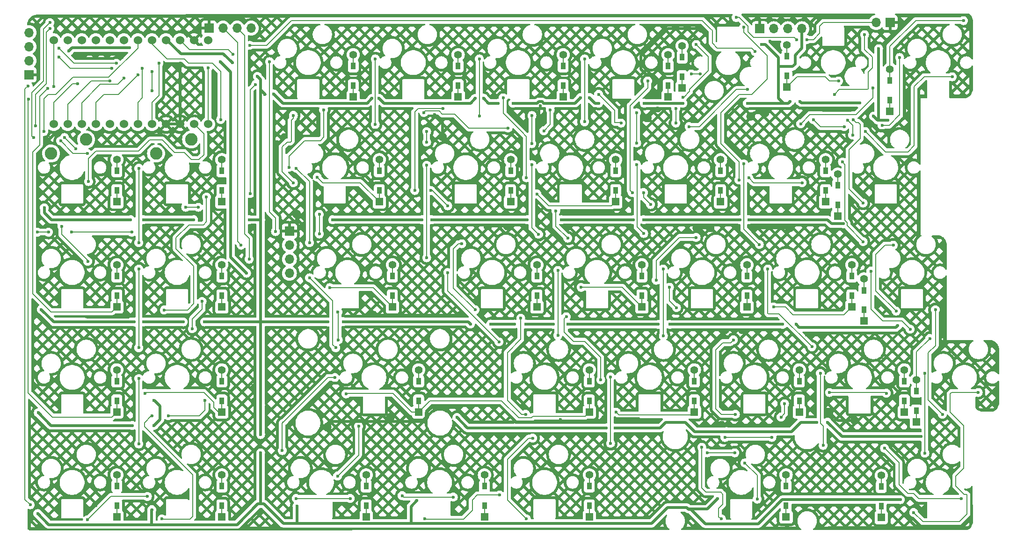
<source format=gbr>
%TF.GenerationSoftware,KiCad,Pcbnew,8.0.8*%
%TF.CreationDate,2025-04-15T16:35:58+09:00*%
%TF.ProjectId,sswkbd_left,7373776b-6264-45f6-9c65-66742e6b6963,rev?*%
%TF.SameCoordinates,Original*%
%TF.FileFunction,Copper,L1,Top*%
%TF.FilePolarity,Positive*%
%FSLAX46Y46*%
G04 Gerber Fmt 4.6, Leading zero omitted, Abs format (unit mm)*
G04 Created by KiCad (PCBNEW 8.0.8) date 2025-04-15 16:35:58*
%MOMM*%
%LPD*%
G01*
G04 APERTURE LIST*
%TA.AperFunction,ComponentPad*%
%ADD10R,1.397000X1.397000*%
%TD*%
%TA.AperFunction,SMDPad,CuDef*%
%ADD11R,0.950000X1.300000*%
%TD*%
%TA.AperFunction,ComponentPad*%
%ADD12C,1.397000*%
%TD*%
%TA.AperFunction,ComponentPad*%
%ADD13C,2.250000*%
%TD*%
%TA.AperFunction,ComponentPad*%
%ADD14R,1.700000X1.700000*%
%TD*%
%TA.AperFunction,ComponentPad*%
%ADD15O,1.700000X1.700000*%
%TD*%
%TA.AperFunction,ComponentPad*%
%ADD16C,1.524000*%
%TD*%
%TA.AperFunction,ViaPad*%
%ADD17C,0.600000*%
%TD*%
%TA.AperFunction,Conductor*%
%ADD18C,0.200000*%
%TD*%
%TA.AperFunction,Conductor*%
%ADD19C,0.500000*%
%TD*%
G04 APERTURE END LIST*
D10*
%TO.P,D67,1,K*%
%TO.N,row4*%
X86461999Y-156014950D03*
D11*
X86461999Y-153979950D03*
%TO.P,D67,2,A*%
%TO.N,Net-(D67-A)*%
X86461999Y-150429950D03*
D12*
X86461999Y-148394950D03*
%TD*%
D10*
%TO.P,D50,1,K*%
%TO.N,row3*%
X60336999Y-137014950D03*
D11*
X60336999Y-134979950D03*
%TO.P,D50,2,A*%
%TO.N,Net-(D50-A)*%
X60336999Y-131429950D03*
D12*
X60336999Y-129394950D03*
%TD*%
D10*
%TO.P,D38,1,K*%
%TO.N,row2*%
X155361999Y-117989950D03*
D11*
X155361999Y-115954950D03*
%TO.P,D38,2,A*%
%TO.N,Net-(D38-A)*%
X155361999Y-112404950D03*
D12*
X155361999Y-110369950D03*
%TD*%
D10*
%TO.P,D52,1,K*%
%TO.N,row3*%
X126861999Y-137014950D03*
D11*
X126861999Y-134979950D03*
%TO.P,D52,2,A*%
%TO.N,Net-(D52-A)*%
X126861999Y-131429950D03*
D12*
X126861999Y-129394950D03*
%TD*%
D10*
%TO.P,D39,1,K*%
%TO.N,row2*%
X174361999Y-117989950D03*
D11*
X174361999Y-115954950D03*
%TO.P,D39,2,A*%
%TO.N,Net-(D39-A)*%
X174361999Y-112404950D03*
D12*
X174361999Y-110369950D03*
%TD*%
D10*
%TO.P,D4,1,K*%
%TO.N,row0*%
X141111999Y-79964950D03*
D11*
X141111999Y-77929950D03*
%TO.P,D4,2,A*%
%TO.N,Net-(D4-A)*%
X141111999Y-74379950D03*
D12*
X141111999Y-72344950D03*
%TD*%
D10*
%TO.P,D1,1,K*%
%TO.N,row0*%
X84111999Y-79964950D03*
D11*
X84111999Y-77929950D03*
%TO.P,D1,2,A*%
%TO.N,Net-(D1-A)*%
X84111999Y-74379950D03*
D12*
X84111999Y-72344950D03*
%TD*%
D10*
%TO.P,D51,1,K*%
%TO.N,row3*%
X95961999Y-137014950D03*
D11*
X95961999Y-134979950D03*
%TO.P,D51,2,A*%
%TO.N,Net-(D51-A)*%
X95961999Y-131429950D03*
D12*
X95961999Y-129394950D03*
%TD*%
D10*
%TO.P,D3,1,K*%
%TO.N,row0*%
X122111999Y-79964950D03*
D11*
X122111999Y-77929950D03*
%TO.P,D3,2,A*%
%TO.N,Net-(D3-A)*%
X122111999Y-74379950D03*
D12*
X122111999Y-72344950D03*
%TD*%
D10*
%TO.P,D23,1,K*%
%TO.N,row1*%
X171795000Y-101590000D03*
D11*
X171795000Y-99555000D03*
%TO.P,D23,2,A*%
%TO.N,Net-(D23-A)*%
X171795000Y-96005000D03*
D12*
X171795000Y-93970000D03*
%TD*%
D10*
%TO.P,D33,1,K*%
%TO.N,row2*%
X41336999Y-117989950D03*
D11*
X41336999Y-115954950D03*
%TO.P,D33,2,A*%
%TO.N,Net-(D33-A)*%
X41336999Y-112404950D03*
D12*
X41336999Y-110369950D03*
%TD*%
D10*
%TO.P,D65,1,K*%
%TO.N,row4*%
X41336999Y-156014950D03*
D11*
X41336999Y-153979950D03*
%TO.P,D65,2,A*%
%TO.N,Net-(D65-A)*%
X41336999Y-150429950D03*
D12*
X41336999Y-148394950D03*
%TD*%
D10*
%TO.P,D70,1,K*%
%TO.N,row4*%
X162461999Y-156014950D03*
D11*
X162461999Y-153979950D03*
%TO.P,D70,2,A*%
%TO.N,Net-(D70-A)*%
X162461999Y-150429950D03*
D12*
X162461999Y-148394950D03*
%TD*%
D13*
%TO.P,SW16,1,1*%
%TO.N,col0*%
X29430750Y-90220000D03*
%TO.P,SW16,2,2*%
%TO.N,Net-(D16-A)*%
X35780750Y-87680000D03*
%TD*%
D14*
%TO.P,SW80,1,1*%
%TO.N,GND*%
X181275000Y-66500000D03*
D15*
%TO.P,SW80,2,2*%
%TO.N,RST*%
X178735000Y-66500000D03*
%TD*%
D10*
%TO.P,D6,1,K*%
%TO.N,row0*%
X162600000Y-78210000D03*
D11*
X162600000Y-76175000D03*
%TO.P,D6,2,A*%
%TO.N,Net-(D6-A)*%
X162600000Y-72625000D03*
D12*
X162600000Y-70590000D03*
%TD*%
D14*
%TO.P,USB_PRO_MICRO1,1,Pin_1*%
%TO.N,GND*%
X72567800Y-104267000D03*
D15*
%TO.P,USB_PRO_MICRO1,2,Pin_2*%
%TO.N,USB_D+*%
X72567800Y-106807000D03*
%TO.P,USB_PRO_MICRO1,3,Pin_3*%
%TO.N,USB_D-*%
X72567800Y-109347000D03*
%TO.P,USB_PRO_MICRO1,4,Pin_4*%
%TO.N,USB_VCC*%
X72567800Y-111887000D03*
%TD*%
D10*
%TO.P,D36,1,K*%
%TO.N,row2*%
X117361999Y-117989950D03*
D11*
X117361999Y-115954950D03*
%TO.P,D36,2,A*%
%TO.N,Net-(D36-A)*%
X117361999Y-112404950D03*
D12*
X117361999Y-110369950D03*
%TD*%
D10*
%TO.P,D69,1,K*%
%TO.N,row4*%
X126861999Y-156014950D03*
D11*
X126861999Y-153979950D03*
%TO.P,D69,2,A*%
%TO.N,Net-(D69-A)*%
X126861999Y-150429950D03*
D12*
X126861999Y-148394950D03*
%TD*%
D10*
%TO.P,D20,1,K*%
%TO.N,row1*%
X131611999Y-98964950D03*
D11*
X131611999Y-96929950D03*
%TO.P,D20,2,A*%
%TO.N,Net-(D20-A)*%
X131611999Y-93379950D03*
D12*
X131611999Y-91344950D03*
%TD*%
D10*
%TO.P,D22,1,K*%
%TO.N,row1*%
X169611999Y-98964950D03*
D11*
X169611999Y-96929950D03*
%TO.P,D22,2,A*%
%TO.N,Net-(D22-A)*%
X169611999Y-93379950D03*
D12*
X169611999Y-91344950D03*
%TD*%
D10*
%TO.P,D16,1,K*%
%TO.N,row1*%
X41336999Y-98964950D03*
D11*
X41336999Y-96929950D03*
%TO.P,D16,2,A*%
%TO.N,Net-(D16-A)*%
X41336999Y-93379950D03*
D12*
X41336999Y-91344950D03*
%TD*%
D13*
%TO.P,SW17,1,1*%
%TO.N,col1*%
X48430750Y-90220000D03*
%TO.P,SW17,2,2*%
%TO.N,Net-(D17-A)*%
X54780750Y-87680000D03*
%TD*%
D10*
%TO.P,D49,1,K*%
%TO.N,row3*%
X41336999Y-137014950D03*
D11*
X41336999Y-134979950D03*
%TO.P,D49,2,A*%
%TO.N,Net-(D49-A)*%
X41336999Y-131429950D03*
D12*
X41336999Y-129394950D03*
%TD*%
D10*
%TO.P,D53,1,K*%
%TO.N,row3*%
X145861999Y-137014950D03*
D11*
X145861999Y-134979950D03*
%TO.P,D53,2,A*%
%TO.N,Net-(D53-A)*%
X145861999Y-131429950D03*
D12*
X145861999Y-129394950D03*
%TD*%
D10*
%TO.P,D7,1,K*%
%TO.N,row0*%
X181255000Y-82565000D03*
D11*
X181255000Y-80530000D03*
%TO.P,D7,2,A*%
%TO.N,Net-(D7-A)*%
X181255000Y-76980000D03*
D12*
X181255000Y-74945000D03*
%TD*%
D10*
%TO.P,D37,1,K*%
%TO.N,row2*%
X136361999Y-117989950D03*
D11*
X136361999Y-115954950D03*
%TO.P,D37,2,A*%
%TO.N,Net-(D37-A)*%
X136361999Y-112404950D03*
D12*
X136361999Y-110369950D03*
%TD*%
D14*
%TO.P,USB_main1,1,Pin_1*%
%TO.N,GND*%
X58017750Y-67535000D03*
D15*
%TO.P,USB_main1,2,Pin_2*%
%TO.N,USB_D+*%
X60557750Y-67535000D03*
%TO.P,USB_main1,3,Pin_3*%
%TO.N,USB_D-*%
X63097750Y-67535000D03*
%TO.P,USB_main1,4,Pin_4*%
%TO.N,USB_VCC*%
X65637750Y-67535000D03*
%TD*%
D10*
%TO.P,D56,1,K*%
%TO.N,row3*%
X186040000Y-138830000D03*
D11*
X186040000Y-136795000D03*
%TO.P,D56,2,A*%
%TO.N,Net-(D56-A)*%
X186040000Y-133245000D03*
D12*
X186040000Y-131210000D03*
%TD*%
D14*
%TO.P,J2,1,Pin_1*%
%TO.N,GND*%
X157706250Y-67635000D03*
D15*
%TO.P,J2,2,Pin_2*%
%TO.N,SPLIT_L*%
X160246250Y-67635000D03*
%TO.P,J2,3,Pin_3*%
%TO.N,unconnected-(J2-Pin_3-Pad3)*%
X162786250Y-67635000D03*
%TO.P,J2,4,Pin_4*%
%TO.N,VCC*%
X165326250Y-67635000D03*
%TD*%
D14*
%TO.P,J1,1,Pin_1*%
%TO.N,GND*%
X25450750Y-75962370D03*
D15*
%TO.P,J1,2,Pin_2*%
%TO.N,VCC*%
X25450750Y-73422370D03*
%TO.P,J1,3,Pin_3*%
%TO.N,OLED_SCL*%
X25450750Y-70882370D03*
%TO.P,J1,4,Pin_4*%
%TO.N,OLED_SDA*%
X25450750Y-68342370D03*
%TD*%
D10*
%TO.P,D5,1,K*%
%TO.N,row0*%
X143637000Y-78356000D03*
D11*
X143637000Y-76321000D03*
%TO.P,D5,2,A*%
%TO.N,Net-(D5-A)*%
X143637000Y-72771000D03*
D12*
X143637000Y-70736000D03*
%TD*%
D10*
%TO.P,D35,1,K*%
%TO.N,row2*%
X91211999Y-117989950D03*
D11*
X91211999Y-115954950D03*
%TO.P,D35,2,A*%
%TO.N,Net-(D35-A)*%
X91211999Y-112404950D03*
D12*
X91211999Y-110369950D03*
%TD*%
D10*
%TO.P,D21,1,K*%
%TO.N,row1*%
X150611999Y-98964950D03*
D11*
X150611999Y-96929950D03*
%TO.P,D21,2,A*%
%TO.N,Net-(D21-A)*%
X150611999Y-93379950D03*
D12*
X150611999Y-91344950D03*
%TD*%
D10*
%TO.P,D18,1,K*%
%TO.N,row1*%
X88836999Y-98964950D03*
D11*
X88836999Y-96929950D03*
%TO.P,D18,2,A*%
%TO.N,Net-(D18-A)*%
X88836999Y-93379950D03*
D12*
X88836999Y-91344950D03*
%TD*%
D10*
%TO.P,D55,1,K*%
%TO.N,row3*%
X183861999Y-137014950D03*
D11*
X183861999Y-134979950D03*
%TO.P,D55,2,A*%
%TO.N,Net-(D55-A)*%
X183861999Y-131429950D03*
D12*
X183861999Y-129394950D03*
%TD*%
D10*
%TO.P,D54,1,K*%
%TO.N,row3*%
X164861999Y-137014950D03*
D11*
X164861999Y-134979950D03*
%TO.P,D54,2,A*%
%TO.N,Net-(D54-A)*%
X164861999Y-131429950D03*
D12*
X164861999Y-129394950D03*
%TD*%
D10*
%TO.P,D2,1,K*%
%TO.N,row0*%
X103111999Y-79964950D03*
D11*
X103111999Y-77929950D03*
%TO.P,D2,2,A*%
%TO.N,Net-(D2-A)*%
X103111999Y-74379950D03*
D12*
X103111999Y-72344950D03*
%TD*%
D16*
%TO.P,U1,1,TX0/D3*%
%TO.N,SPLIT_L*%
X57847000Y-84908600D03*
%TO.P,U1,2,RX1/D2*%
%TO.N,LED_L*%
X55307000Y-84908600D03*
%TO.P,U1,3,GND*%
%TO.N,GND*%
X52767000Y-84908600D03*
%TO.P,U1,4,GND*%
X50227000Y-84908600D03*
%TO.P,U1,5,2/D1/SDA*%
%TO.N,OLED_SDA*%
X47687000Y-84908600D03*
%TO.P,U1,6,3/D0/SCL*%
%TO.N,OLED_SCL*%
X45147000Y-84908600D03*
%TO.P,U1,7,4/D4*%
%TO.N,col8*%
X42607000Y-84908600D03*
%TO.P,U1,8,5/C6*%
%TO.N,col7*%
X40067000Y-84908600D03*
%TO.P,U1,9,6/D7*%
%TO.N,col6*%
X37527000Y-84908600D03*
%TO.P,U1,10,7/E6*%
%TO.N,col5*%
X34987000Y-84908600D03*
%TO.P,U1,11,8/B4*%
%TO.N,col4*%
X32447000Y-84908600D03*
%TO.P,U1,12,9/B5*%
%TO.N,col3*%
X29907000Y-84908600D03*
%TO.P,U1,13,B6/10*%
%TO.N,col2*%
X29907000Y-69688600D03*
%TO.P,U1,14,B2/16*%
%TO.N,col1*%
X32447000Y-69688600D03*
%TO.P,U1,15,B3/14*%
%TO.N,col0*%
X34987000Y-69688600D03*
%TO.P,U1,16,B1/15*%
%TO.N,row4*%
X37527000Y-69688600D03*
%TO.P,U1,17,F7/A0*%
%TO.N,row3*%
X40067000Y-69688600D03*
%TO.P,U1,18,F6/A1*%
%TO.N,row2*%
X42607000Y-69688600D03*
%TO.P,U1,19,F5/A2*%
%TO.N,row1*%
X45147000Y-69688600D03*
%TO.P,U1,20,F4/A3*%
%TO.N,row0*%
X47687000Y-69688600D03*
%TO.P,U1,21,VCC*%
%TO.N,VCC*%
X50227000Y-69688600D03*
%TO.P,U1,22,RST*%
%TO.N,RST*%
X52767000Y-69688600D03*
%TO.P,U1,23,GND*%
%TO.N,GND*%
X55307000Y-69688600D03*
%TO.P,U1,24,RAW*%
%TO.N,unconnected-(U1-RAW-Pad24)*%
X57847000Y-69688600D03*
%TD*%
D10*
%TO.P,D34,1,K*%
%TO.N,row2*%
X60336999Y-117989950D03*
D11*
X60336999Y-115954950D03*
%TO.P,D34,2,A*%
%TO.N,Net-(D34-A)*%
X60336999Y-112404950D03*
D12*
X60336999Y-110369950D03*
%TD*%
D10*
%TO.P,D71,1,K*%
%TO.N,row4*%
X179695000Y-156115000D03*
D11*
X179695000Y-154080000D03*
%TO.P,D71,2,A*%
%TO.N,Net-(D71-A)*%
X179695000Y-150530000D03*
D12*
X179695000Y-148495000D03*
%TD*%
D10*
%TO.P,D68,1,K*%
%TO.N,row4*%
X107861999Y-156014950D03*
D11*
X107861999Y-153979950D03*
%TO.P,D68,2,A*%
%TO.N,Net-(D68-A)*%
X107861999Y-150429950D03*
D12*
X107861999Y-148394950D03*
%TD*%
D10*
%TO.P,D19,1,K*%
%TO.N,row1*%
X112611999Y-98964950D03*
D11*
X112611999Y-96929950D03*
%TO.P,D19,2,A*%
%TO.N,Net-(D19-A)*%
X112611999Y-93379950D03*
D12*
X112611999Y-91344950D03*
%TD*%
D10*
%TO.P,D17,1,K*%
%TO.N,row1*%
X60336999Y-98964950D03*
D11*
X60336999Y-96929950D03*
%TO.P,D17,2,A*%
%TO.N,Net-(D17-A)*%
X60336999Y-93379950D03*
D12*
X60336999Y-91344950D03*
%TD*%
D10*
%TO.P,D40,1,K*%
%TO.N,row2*%
X176525000Y-120560000D03*
D11*
X176525000Y-118525000D03*
%TO.P,D40,2,A*%
%TO.N,Net-(D40-A)*%
X176525000Y-114975000D03*
D12*
X176525000Y-112940000D03*
%TD*%
D10*
%TO.P,D66,1,K*%
%TO.N,row4*%
X60336999Y-156014950D03*
D11*
X60336999Y-153979950D03*
%TO.P,D66,2,A*%
%TO.N,Net-(D66-A)*%
X60336999Y-150429950D03*
D12*
X60336999Y-148394950D03*
%TD*%
D17*
%TO.N,row0*%
X145288000Y-75819000D03*
X60133000Y-84074000D03*
X146900000Y-75819000D03*
X78740000Y-82296000D03*
X171958000Y-77089000D03*
X72517000Y-92710000D03*
%TO.N,Net-(D7-A)*%
X194564000Y-66167000D03*
%TO.N,row1*%
X155702000Y-94615000D03*
X28129000Y-86233000D03*
X117348000Y-97536000D03*
X33940000Y-89377000D03*
X165354000Y-95504000D03*
X77597000Y-94488000D03*
X31875500Y-87312500D03*
%TO.N,row2*%
X28862000Y-78400000D03*
X79900000Y-114500000D03*
X160200000Y-118000000D03*
X125350000Y-114450000D03*
%TO.N,row3*%
X82804000Y-133731000D03*
X180594000Y-133604000D03*
X25335000Y-80391000D03*
X46417000Y-133604000D03*
X170307000Y-133477000D03*
X131699000Y-137033000D03*
%TO.N,Net-(D56-A)*%
X188468000Y-123698000D03*
%TO.N,row4*%
X25654000Y-153797000D03*
X25273000Y-77978000D03*
%TO.N,col0*%
X33147000Y-104462000D03*
X29210000Y-66522600D03*
X44069000Y-104462000D03*
X68961000Y-73608000D03*
X26255750Y-87337500D03*
X26924000Y-104462000D03*
X70050000Y-104350000D03*
X28956000Y-104462000D03*
%TO.N,col2*%
X71280750Y-143984250D03*
X80780750Y-130762000D03*
X88106250Y-73100000D03*
X76200000Y-112712500D03*
X73818750Y-92893750D03*
X76200000Y-106362500D03*
X88106250Y-84956250D03*
X29907000Y-78105000D03*
X80962500Y-125387500D03*
%TO.N,col3*%
X97409000Y-88163000D03*
X106934000Y-73100000D03*
X97409000Y-86250000D03*
X97409000Y-92354000D03*
X101219000Y-111760000D03*
X106934000Y-83464000D03*
X34225000Y-77580000D03*
X97409000Y-109093000D03*
X110502500Y-124320500D03*
%TO.N,col4*%
X130683000Y-130658000D03*
X125984000Y-73100000D03*
X121158000Y-111379000D03*
X130683000Y-142673000D03*
X116430750Y-88445250D03*
X121158000Y-123165000D03*
X117663500Y-104836500D03*
X116459000Y-92227000D03*
X116459000Y-83337000D03*
X40067000Y-77072000D03*
X125984000Y-84480000D03*
%TO.N,col5*%
X135430750Y-88304750D03*
X136702000Y-104698000D03*
X144907000Y-85344000D03*
X135382000Y-82829000D03*
X135382000Y-92227000D03*
X140250000Y-123250000D03*
X42607000Y-76564000D03*
X155448000Y-78648001D03*
X140208000Y-111125000D03*
%TO.N,col6*%
X168656000Y-130023000D03*
X159131000Y-111125000D03*
X154813000Y-92100000D03*
X165100000Y-84836000D03*
X167132000Y-125197000D03*
X169164000Y-143054000D03*
X157607000Y-106680000D03*
X45147000Y-75964000D03*
X178181000Y-78359000D03*
%TO.N,col7*%
X187579000Y-130023000D03*
X47687000Y-78867000D03*
X172974000Y-85344000D03*
X187579000Y-144451000D03*
X183007000Y-72846000D03*
X184912000Y-122022000D03*
X177800000Y-111506000D03*
X172656500Y-91757500D03*
X167386000Y-84074000D03*
X47687000Y-75364000D03*
X179832000Y-85115000D03*
X176403000Y-106172000D03*
%TO.N,col1*%
X35977600Y-90195400D03*
X45305750Y-106362500D03*
X45305750Y-111125000D03*
X45305750Y-92893750D03*
X31151600Y-87934800D03*
X45305750Y-125387500D03*
X29235400Y-67614800D03*
X45305750Y-142800000D03*
X26605000Y-85242000D03*
X45305750Y-130943750D03*
%TO.N,OLED_SCL*%
X45962000Y-74800000D03*
X40422600Y-74800000D03*
X30862000Y-72800000D03*
%TO.N,LED_L*%
X36212000Y-95300000D03*
%TO.N,SPLIT_L*%
X65405000Y-70637400D03*
X57847000Y-74701400D03*
X156845000Y-71755000D03*
%TO.N,OLED_SDA*%
X41235400Y-73900000D03*
X48962000Y-73900000D03*
X30862000Y-71200000D03*
%TO.N,RST*%
X166243000Y-69596000D03*
X62357000Y-72263000D03*
X153416000Y-65600000D03*
X164338000Y-69596000D03*
%TO.N,GND*%
X151384000Y-122150000D03*
X87800000Y-119500000D03*
X146304000Y-103700000D03*
X163900000Y-138600000D03*
X183900000Y-80100000D03*
X170250000Y-137000000D03*
X129750000Y-138250000D03*
X117750000Y-84500000D03*
X174150000Y-82400000D03*
X103450000Y-119550000D03*
X108458000Y-103350000D03*
X98845500Y-83145500D03*
X156210000Y-103700000D03*
X135763000Y-138200000D03*
X150065750Y-120100000D03*
X118000000Y-81600000D03*
X169037000Y-123063000D03*
X169291000Y-82400000D03*
X100300000Y-87200000D03*
X52862000Y-73900000D03*
X66312000Y-117400000D03*
X79400000Y-139750000D03*
X131950000Y-138200000D03*
X163068000Y-103700000D03*
X147200000Y-67600000D03*
X166116000Y-123063000D03*
X174879000Y-138550000D03*
X150800000Y-139400000D03*
X154559000Y-122150000D03*
X73850000Y-101150000D03*
X43362000Y-119800000D03*
X138375000Y-79725000D03*
X77650000Y-86900000D03*
X77650000Y-82150000D03*
X159512000Y-69850000D03*
X66312000Y-88519000D03*
X34362000Y-72300000D03*
X35862000Y-119750000D03*
X42251400Y-72850000D03*
X71700000Y-87300000D03*
X37562000Y-154000000D03*
X66312000Y-103350000D03*
X137350000Y-83800000D03*
X70200000Y-88600000D03*
X177450000Y-84515000D03*
X66312000Y-99568000D03*
X156050000Y-83500000D03*
X66312000Y-135128000D03*
X66312000Y-132588000D03*
X139200000Y-82000000D03*
X158650000Y-82850000D03*
X121650000Y-138400000D03*
X148717000Y-103700000D03*
X75150000Y-103350000D03*
X90850000Y-137950000D03*
X112014000Y-103350000D03*
%TO.N,Net-(LED1-DOUT)*%
X36062000Y-109728000D03*
X31369000Y-103378000D03*
%TO.N,VCC*%
X67362000Y-141097000D03*
X43812000Y-102200000D03*
X115600000Y-102200000D03*
X139350000Y-121150000D03*
X136779000Y-81113450D03*
X107700000Y-80200000D03*
X95650000Y-153050000D03*
X172850000Y-102950000D03*
X105350000Y-121100000D03*
X44512000Y-120700000D03*
X28194000Y-100050000D03*
X113350000Y-139900000D03*
X82296000Y-120650000D03*
X164950000Y-80772000D03*
X44112000Y-139450000D03*
X169950000Y-138850000D03*
X68100000Y-79500000D03*
X46162000Y-102200000D03*
X131550000Y-139900000D03*
X73950000Y-154050000D03*
X163200000Y-80772000D03*
X151700000Y-140550000D03*
X155448000Y-81113450D03*
X67362000Y-102200000D03*
X27662000Y-118450000D03*
X186900000Y-141450000D03*
X32662000Y-71700000D03*
X126900000Y-80100000D03*
X155700000Y-102200000D03*
X161850000Y-121150000D03*
X125250000Y-80100000D03*
X115316000Y-121100000D03*
X134800000Y-102200000D03*
X114000000Y-157163450D03*
X150100000Y-152700000D03*
X164250000Y-121150000D03*
X66779275Y-76273525D03*
X175826000Y-81026000D03*
X128524000Y-81113450D03*
X62230000Y-73787000D03*
X179197000Y-71247000D03*
X180848000Y-84200000D03*
X67362000Y-135800000D03*
X129900000Y-139900000D03*
X43623000Y-71100000D03*
X46212000Y-120700000D03*
X141400000Y-121150000D03*
X57212000Y-120700000D03*
X106200000Y-80250000D03*
X168056000Y-138893494D03*
X67362000Y-144399000D03*
X69750000Y-79450000D03*
X55212000Y-102200000D03*
X110363000Y-81113450D03*
X80391000Y-102200000D03*
X47662000Y-154700000D03*
X48062000Y-134900000D03*
X53362000Y-120700000D03*
X154100000Y-102200000D03*
X182650000Y-121400000D03*
X98350000Y-102200000D03*
X157988000Y-70485000D03*
X48062000Y-139450000D03*
X102900000Y-138000000D03*
X122936000Y-121150000D03*
X143764000Y-81113450D03*
X178273500Y-83473500D03*
X113030000Y-81113450D03*
X88800000Y-80250000D03*
X65303400Y-102200000D03*
X121793000Y-102200000D03*
X136700000Y-102200000D03*
X109000000Y-121100000D03*
X113284000Y-121100000D03*
X183134000Y-152879950D03*
X79502000Y-120700000D03*
X27012000Y-155400000D03*
X87500000Y-80250000D03*
X120350000Y-121150000D03*
X27112000Y-137150000D03*
X96550000Y-102200000D03*
%TO.N,Net-(LED4-DOUT)*%
X36012000Y-156500000D03*
X46862000Y-152300000D03*
%TO.N,Net-(LED5-DOUT)*%
X49512000Y-156350000D03*
X50662000Y-137700000D03*
X57312000Y-134950000D03*
X47662000Y-137700000D03*
%TO.N,Net-(LED6-DOUT)*%
X56762000Y-117000000D03*
X55012000Y-121950000D03*
%TO.N,Net-(LED7-DOUT)*%
X49912000Y-118550000D03*
X57562000Y-98100000D03*
%TO.N,Net-(LED8-DOUT)*%
X53783000Y-99949000D03*
X56069000Y-99949000D03*
X66421000Y-77749400D03*
X65455800Y-97459800D03*
%TO.N,Net-(LED10-DIN)*%
X73279000Y-95504000D03*
X73279000Y-83312000D03*
%TO.N,Net-(LED10-DOUT)*%
X77978000Y-104775000D03*
X77978000Y-101219000D03*
%TO.N,Net-(LED11-DOUT)*%
X81407000Y-123952000D03*
X81343500Y-118935500D03*
%TO.N,Net-(LED12-DOUT)*%
X81280000Y-148590000D03*
X85090000Y-139573000D03*
%TO.N,Net-(LED13-DOUT)*%
X73787000Y-152654000D03*
X92964000Y-152146000D03*
X102235000Y-152400000D03*
X83566000Y-152654000D03*
%TO.N,Net-(LED14-DOUT)*%
X110617000Y-152019000D03*
X97028000Y-156337000D03*
%TO.N,Net-(LED15-DOUT)*%
X115443000Y-156337000D03*
X116586000Y-141732000D03*
%TO.N,Net-(LED16-DOUT)*%
X115316000Y-137414000D03*
X114427000Y-120015000D03*
%TO.N,Net-(LED17-DOUT)*%
X103759000Y-106553000D03*
X106172000Y-118491000D03*
%TO.N,Net-(LED18-DOUT)*%
X98171000Y-96901000D03*
X100330000Y-82042000D03*
X101219000Y-99695000D03*
X95250000Y-96901000D03*
%TO.N,Net-(LED19-DOUT)*%
X96901000Y-82804000D03*
X112141000Y-85598000D03*
X119761000Y-82296000D03*
X118618000Y-86106000D03*
%TO.N,Net-(LED20-DOUT)*%
X111252000Y-80137000D03*
X115443000Y-94615000D03*
%TO.N,Net-(LED21-DOUT)*%
X120777000Y-100584000D03*
X122936000Y-105537000D03*
%TO.N,Net-(LED22-DOUT)*%
X128905000Y-131191000D03*
X122682000Y-119761000D03*
%TO.N,Net-(LED23-DOUT)*%
X157226000Y-152781000D03*
X155003500Y-146240500D03*
X148209000Y-144399000D03*
X153162000Y-144399000D03*
%TO.N,Net-(LED24-DOUT)*%
X162179000Y-135509000D03*
X151384000Y-141605000D03*
X150749000Y-156337000D03*
X147193000Y-143383000D03*
X159893000Y-141605000D03*
X161544000Y-137922000D03*
%TO.N,Net-(LED25-DOUT)*%
X152908000Y-123952000D03*
X153289000Y-137414000D03*
%TO.N,Net-(LED26-DOUT)*%
X136652000Y-97282000D03*
X137922000Y-99441000D03*
X134620000Y-97282000D03*
X137414000Y-77089000D03*
%TO.N,Net-(LED26-DIN)*%
X141351000Y-114427000D03*
X142621000Y-118110000D03*
X146177000Y-105410000D03*
X138938000Y-113157000D03*
%TO.N,Net-(LED28-DOUT)*%
X132588000Y-84709000D03*
X128524000Y-79502000D03*
X142494000Y-82042000D03*
X146177000Y-70485000D03*
X143764000Y-80010000D03*
X142494000Y-84709000D03*
%TO.N,Net-(LED29-DOUT)*%
X154813000Y-67310000D03*
X153924000Y-94996000D03*
%TO.N,Net-(LED32-DOUT)*%
X194183000Y-152654000D03*
X180276500Y-143573500D03*
%TO.N,Net-(LED33-DOUT)*%
X197231000Y-133477000D03*
X185547000Y-155194000D03*
%TO.N,Net-(LED34-DOUT)*%
X189484000Y-118516400D03*
X190754000Y-137414000D03*
%TO.N,Net-(LED35-DIN)*%
X181864000Y-106807000D03*
X182372000Y-118745000D03*
%TO.N,Net-(LED35-DOUT)*%
X174625000Y-84074000D03*
X176403000Y-99187000D03*
%TO.N,Net-(LED37-DOUT)*%
X176657000Y-68707000D03*
X176784000Y-86233000D03*
X171196000Y-79502000D03*
X174498000Y-86868000D03*
X192532000Y-76327000D03*
X173609000Y-84201000D03*
%TO.N,USB_D-*%
X65278000Y-109347000D03*
%TO.N,USB_VCC*%
X60096400Y-73634600D03*
X64820800Y-111887000D03*
%TO.N,USB_D+*%
X63830200Y-106807000D03*
%TD*%
D18*
%TO.N,Net-(D1-A)*%
X84111999Y-74379950D02*
X84111999Y-72344950D01*
%TO.N,row0*%
X78158045Y-87884000D02*
X75311000Y-87884000D01*
X75311000Y-87884000D02*
X72517000Y-90678000D01*
X146900000Y-75819000D02*
X145288000Y-75819000D01*
X78780750Y-82336750D02*
X78780750Y-87261295D01*
X84111999Y-77929950D02*
X84111999Y-79964950D01*
X141111999Y-77929950D02*
X141111999Y-79964950D01*
X181255000Y-80530000D02*
X181255000Y-82565000D01*
X78780750Y-87261295D02*
X78158045Y-87884000D01*
X78740000Y-82296000D02*
X78780750Y-82336750D01*
X54265600Y-73888600D02*
X53503600Y-73126600D01*
X170307000Y-77089000D02*
X171958000Y-77089000D01*
X162600000Y-76175000D02*
X162600000Y-78210000D01*
X60133000Y-84074000D02*
X60133000Y-75387200D01*
X53503600Y-73126600D02*
X50404800Y-73126600D01*
X103111999Y-77929950D02*
X103111999Y-79964950D01*
X169545000Y-76327000D02*
X170307000Y-77089000D01*
X58634400Y-73888600D02*
X54265600Y-73888600D01*
X72517000Y-90678000D02*
X72517000Y-92710000D01*
X50404800Y-73126600D02*
X47687000Y-70408800D01*
X60133000Y-75387200D02*
X58634400Y-73888600D01*
X122111999Y-79964950D02*
X122111999Y-77929950D01*
X143637000Y-78356000D02*
X143637000Y-76321000D01*
X164483000Y-76327000D02*
X169545000Y-76327000D01*
X162600000Y-78210000D02*
X164483000Y-76327000D01*
X47687000Y-70408800D02*
X47687000Y-69688600D01*
%TO.N,Net-(D2-A)*%
X103111999Y-74379950D02*
X103111999Y-72344950D01*
%TO.N,Net-(D3-A)*%
X122111999Y-74379950D02*
X122111999Y-72344950D01*
%TO.N,Net-(D4-A)*%
X141111999Y-72344950D02*
X141111999Y-74379950D01*
%TO.N,Net-(D5-A)*%
X143637000Y-72771000D02*
X143637000Y-70736000D01*
%TO.N,Net-(D6-A)*%
X162600000Y-70590000D02*
X162600000Y-72625000D01*
%TO.N,Net-(D7-A)*%
X194564000Y-66167000D02*
X185928000Y-66167000D01*
X181255000Y-70840000D02*
X181255000Y-74945000D01*
X181255000Y-76980000D02*
X181255000Y-74945000D01*
X185928000Y-66167000D02*
X181255000Y-70840000D01*
%TO.N,Net-(D16-A)*%
X41336999Y-93379950D02*
X41336999Y-91344950D01*
%TO.N,row1*%
X78613000Y-95504000D02*
X85376049Y-95504000D01*
X28891000Y-79502000D02*
X30288000Y-79502000D01*
X88836999Y-96929950D02*
X88836999Y-98964950D01*
X77597000Y-94488000D02*
X78613000Y-95504000D01*
X30288000Y-79502000D02*
X33386800Y-76403200D01*
X60336999Y-96929950D02*
X60336999Y-98964950D01*
X169611999Y-96929950D02*
X169611999Y-98964950D01*
X31875500Y-87312500D02*
X33940000Y-89377000D01*
X28129000Y-86233000D02*
X28129000Y-80264000D01*
X130881949Y-99695000D02*
X131611999Y-98964950D01*
X117348000Y-97536000D02*
X119507000Y-99695000D01*
X119507000Y-99695000D02*
X130881949Y-99695000D01*
X85376049Y-95504000D02*
X88836999Y-98964950D01*
X156591000Y-95504000D02*
X165354000Y-95504000D01*
X131611999Y-96929950D02*
X131611999Y-98964950D01*
X112611999Y-96929950D02*
X112611999Y-98964950D01*
X41336999Y-96929950D02*
X41336999Y-98964950D01*
X39863800Y-76403200D02*
X45147000Y-71120000D01*
X33386800Y-76403200D02*
X39863800Y-76403200D01*
X155702000Y-94615000D02*
X156591000Y-95504000D01*
X171795000Y-99555000D02*
X171795000Y-101590000D01*
X28129000Y-80264000D02*
X28891000Y-79502000D01*
X150611999Y-96929950D02*
X150611999Y-98964950D01*
X45147000Y-71120000D02*
X45147000Y-69688600D01*
%TO.N,Net-(D17-A)*%
X60336999Y-93379950D02*
X60336999Y-91344950D01*
%TO.N,Net-(D18-A)*%
X88836999Y-93379950D02*
X88836999Y-91344950D01*
%TO.N,Net-(D19-A)*%
X112611999Y-93379950D02*
X112611999Y-91344950D01*
%TO.N,Net-(D20-A)*%
X131611999Y-93379950D02*
X131611999Y-91344950D01*
%TO.N,Net-(D21-A)*%
X150611999Y-91344950D02*
X150611999Y-93379950D01*
%TO.N,Net-(D22-A)*%
X169611999Y-93379950D02*
X169611999Y-91344950D01*
%TO.N,Net-(D23-A)*%
X171795000Y-93970000D02*
X171795000Y-96005000D01*
%TO.N,row2*%
X91211999Y-117989950D02*
X91211999Y-115954950D01*
X79900000Y-114500000D02*
X87722049Y-114500000D01*
X28862000Y-78400000D02*
X27367000Y-79895000D01*
X132772049Y-114400000D02*
X136361999Y-117989950D01*
X176525000Y-118525000D02*
X176525000Y-120560000D01*
X29399000Y-118872000D02*
X40448000Y-118872000D01*
X60336999Y-115954950D02*
X60336999Y-117989950D01*
X172951949Y-119400000D02*
X174361999Y-117989950D01*
X41330050Y-117989950D02*
X41336999Y-117989950D01*
X136361999Y-115954950D02*
X136361999Y-117989950D01*
X125350000Y-114450000D02*
X125400000Y-114400000D01*
X27367000Y-88646000D02*
X26097000Y-89916000D01*
X26097000Y-115570000D02*
X29399000Y-118872000D01*
X26097000Y-89916000D02*
X26097000Y-115570000D01*
X155361999Y-115954950D02*
X155361999Y-117989950D01*
X125400000Y-114400000D02*
X132772049Y-114400000D01*
X87722049Y-114500000D02*
X91211999Y-117989950D01*
X174361999Y-115954950D02*
X174361999Y-117989950D01*
X160200000Y-118000000D02*
X162300000Y-118000000D01*
X40448000Y-118872000D02*
X41330050Y-117989950D01*
X41336999Y-117989950D02*
X41336999Y-115954950D01*
X162300000Y-118000000D02*
X163700000Y-119400000D01*
X117361999Y-115954950D02*
X117361999Y-117989950D01*
X27367000Y-79895000D02*
X27367000Y-88646000D01*
X163700000Y-119400000D02*
X172951949Y-119400000D01*
%TO.N,Net-(D33-A)*%
X41336999Y-112404950D02*
X41336999Y-110369950D01*
%TO.N,Net-(D34-A)*%
X60336999Y-110369950D02*
X60336999Y-112404950D01*
%TO.N,Net-(D35-A)*%
X91211999Y-112404950D02*
X91211999Y-110369950D01*
%TO.N,Net-(D36-A)*%
X117361999Y-112404950D02*
X117361999Y-110369950D01*
%TO.N,Net-(D37-A)*%
X136361999Y-112404950D02*
X136361999Y-110369950D01*
%TO.N,Net-(D38-A)*%
X155361999Y-112404950D02*
X155361999Y-110369950D01*
%TO.N,Net-(D39-A)*%
X174361999Y-112404950D02*
X174361999Y-110369950D01*
%TO.N,Net-(D40-A)*%
X176525000Y-114975000D02*
X176525000Y-112940000D01*
%TO.N,row3*%
X145335949Y-137541000D02*
X132207000Y-137541000D01*
X164861999Y-134979950D02*
X164861999Y-137014950D01*
X114046000Y-138049000D02*
X110976950Y-134979950D01*
X60336999Y-134979950D02*
X60336999Y-137014950D01*
X145861999Y-137014950D02*
X145335949Y-137541000D01*
X183861999Y-137014950D02*
X183861999Y-134979950D01*
X126861999Y-134979950D02*
X126861999Y-137014950D01*
X82931000Y-133604000D02*
X82804000Y-133731000D01*
X145861999Y-134979950D02*
X145861999Y-137014950D01*
X95961999Y-137014950D02*
X94723950Y-137014950D01*
X116332000Y-138049000D02*
X114046000Y-138049000D01*
X95961999Y-134979950D02*
X95961999Y-137014950D01*
X25298400Y-133024600D02*
X25300000Y-133023000D01*
X41336999Y-134979950D02*
X41336999Y-137014950D01*
X29653000Y-137922000D02*
X25298400Y-133567400D01*
X59733950Y-137014950D02*
X58863000Y-136144000D01*
X116586000Y-137795000D02*
X116332000Y-138049000D01*
X58863000Y-136144000D02*
X58863000Y-135255000D01*
X46544000Y-133477000D02*
X46417000Y-133604000D01*
X97996999Y-134979950D02*
X95961999Y-137014950D01*
X91313000Y-133604000D02*
X82931000Y-133604000D01*
X41336999Y-137014950D02*
X40429949Y-137922000D01*
X126861999Y-137014950D02*
X126081949Y-137795000D01*
X186040000Y-136795000D02*
X186040000Y-138830000D01*
X110976950Y-134979950D02*
X97996999Y-134979950D01*
X25298400Y-133567400D02*
X25298400Y-133024600D01*
X180594000Y-133604000D02*
X180467000Y-133477000D01*
X126081949Y-137795000D02*
X116586000Y-137795000D01*
X25300000Y-133023000D02*
X25300000Y-80426000D01*
X58863000Y-135255000D02*
X57085000Y-133477000D01*
X180467000Y-133477000D02*
X170307000Y-133477000D01*
X57085000Y-133477000D02*
X46544000Y-133477000D01*
X60336999Y-137014950D02*
X59733950Y-137014950D01*
X132207000Y-137541000D02*
X131699000Y-137033000D01*
X40429949Y-137922000D02*
X29653000Y-137922000D01*
X94723950Y-137014950D02*
X91313000Y-133604000D01*
X25300000Y-80426000D02*
X25335000Y-80391000D01*
%TO.N,Net-(D49-A)*%
X41336999Y-131429950D02*
X41336999Y-129394950D01*
%TO.N,Net-(D50-A)*%
X60336999Y-131429950D02*
X60336999Y-129394950D01*
%TO.N,Net-(D51-A)*%
X95961999Y-131429950D02*
X95961999Y-129394950D01*
%TO.N,Net-(D52-A)*%
X126861999Y-131429950D02*
X126861999Y-129394950D01*
%TO.N,Net-(D53-A)*%
X145861999Y-131429950D02*
X145861999Y-129394950D01*
%TO.N,Net-(D54-A)*%
X164861999Y-131429950D02*
X164861999Y-129394950D01*
%TO.N,Net-(D55-A)*%
X183861999Y-131429950D02*
X183861999Y-129394950D01*
%TO.N,Net-(D56-A)*%
X188468000Y-123698000D02*
X186040000Y-126126000D01*
X186040000Y-126126000D02*
X186040000Y-131210000D01*
X186040000Y-133245000D02*
X186040000Y-131210000D01*
%TO.N,row4*%
X86461999Y-153979950D02*
X86461999Y-156014950D01*
X107861999Y-153979950D02*
X107861999Y-156014950D01*
X179695000Y-154080000D02*
X179695000Y-156115000D01*
X41336999Y-153979950D02*
X41336999Y-156014950D01*
X162461999Y-153979950D02*
X162461999Y-156014950D01*
X25654000Y-153797000D02*
X24700000Y-152843000D01*
X24700000Y-152843000D02*
X24700000Y-78551000D01*
X24700000Y-78551000D02*
X25273000Y-77978000D01*
X60336999Y-153979950D02*
X60336999Y-156014950D01*
X126861999Y-153979950D02*
X126861999Y-156014950D01*
%TO.N,Net-(D65-A)*%
X41336999Y-150429950D02*
X41336999Y-148394950D01*
%TO.N,Net-(D66-A)*%
X60336999Y-150429950D02*
X60336999Y-148394950D01*
%TO.N,Net-(D67-A)*%
X86461999Y-150429950D02*
X86461999Y-148394950D01*
%TO.N,Net-(D68-A)*%
X107861999Y-150429950D02*
X107861999Y-148394950D01*
%TO.N,Net-(D69-A)*%
X126861999Y-150429950D02*
X126861999Y-148394950D01*
%TO.N,Net-(D70-A)*%
X162461999Y-150429950D02*
X162461999Y-148394950D01*
%TO.N,Net-(D71-A)*%
X179695000Y-150530000D02*
X179695000Y-148495000D01*
%TO.N,col0*%
X25970000Y-87101750D02*
X26255750Y-87387500D01*
X44069000Y-104462000D02*
X33147000Y-104462000D01*
X26924000Y-104462000D02*
X28956000Y-104462000D01*
X28085000Y-77077000D02*
X25970000Y-79192000D01*
X28085000Y-67647600D02*
X28085000Y-77077000D01*
X70050000Y-104350000D02*
X70050000Y-101889000D01*
X29210000Y-66522600D02*
X28085000Y-67647600D01*
X68961000Y-100800000D02*
X68961000Y-73608000D01*
X25970000Y-79192000D02*
X25970000Y-87101750D01*
X70050000Y-101889000D02*
X68961000Y-100800000D01*
%TO.N,col2*%
X88106250Y-85006250D02*
X88106250Y-73100000D01*
X79556750Y-130762000D02*
X71437500Y-138881250D01*
X80780750Y-130762000D02*
X79556750Y-130762000D01*
X80391000Y-118046500D02*
X80391000Y-116903500D01*
X76200000Y-95275000D02*
X73818750Y-92893750D01*
X76200000Y-106387500D02*
X76200000Y-95275000D01*
X71247000Y-139021750D02*
X71247000Y-143950500D01*
X80232250Y-116744750D02*
X76200000Y-112712500D01*
X80391000Y-116903500D02*
X80232250Y-116744750D01*
X80391000Y-124816000D02*
X80391000Y-118046500D01*
X71437500Y-138831250D02*
X71247000Y-139021750D01*
X71247000Y-143950500D02*
X71280750Y-143984250D01*
X80962500Y-125387500D02*
X80391000Y-124816000D01*
X29907000Y-78105000D02*
X29907000Y-69688600D01*
%TO.N,col3*%
X34225000Y-77580000D02*
X33281000Y-77580000D01*
X101219000Y-115062000D02*
X101219000Y-111760000D01*
X97409000Y-109118000D02*
X97409000Y-92354000D01*
X106934000Y-83514000D02*
X106934000Y-73100000D01*
X110502500Y-124320500D02*
X101981000Y-115799000D01*
X101981000Y-115824000D02*
X101219000Y-115062000D01*
X97409000Y-88163000D02*
X97409000Y-86250000D01*
X33281000Y-77580000D02*
X29907000Y-80954000D01*
X29907000Y-80954000D02*
X29907000Y-84908600D01*
%TO.N,col4*%
X116459000Y-103657000D02*
X116459000Y-92227000D01*
X130683000Y-142673000D02*
X130683000Y-130608000D01*
X116430750Y-83365250D02*
X116459000Y-83337000D01*
X116459000Y-103657000D02*
X116484000Y-103657000D01*
X125984000Y-84530000D02*
X125984000Y-73100000D01*
X40067000Y-77072000D02*
X36724529Y-77072000D01*
X116484000Y-103657000D02*
X117663500Y-104836500D01*
X36724529Y-77072000D02*
X32447000Y-81349529D01*
X32447000Y-81349529D02*
X32447000Y-84908600D01*
X121158000Y-123165000D02*
X121158000Y-111354000D01*
X116430750Y-88445250D02*
X116430750Y-83365250D01*
%TO.N,col5*%
X140250000Y-123250000D02*
X140208000Y-123208000D01*
X153451235Y-78648001D02*
X146755236Y-85344000D01*
X135382000Y-82829000D02*
X135430750Y-82877750D01*
X135509000Y-92354000D02*
X135382000Y-92227000D01*
X135509000Y-103530000D02*
X135509000Y-92354000D01*
X38341000Y-77672000D02*
X34987000Y-81026000D01*
X41499000Y-77672000D02*
X38341000Y-77672000D01*
X135534000Y-103530000D02*
X136702000Y-104698000D01*
X34987000Y-81026000D02*
X34987000Y-84908600D01*
X135509000Y-103530000D02*
X135534000Y-103530000D01*
X155448000Y-78648001D02*
X153451235Y-78648001D01*
X140208000Y-123208000D02*
X140208000Y-111100000D01*
X135430750Y-88304750D02*
X135430750Y-82877750D01*
X42607000Y-76564000D02*
X41499000Y-77672000D01*
X146755236Y-85344000D02*
X144907000Y-85344000D01*
%TO.N,col6*%
X169164000Y-139548000D02*
X168656000Y-139040000D01*
X41609000Y-79502000D02*
X38979000Y-79502000D01*
X166751000Y-83185000D02*
X165100000Y-84836000D01*
X159131000Y-119126000D02*
X159131000Y-111125000D01*
X157607000Y-106680000D02*
X154813000Y-103886000D01*
X159258000Y-119253000D02*
X159131000Y-119126000D01*
X159258000Y-119253000D02*
X161163000Y-119253000D01*
X178181000Y-80137000D02*
X175133000Y-83185000D01*
X37527000Y-80954000D02*
X37527000Y-84908600D01*
X154813000Y-103911000D02*
X154813000Y-92100000D01*
X168656000Y-139040000D02*
X168656000Y-130023000D01*
X38979000Y-79502000D02*
X37527000Y-80954000D01*
X175133000Y-83185000D02*
X166751000Y-83185000D01*
X169164000Y-143054000D02*
X169164000Y-139498000D01*
X178181000Y-80137000D02*
X178181000Y-78359000D01*
X45147000Y-75964000D02*
X41609000Y-79502000D01*
X161163000Y-119228000D02*
X167132000Y-125197000D01*
%TO.N,col7*%
X179959000Y-120523000D02*
X183388000Y-120523000D01*
X183388000Y-120523000D02*
X184912000Y-122047000D01*
X177800000Y-118364000D02*
X179959000Y-120523000D01*
X181102000Y-85115000D02*
X183007000Y-83210000D01*
X173482000Y-102733471D02*
X173482000Y-103276000D01*
X173101000Y-102352471D02*
X173482000Y-102733471D01*
X183007000Y-83260000D02*
X183007000Y-72846000D01*
X47687000Y-75364000D02*
X47687000Y-78867000D01*
X179832000Y-85115000D02*
X181102000Y-85115000D01*
X172974000Y-85344000D02*
X168656000Y-85344000D01*
X176403000Y-106172000D02*
X173482000Y-103251000D01*
X173101000Y-92202000D02*
X173101000Y-102352471D01*
X168656000Y-85344000D02*
X167386000Y-84074000D01*
X177800000Y-111506000D02*
X177800000Y-118364000D01*
X172656500Y-91757500D02*
X173101000Y-92202000D01*
X187579000Y-144451000D02*
X187579000Y-129973000D01*
%TO.N,col1*%
X33412200Y-90195400D02*
X35977600Y-90195400D01*
X28586200Y-77575800D02*
X26605000Y-79557000D01*
X31151600Y-87934800D02*
X33412200Y-90195400D01*
X45305750Y-106387500D02*
X45305750Y-92893750D01*
X26655000Y-85292000D02*
X26605000Y-85242000D01*
X26605000Y-79557000D02*
X26605000Y-85242000D01*
X45305750Y-142800000D02*
X45305750Y-130893750D01*
X29235400Y-67614800D02*
X28586200Y-68264000D01*
X45305750Y-125387500D02*
X45305750Y-111100000D01*
X28586200Y-68264000D02*
X28586200Y-77575800D01*
%TO.N,OLED_SCL*%
X45147000Y-84908600D02*
X45147000Y-80954000D01*
X45147000Y-80954000D02*
X45962000Y-80139000D01*
X40422600Y-74800000D02*
X32862000Y-74800000D01*
X32862000Y-74800000D02*
X30862000Y-72800000D01*
X45962000Y-80139000D02*
X45962000Y-74800000D01*
%TO.N,LED_L*%
X56196000Y-91313000D02*
X57059600Y-90449400D01*
X36212000Y-95300000D02*
X36212000Y-91100000D01*
X37548400Y-89763600D02*
X45274000Y-89763600D01*
X51801800Y-90017600D02*
X53503600Y-90017600D01*
X53503600Y-90017600D02*
X54799000Y-91313000D01*
X57059600Y-90449400D02*
X57059600Y-86661200D01*
X57059600Y-86661200D02*
X55307000Y-84908600D01*
X50684200Y-88900000D02*
X51801800Y-90017600D01*
X36212000Y-91100000D02*
X37548400Y-89763600D01*
X47255200Y-87782400D02*
X49592000Y-87782400D01*
X45274000Y-89763600D02*
X47255200Y-87782400D01*
X54799000Y-91313000D02*
X56196000Y-91313000D01*
X49592000Y-87782400D02*
X50684200Y-88874600D01*
X50684200Y-88874600D02*
X50684200Y-88900000D01*
%TO.N,SPLIT_L*%
X147294600Y-66141600D02*
X148717000Y-67564000D01*
X149098000Y-70231000D02*
X149987000Y-71120000D01*
X57847000Y-84908600D02*
X57847000Y-74701400D01*
X68427600Y-70637400D02*
X72923400Y-66141600D01*
X148717000Y-67564000D02*
X149098000Y-67945000D01*
X149098000Y-67945000D02*
X149098000Y-70231000D01*
X156210000Y-71120000D02*
X156845000Y-71755000D01*
X146558000Y-66141600D02*
X147294600Y-66141600D01*
X149987000Y-71120000D02*
X152400000Y-71120000D01*
X72923400Y-66141600D02*
X146558000Y-66141600D01*
X152400000Y-71120000D02*
X156210000Y-71120000D01*
X65405000Y-70637400D02*
X68427600Y-70637400D01*
%TO.N,OLED_SDA*%
X47687000Y-84908600D02*
X47687000Y-80954000D01*
X47687000Y-80954000D02*
X48962000Y-79679000D01*
X48962000Y-79679000D02*
X48962000Y-73900000D01*
X33562000Y-73900000D02*
X30862000Y-71200000D01*
X41235400Y-73900000D02*
X33562000Y-73900000D01*
%TO.N,RST*%
X169212000Y-66500000D02*
X178735000Y-66500000D01*
X153416000Y-65600000D02*
X153992000Y-65600000D01*
X54452400Y-71374000D02*
X59055000Y-71374000D01*
X52767000Y-69688600D02*
X54452400Y-71374000D01*
X168529000Y-67183000D02*
X169212000Y-66500000D01*
X59055000Y-71374000D02*
X61468000Y-71374000D01*
X167386000Y-69596000D02*
X168529000Y-68453000D01*
X155575000Y-68199000D02*
X156591000Y-69215000D01*
X153992000Y-65600000D02*
X155575000Y-67183000D01*
X156591000Y-69215000D02*
X163957000Y-69215000D01*
X155575000Y-67183000D02*
X155575000Y-68199000D01*
X168529000Y-68453000D02*
X168529000Y-67183000D01*
X61468000Y-71374000D02*
X62357000Y-72263000D01*
X166243000Y-69596000D02*
X167386000Y-69596000D01*
X163957000Y-69215000D02*
X164338000Y-69596000D01*
D19*
%TO.N,GND*%
X52767000Y-84908600D02*
X52767000Y-73995000D01*
X138300000Y-75900000D02*
X137100000Y-75900000D01*
X73850000Y-101150000D02*
X73850000Y-102050000D01*
X163900000Y-138600000D02*
X163950000Y-138550000D01*
X70400000Y-88600000D02*
X71700000Y-87300000D01*
X156700000Y-82850000D02*
X157850000Y-82850000D01*
X139400000Y-78700000D02*
X139400000Y-77000000D01*
X66312000Y-103350000D02*
X66312000Y-117400000D01*
X117750000Y-84500000D02*
X117750000Y-82600000D01*
X87800000Y-119500000D02*
X103400000Y-119500000D01*
X90850000Y-138700000D02*
X92750000Y-138700000D01*
X181400000Y-86100000D02*
X181750000Y-85750000D01*
X73850000Y-102050000D02*
X75150000Y-103350000D01*
X100300000Y-84600000D02*
X100300000Y-87200000D01*
X131950000Y-138200000D02*
X135763000Y-138200000D01*
X102650000Y-136150000D02*
X105300000Y-138800000D01*
X96573949Y-138700000D02*
X97350000Y-137923949D01*
X163068000Y-103700000D02*
X156210000Y-103700000D01*
X148717000Y-103700000D02*
X146304000Y-103700000D01*
X66312000Y-135128000D02*
X66312000Y-132588000D01*
X79400000Y-139750000D02*
X80450000Y-138700000D01*
X92750000Y-138700000D02*
X96573949Y-138700000D01*
X154559000Y-122150000D02*
X151384000Y-122150000D01*
X139400000Y-77000000D02*
X138300000Y-75900000D01*
X41701400Y-72300000D02*
X34362000Y-72300000D01*
X150800000Y-139400000D02*
X163100000Y-139400000D01*
X163100000Y-139400000D02*
X163900000Y-138600000D01*
X42251400Y-72850000D02*
X41701400Y-72300000D01*
X105300000Y-138800000D02*
X121650000Y-138800000D01*
X136200000Y-72500000D02*
X141100000Y-67600000D01*
X66312000Y-99568000D02*
X66312000Y-88519000D01*
X77650000Y-86900000D02*
X77650000Y-82150000D01*
X80450000Y-138700000D02*
X90850000Y-138700000D01*
X157850000Y-82850000D02*
X158650000Y-82850000D01*
X137400000Y-83800000D02*
X139200000Y-82000000D01*
X70200000Y-88600000D02*
X70400000Y-88600000D01*
X118000000Y-82000000D02*
X118000000Y-81600000D01*
X90850000Y-138700000D02*
X90850000Y-137950000D01*
X137350000Y-83800000D02*
X137400000Y-83800000D01*
X180850000Y-86100000D02*
X181400000Y-86100000D01*
X182650000Y-84850000D02*
X182700000Y-84850000D01*
X177450000Y-84515000D02*
X179035000Y-86100000D01*
X141100000Y-67600000D02*
X147200000Y-67600000D01*
X136200000Y-75000000D02*
X136200000Y-72500000D01*
D18*
X52767000Y-84908600D02*
X52767000Y-84683600D01*
D19*
X138375000Y-79725000D02*
X139400000Y-78700000D01*
X117750000Y-82600000D02*
X117750000Y-82250000D01*
X179035000Y-86100000D02*
X180850000Y-86100000D01*
X169291000Y-82400000D02*
X174150000Y-82400000D01*
X98300000Y-136150000D02*
X101750000Y-136150000D01*
X97350000Y-137100000D02*
X98300000Y-136150000D01*
X117750000Y-82250000D02*
X118000000Y-82000000D01*
X98845500Y-83145500D02*
X100300000Y-84600000D01*
X166116000Y-123063000D02*
X169037000Y-123063000D01*
X103400000Y-119500000D02*
X103450000Y-119550000D01*
X129000000Y-138800000D02*
X129550000Y-138250000D01*
X174879000Y-138550000D02*
X171800000Y-138550000D01*
X182700000Y-84850000D02*
X183900000Y-83650000D01*
X43362000Y-119800000D02*
X35912000Y-119800000D01*
X129550000Y-138250000D02*
X129750000Y-138250000D01*
X183900000Y-83650000D02*
X183900000Y-80100000D01*
X35912000Y-119800000D02*
X35862000Y-119750000D01*
X101750000Y-136150000D02*
X102650000Y-136150000D01*
X52767000Y-73995000D02*
X52862000Y-73900000D01*
X121650000Y-138800000D02*
X121650000Y-138400000D01*
X97350000Y-137923949D02*
X97350000Y-137100000D01*
X112014000Y-103350000D02*
X108458000Y-103350000D01*
X137100000Y-75900000D02*
X136200000Y-75000000D01*
X121650000Y-138800000D02*
X129000000Y-138800000D01*
X52767000Y-84908600D02*
X50227000Y-84908600D01*
X181750000Y-85750000D02*
X182650000Y-84850000D01*
X171800000Y-138550000D02*
X170250000Y-137000000D01*
X156050000Y-83500000D02*
X156700000Y-82850000D01*
D18*
%TO.N,Net-(LED1-DOUT)*%
X31369000Y-103378000D02*
X31369000Y-104884545D01*
X31369000Y-104884545D02*
X36062000Y-109577545D01*
X36062000Y-109577545D02*
X36062000Y-109728000D01*
D19*
%TO.N,VCC*%
X47612000Y-157400000D02*
X47612000Y-154750000D01*
X104800000Y-139900000D02*
X113350000Y-139900000D01*
X67300000Y-120700000D02*
X79502000Y-120700000D01*
X71463850Y-157163450D02*
X73950000Y-157163450D01*
X67362000Y-102200000D02*
X67362000Y-120700000D01*
X144250000Y-138850000D02*
X145950000Y-140550000D01*
X127913450Y-81113450D02*
X126900000Y-80100000D01*
X183134000Y-152879950D02*
X161770050Y-152879950D01*
X118574111Y-81113450D02*
X124236550Y-81113450D01*
X47612000Y-154750000D02*
X47662000Y-154700000D01*
X60604400Y-72161400D02*
X52924800Y-72161400D01*
X179000000Y-84200000D02*
X179197000Y-84003000D01*
X107700000Y-80200000D02*
X108613450Y-81113450D01*
X140700000Y-138850000D02*
X144250000Y-138850000D01*
X55212000Y-102200000D02*
X46162000Y-102200000D01*
X145950000Y-140550000D02*
X163450000Y-140550000D01*
X113030000Y-81113450D02*
X117425889Y-81113450D01*
X141400000Y-121150000D02*
X161850000Y-121150000D01*
X182341500Y-121708500D02*
X182650000Y-121400000D01*
X48162000Y-134900000D02*
X48062000Y-134900000D01*
X109000000Y-121100000D02*
X113284000Y-121100000D01*
X67945000Y-153644600D02*
X71463850Y-157163450D01*
X28194000Y-100050000D02*
X28194000Y-100932000D01*
X169950000Y-102200000D02*
X170200000Y-102450000D01*
X162858550Y-81113450D02*
X155448000Y-81113450D01*
X165326250Y-71173750D02*
X165326250Y-67635000D01*
X108613450Y-81113450D02*
X110363000Y-81113450D01*
X47612000Y-157400000D02*
X29012000Y-157400000D01*
X67372000Y-76866250D02*
X67372000Y-78690000D01*
X50227000Y-69688600D02*
X50227000Y-69663600D01*
X115316000Y-121100000D02*
X120300000Y-121100000D01*
X73950000Y-157163450D02*
X73950000Y-154050000D01*
X164808500Y-121708500D02*
X182341500Y-121708500D01*
X50452000Y-69688600D02*
X50227000Y-69688600D01*
X158699200Y-70485000D02*
X161100000Y-72885800D01*
X67362000Y-120700000D02*
X57212000Y-120700000D01*
X28194000Y-100932000D02*
X29462000Y-102200000D01*
X44512000Y-120700000D02*
X29912000Y-120700000D01*
X94600000Y-157163450D02*
X138111550Y-157163450D01*
X131550000Y-139900000D02*
X139650000Y-139900000D01*
X120300000Y-121100000D02*
X120350000Y-121150000D01*
X161770050Y-152879950D02*
X157400000Y-157250000D01*
X117425889Y-81113450D02*
X117689339Y-80850000D01*
X148209000Y-154591000D02*
X150100000Y-152700000D01*
X144789000Y-154591000D02*
X144780000Y-154600000D01*
X165204000Y-81026000D02*
X164950000Y-80772000D01*
X161100000Y-74500000D02*
X161100000Y-80213450D01*
X175826000Y-81026000D02*
X165204000Y-81026000D01*
X179000000Y-84200000D02*
X180848000Y-84200000D01*
X161100000Y-72885800D02*
X161100000Y-74500000D01*
X66779275Y-76273525D02*
X67372000Y-76866250D01*
X164100000Y-74000000D02*
X164100000Y-72400000D01*
X128524000Y-81113450D02*
X127913450Y-81113450D01*
X29012000Y-157400000D02*
X27012000Y-155400000D01*
X98350000Y-102200000D02*
X115600000Y-102200000D01*
X105336550Y-81113450D02*
X106200000Y-80250000D01*
X138111550Y-157163450D02*
X140970000Y-154305000D01*
X67362000Y-102200000D02*
X65303400Y-102200000D01*
X43623000Y-71100000D02*
X33262000Y-71100000D01*
X165106506Y-138893494D02*
X168056000Y-138893494D01*
X122936000Y-121150000D02*
X139350000Y-121150000D01*
X82296000Y-120650000D02*
X104900000Y-120650000D01*
X164250000Y-121150000D02*
X164808500Y-121708500D01*
X124236550Y-81113450D02*
X125250000Y-80100000D01*
X53362000Y-120700000D02*
X46212000Y-120700000D01*
X67362000Y-78700000D02*
X67362000Y-102200000D01*
X66838600Y-153644600D02*
X67945000Y-153644600D01*
X62230000Y-73787000D02*
X60604400Y-72161400D01*
X33262000Y-71100000D02*
X32662000Y-71700000D01*
X48062000Y-139450000D02*
X49162000Y-138350000D01*
X139650000Y-139900000D02*
X140700000Y-138850000D01*
X71413450Y-81113450D02*
X86636550Y-81113450D01*
X161100000Y-80213450D02*
X162000000Y-81113450D01*
X67372000Y-78690000D02*
X67362000Y-78700000D01*
X145202000Y-154600000D02*
X144780000Y-154600000D01*
X67362000Y-78700000D02*
X68162000Y-79500000D01*
X172850000Y-141450000D02*
X186900000Y-141450000D01*
X113350000Y-139900000D02*
X129900000Y-139900000D01*
X163200000Y-80772000D02*
X162858550Y-81113450D01*
X118310661Y-80850000D02*
X118574111Y-81113450D01*
X94600000Y-157163450D02*
X94600000Y-154100000D01*
X157988000Y-70485000D02*
X158699200Y-70485000D01*
X163600000Y-74500000D02*
X164100000Y-74000000D01*
X88800000Y-80250000D02*
X89663450Y-81113450D01*
X178273500Y-83473500D02*
X179000000Y-84200000D01*
X117689339Y-80850000D02*
X118310661Y-80850000D01*
X73950000Y-157163450D02*
X94600000Y-157163450D01*
X47612000Y-157400000D02*
X63083200Y-157400000D01*
X67362000Y-139450000D02*
X67362000Y-141097000D01*
X136700000Y-102200000D02*
X154100000Y-102200000D01*
X102900000Y-138000000D02*
X104800000Y-139900000D01*
X86636550Y-81113450D02*
X87500000Y-80250000D01*
X143764000Y-81113450D02*
X136779000Y-81113450D01*
X94600000Y-154100000D02*
X95650000Y-153050000D01*
X49162000Y-135900000D02*
X48162000Y-134900000D01*
X179197000Y-84003000D02*
X179197000Y-71247000D01*
X63083200Y-157400000D02*
X66838600Y-153644600D01*
X67362000Y-120700000D02*
X67362000Y-139450000D01*
X157400000Y-157250000D02*
X147852000Y-157250000D01*
X121793000Y-102200000D02*
X134800000Y-102200000D01*
X147852000Y-157250000D02*
X145202000Y-154600000D01*
X169950000Y-138850000D02*
X172550000Y-141450000D01*
X161100000Y-74500000D02*
X163600000Y-74500000D01*
X170700000Y-102950000D02*
X172850000Y-102950000D01*
X140970000Y-154305000D02*
X144485000Y-154305000D01*
X80391000Y-102200000D02*
X96550000Y-102200000D01*
X44112000Y-139450000D02*
X29412000Y-139450000D01*
X69750000Y-79450000D02*
X71413450Y-81113450D01*
X67362000Y-144399000D02*
X67362000Y-153583800D01*
X49162000Y-138350000D02*
X49162000Y-135900000D01*
X52924800Y-72161400D02*
X50452000Y-69688600D01*
X29912000Y-120700000D02*
X27662000Y-118450000D01*
X172550000Y-141450000D02*
X172850000Y-141450000D01*
X163450000Y-140550000D02*
X165106506Y-138893494D01*
X104900000Y-120650000D02*
X105350000Y-121100000D01*
X29412000Y-139450000D02*
X27112000Y-137150000D01*
X148209000Y-154591000D02*
X144789000Y-154591000D01*
X89663450Y-81113450D02*
X105336550Y-81113450D01*
X164100000Y-72400000D02*
X165326250Y-71173750D01*
X29462000Y-102200000D02*
X43812000Y-102200000D01*
X144485000Y-154305000D02*
X144780000Y-154600000D01*
X170200000Y-102450000D02*
X170700000Y-102950000D01*
X155700000Y-102200000D02*
X169950000Y-102200000D01*
D18*
%TO.N,Net-(LED4-DOUT)*%
X40212000Y-152300000D02*
X46862000Y-152300000D01*
X36012000Y-156500000D02*
X40212000Y-152300000D01*
%TO.N,Net-(LED5-DOUT)*%
X55062000Y-155900000D02*
X55062000Y-148400000D01*
X46312000Y-138950000D02*
X47562000Y-137700000D01*
X54564000Y-156398000D02*
X55062000Y-155900000D01*
X49512000Y-156350000D02*
X49560000Y-156398000D01*
X49560000Y-156398000D02*
X54564000Y-156398000D01*
X50662000Y-137700000D02*
X56262000Y-137700000D01*
X55062000Y-148400000D02*
X46312000Y-139650000D01*
X57312000Y-136650000D02*
X57312000Y-134950000D01*
X46312000Y-139650000D02*
X46312000Y-138950000D01*
X56262000Y-137700000D02*
X57312000Y-136650000D01*
X47562000Y-137700000D02*
X47662000Y-137700000D01*
%TO.N,Net-(LED6-DOUT)*%
X55012000Y-120150000D02*
X56762000Y-118400000D01*
X55012000Y-121950000D02*
X55012000Y-120150000D01*
X56762000Y-118400000D02*
X56762000Y-117000000D01*
%TO.N,Net-(LED7-DOUT)*%
X49912000Y-118550000D02*
X54112000Y-118550000D01*
X55262000Y-110650000D02*
X52062000Y-107450000D01*
X52062000Y-107450000D02*
X52062000Y-105450000D01*
X57013471Y-103150000D02*
X57562000Y-102601471D01*
X57562000Y-102601471D02*
X57562000Y-98100000D01*
X54362000Y-103150000D02*
X57013471Y-103150000D01*
X55262000Y-117400000D02*
X55262000Y-110650000D01*
X54112000Y-118550000D02*
X55262000Y-117400000D01*
X52062000Y-105450000D02*
X54362000Y-103150000D01*
%TO.N,Net-(LED8-DOUT)*%
X65455800Y-97459800D02*
X65481200Y-97434400D01*
X65481200Y-97434400D02*
X65481200Y-78689200D01*
X53783000Y-99949000D02*
X56069000Y-99949000D01*
X65481200Y-78689200D02*
X66421000Y-77749400D01*
%TO.N,Net-(LED10-DIN)*%
X72771000Y-88138000D02*
X72136000Y-88138000D01*
X73279000Y-83820000D02*
X72898000Y-84201000D01*
X72136000Y-88138000D02*
X71247000Y-89027000D01*
X73279000Y-83312000D02*
X73279000Y-83820000D01*
X72898000Y-84201000D02*
X72898000Y-88011000D01*
X71247000Y-89027000D02*
X71247000Y-93472000D01*
X72898000Y-88011000D02*
X72771000Y-88138000D01*
X71247000Y-93472000D02*
X73279000Y-95504000D01*
%TO.N,Net-(LED10-DOUT)*%
X77978000Y-101219000D02*
X77978000Y-104775000D01*
%TO.N,Net-(LED11-DOUT)*%
X81407000Y-118999000D02*
X81407000Y-123952000D01*
X81343500Y-118935500D02*
X81407000Y-118999000D01*
%TO.N,Net-(LED12-DOUT)*%
X85090000Y-139573000D02*
X85090000Y-144780000D01*
X85090000Y-144780000D02*
X81280000Y-148590000D01*
%TO.N,Net-(LED13-DOUT)*%
X93218000Y-152400000D02*
X102235000Y-152400000D01*
X92964000Y-152146000D02*
X93218000Y-152400000D01*
X83566000Y-152654000D02*
X73787000Y-152654000D01*
%TO.N,Net-(LED14-DOUT)*%
X105664000Y-154813000D02*
X105664000Y-152908000D01*
X97089000Y-156398000D02*
X104079000Y-156398000D01*
X104079000Y-156398000D02*
X105664000Y-154813000D01*
X106553000Y-152019000D02*
X110617000Y-152019000D01*
X105664000Y-152908000D02*
X106553000Y-152019000D01*
X97028000Y-156337000D02*
X97089000Y-156398000D01*
%TO.N,Net-(LED15-DOUT)*%
X112268000Y-145288000D02*
X115824000Y-141732000D01*
X112014000Y-152654000D02*
X112014000Y-145542000D01*
X112014000Y-152908000D02*
X112014000Y-152654000D01*
X115824000Y-141732000D02*
X116586000Y-141732000D01*
X115443000Y-156337000D02*
X112014000Y-152908000D01*
X112014000Y-145542000D02*
X112268000Y-145288000D01*
%TO.N,Net-(LED16-DOUT)*%
X114554000Y-137414000D02*
X112014000Y-134874000D01*
X115316000Y-137414000D02*
X114554000Y-137414000D01*
X114427000Y-123825000D02*
X114427000Y-123571000D01*
X112014000Y-134874000D02*
X112014000Y-126238000D01*
X112014000Y-126238000D02*
X114427000Y-123825000D01*
X114427000Y-123571000D02*
X114427000Y-120015000D01*
%TO.N,Net-(LED17-DOUT)*%
X102235000Y-114554000D02*
X102235000Y-112141000D01*
X102235000Y-112141000D02*
X102235000Y-107442000D01*
X102235000Y-107442000D02*
X102743000Y-106934000D01*
X106172000Y-118491000D02*
X102235000Y-114554000D01*
X102743000Y-106934000D02*
X103124000Y-106553000D01*
X103124000Y-106553000D02*
X103759000Y-106553000D01*
%TO.N,Net-(LED18-DOUT)*%
X95250000Y-82804000D02*
X95250000Y-82677000D01*
X101219000Y-99695000D02*
X98425000Y-96901000D01*
X98425000Y-96901000D02*
X98171000Y-96901000D01*
X95250000Y-82677000D02*
X95885000Y-82042000D01*
X95885000Y-82042000D02*
X100330000Y-82042000D01*
X95250000Y-96901000D02*
X95250000Y-82804000D01*
%TO.N,Net-(LED19-DOUT)*%
X112141000Y-85598000D02*
X105029000Y-85598000D01*
X97159500Y-82545500D02*
X96901000Y-82804000D01*
X102489000Y-83058000D02*
X100203000Y-83058000D01*
X99690500Y-82545500D02*
X97159500Y-82545500D01*
X100203000Y-83058000D02*
X99690500Y-82545500D01*
X118618000Y-86106000D02*
X119761000Y-84963000D01*
X119761000Y-84963000D02*
X119761000Y-82296000D01*
X105029000Y-85598000D02*
X102489000Y-83058000D01*
%TO.N,Net-(LED20-DOUT)*%
X111252000Y-80137000D02*
X111252000Y-82931000D01*
X115443000Y-87122000D02*
X115443000Y-94615000D01*
X111252000Y-82931000D02*
X114554000Y-86233000D01*
X114554000Y-86233000D02*
X115443000Y-87122000D01*
%TO.N,Net-(LED21-DOUT)*%
X120777000Y-100584000D02*
X120777000Y-103378000D01*
X120777000Y-103378000D02*
X122936000Y-105537000D01*
%TO.N,Net-(LED22-DOUT)*%
X128905000Y-127127000D02*
X128905000Y-131191000D01*
X122682000Y-119761000D02*
X122336000Y-120107000D01*
X122336000Y-122590000D02*
X123952000Y-124206000D01*
X123952000Y-124206000D02*
X125984000Y-124206000D01*
X122336000Y-120107000D02*
X122336000Y-122590000D01*
X125984000Y-124206000D02*
X128905000Y-127127000D01*
%TO.N,Net-(LED23-DOUT)*%
X148209000Y-144399000D02*
X153162000Y-144399000D01*
X155003500Y-146240500D02*
X157226000Y-148463000D01*
X157226000Y-148463000D02*
X157226000Y-152781000D01*
%TO.N,Net-(LED24-DOUT)*%
X151003000Y-151892000D02*
X150622000Y-151511000D01*
X150622000Y-151511000D02*
X147955000Y-151511000D01*
X147193000Y-150749000D02*
X147193000Y-143383000D01*
X151384000Y-141605000D02*
X159893000Y-141605000D01*
X150749000Y-156337000D02*
X150622000Y-156337000D01*
X147955000Y-151511000D02*
X147193000Y-150749000D01*
X150241000Y-154432000D02*
X151003000Y-153670000D01*
X150622000Y-156337000D02*
X150241000Y-155956000D01*
X151003000Y-153670000D02*
X151003000Y-151892000D01*
X162179000Y-137287000D02*
X162179000Y-135509000D01*
X150241000Y-155956000D02*
X150241000Y-154432000D01*
X161544000Y-137922000D02*
X162179000Y-137287000D01*
%TO.N,Net-(LED25-DOUT)*%
X150495000Y-137160000D02*
X149733000Y-136398000D01*
X153289000Y-137414000D02*
X150749000Y-137414000D01*
X152146000Y-124460000D02*
X152400000Y-124460000D01*
X151003000Y-124460000D02*
X152146000Y-124460000D01*
X152400000Y-124460000D02*
X152908000Y-123952000D01*
X150749000Y-137414000D02*
X150495000Y-137160000D01*
X149733000Y-136398000D02*
X149733000Y-125730000D01*
X149733000Y-125730000D02*
X151003000Y-124460000D01*
%TO.N,Net-(LED26-DOUT)*%
X136652000Y-98171000D02*
X136652000Y-97282000D01*
X137922000Y-99441000D02*
X136652000Y-98171000D01*
X134239000Y-81534000D02*
X134239000Y-96901000D01*
X137414000Y-78359000D02*
X134239000Y-81534000D01*
X137414000Y-77089000D02*
X137414000Y-78359000D01*
X134239000Y-96901000D02*
X134620000Y-97282000D01*
%TO.N,Net-(LED26-DIN)*%
X138938000Y-113157000D02*
X138938000Y-109601000D01*
X138938000Y-109601000D02*
X143129000Y-105410000D01*
X143129000Y-105410000D02*
X146177000Y-105410000D01*
X141351000Y-116840000D02*
X141351000Y-114427000D01*
X142621000Y-118110000D02*
X141351000Y-116840000D01*
%TO.N,Net-(LED28-DOUT)*%
X146177000Y-70485000D02*
X148400000Y-72708000D01*
X145000000Y-78600000D02*
X145000000Y-78990000D01*
X131445000Y-82423000D02*
X131445000Y-84582000D01*
X131445000Y-84582000D02*
X132461000Y-84582000D01*
X132461000Y-84582000D02*
X132588000Y-84709000D01*
X148400000Y-72708000D02*
X148400000Y-75200000D01*
X142494000Y-84709000D02*
X142494000Y-82042000D01*
X145000000Y-78990000D02*
X143980000Y-80010000D01*
X128524000Y-79502000D02*
X131445000Y-82423000D01*
X148400000Y-75200000D02*
X145000000Y-78600000D01*
X143980000Y-80010000D02*
X143764000Y-80010000D01*
%TO.N,Net-(LED29-DOUT)*%
X150622000Y-88392000D02*
X153924000Y-91694000D01*
X153924000Y-79502000D02*
X150622000Y-82804000D01*
X154813000Y-67310000D02*
X154813000Y-68313000D01*
X153924000Y-91694000D02*
X153924000Y-94996000D01*
X154813000Y-68313000D02*
X159004000Y-72504000D01*
X159004000Y-72504000D02*
X159004000Y-76708000D01*
X156210000Y-79502000D02*
X153924000Y-79502000D01*
X150622000Y-82804000D02*
X150622000Y-88392000D01*
X159004000Y-76708000D02*
X156210000Y-79502000D01*
%TO.N,Net-(LED32-DOUT)*%
X180276500Y-143573500D02*
X182880000Y-146177000D01*
X185547000Y-151765000D02*
X186436000Y-152654000D01*
X182880000Y-146177000D02*
X182880000Y-150114000D01*
X184531000Y-151765000D02*
X185547000Y-151765000D01*
X182880000Y-150114000D02*
X184531000Y-151765000D01*
X186436000Y-152654000D02*
X194183000Y-152654000D01*
%TO.N,Net-(LED33-DOUT)*%
X194589400Y-147167600D02*
X194589400Y-139471400D01*
X192151000Y-133731000D02*
X192405000Y-133477000D01*
X192405000Y-133477000D02*
X197231000Y-133477000D01*
X195199000Y-155448000D02*
X195199000Y-152019000D01*
X194691000Y-151892000D02*
X193167000Y-150368000D01*
X187198000Y-156845000D02*
X193802000Y-156845000D01*
X185547000Y-155194000D02*
X187198000Y-156845000D01*
X193167000Y-150368000D02*
X193167000Y-148590000D01*
X193802000Y-156845000D02*
X195199000Y-155448000D01*
X195072000Y-151892000D02*
X194691000Y-151892000D01*
X195199000Y-152019000D02*
X195072000Y-151892000D01*
X192151000Y-137033000D02*
X192151000Y-133731000D01*
X194589400Y-139471400D02*
X192151000Y-137033000D01*
X193167000Y-148590000D02*
X194589400Y-147167600D01*
%TO.N,Net-(LED34-DOUT)*%
X189484000Y-124968000D02*
X188179000Y-126273000D01*
X188179000Y-126273000D02*
X188179000Y-134839000D01*
X188179000Y-134839000D02*
X190754000Y-137414000D01*
X189484000Y-118516400D02*
X189484000Y-124968000D01*
%TO.N,Net-(LED35-DIN)*%
X182372000Y-118745000D02*
X178689000Y-115062000D01*
X178689000Y-108458000D02*
X180340000Y-106807000D01*
X180340000Y-106807000D02*
X181864000Y-106807000D01*
X178689000Y-115062000D02*
X178689000Y-108458000D01*
%TO.N,Net-(LED35-DOUT)*%
X176403000Y-99187000D02*
X173863000Y-96647000D01*
X175514000Y-84582000D02*
X175133000Y-84582000D01*
X173863000Y-96647000D02*
X173863000Y-89535000D01*
X175895000Y-84963000D02*
X175514000Y-84582000D01*
X175895000Y-87503000D02*
X175895000Y-84963000D01*
X173863000Y-89535000D02*
X175895000Y-87503000D01*
X175133000Y-84582000D02*
X174625000Y-84074000D01*
%TO.N,Net-(LED37-DOUT)*%
X177292000Y-78486000D02*
X177292000Y-78232000D01*
X174498000Y-86868000D02*
X174498000Y-85090000D01*
X178054000Y-74676000D02*
X178054000Y-72771000D01*
X176657000Y-71374000D02*
X176657000Y-68707000D01*
X174498000Y-85090000D02*
X173609000Y-84201000D01*
X187452000Y-76327000D02*
X192532000Y-76327000D01*
X180467000Y-89916000D02*
X184531000Y-89916000D01*
X177292000Y-78232000D02*
X177292000Y-75438000D01*
X177165000Y-78613000D02*
X177292000Y-78486000D01*
X172085000Y-78613000D02*
X177165000Y-78613000D01*
X185648600Y-88798400D02*
X185648600Y-78130400D01*
X176784000Y-86233000D02*
X180467000Y-89916000D01*
X185648600Y-78130400D02*
X187452000Y-76327000D01*
X184531000Y-89916000D02*
X185648600Y-88798400D01*
X177292000Y-75438000D02*
X178054000Y-74676000D01*
X178054000Y-72771000D02*
X176657000Y-71374000D01*
X171196000Y-79502000D02*
X172085000Y-78613000D01*
%TO.N,USB_D-*%
X64439800Y-68877050D02*
X63097750Y-67535000D01*
X65278000Y-105587800D02*
X64439800Y-104749600D01*
X64439800Y-104749600D02*
X64439800Y-68877050D01*
X65278000Y-109347000D02*
X65278000Y-105587800D01*
D19*
%TO.N,USB_VCC*%
X61899800Y-108966000D02*
X64820800Y-111887000D01*
X61899800Y-75438000D02*
X61899800Y-108966000D01*
X60096400Y-73634600D02*
X61899800Y-75438000D01*
D18*
%TO.N,USB_D+*%
X63186400Y-70163650D02*
X60557750Y-67535000D01*
X63830200Y-106807000D02*
X63186400Y-106163200D01*
X63186400Y-106163200D02*
X63186400Y-70163650D01*
%TD*%
%TA.AperFunction,Conductor*%
%TO.N,GND*%
G36*
X25505703Y-134624384D02*
G01*
X25512181Y-134630416D01*
X27032563Y-136150798D01*
X27066048Y-136212121D01*
X27061064Y-136281813D01*
X27019192Y-136337746D01*
X26958768Y-136361699D01*
X26932748Y-136364631D01*
X26932745Y-136364631D01*
X26762476Y-136424211D01*
X26609737Y-136520184D01*
X26482184Y-136647737D01*
X26386211Y-136800476D01*
X26326631Y-136970745D01*
X26326630Y-136970750D01*
X26306435Y-137149996D01*
X26306435Y-137150003D01*
X26326630Y-137329249D01*
X26326631Y-137329254D01*
X26386211Y-137499523D01*
X26477617Y-137644994D01*
X26482184Y-137652262D01*
X26609738Y-137779816D01*
X26761652Y-137875270D01*
X26762483Y-137875792D01*
X26768753Y-137878812D01*
X26767866Y-137880652D01*
X26803939Y-137903307D01*
X28933580Y-140032948D01*
X28933584Y-140032951D01*
X29056498Y-140115080D01*
X29056511Y-140115087D01*
X29188249Y-140169654D01*
X29193087Y-140171658D01*
X29193091Y-140171658D01*
X29193092Y-140171659D01*
X29338079Y-140200500D01*
X29338082Y-140200500D01*
X29485917Y-140200500D01*
X43812028Y-140200500D01*
X43852983Y-140207458D01*
X43932745Y-140235368D01*
X43932750Y-140235369D01*
X44111996Y-140255565D01*
X44112000Y-140255565D01*
X44112004Y-140255565D01*
X44291249Y-140235369D01*
X44291252Y-140235368D01*
X44291255Y-140235368D01*
X44461522Y-140175789D01*
X44468097Y-140171658D01*
X44487377Y-140159543D01*
X44515278Y-140142011D01*
X44582513Y-140123011D01*
X44649349Y-140143378D01*
X44694563Y-140196645D01*
X44705250Y-140247005D01*
X44705250Y-142217587D01*
X44685565Y-142284626D01*
X44678200Y-142294896D01*
X44675936Y-142297734D01*
X44579961Y-142450476D01*
X44520381Y-142620745D01*
X44520380Y-142620750D01*
X44500185Y-142799996D01*
X44500185Y-142800003D01*
X44520380Y-142979249D01*
X44520381Y-142979254D01*
X44579961Y-143149523D01*
X44655445Y-143269654D01*
X44675934Y-143302262D01*
X44803488Y-143429816D01*
X44866293Y-143469279D01*
X44953832Y-143524284D01*
X44956228Y-143525789D01*
X45068547Y-143565091D01*
X45126495Y-143585368D01*
X45126500Y-143585369D01*
X45305746Y-143605565D01*
X45305750Y-143605565D01*
X45305754Y-143605565D01*
X45484999Y-143585369D01*
X45485002Y-143585368D01*
X45485005Y-143585368D01*
X45655272Y-143525789D01*
X45808012Y-143429816D01*
X45935566Y-143302262D01*
X46026348Y-143157784D01*
X46556255Y-143157784D01*
X47007123Y-143608652D01*
X47715644Y-142900130D01*
X47007123Y-142191609D01*
X46590822Y-142607909D01*
X46607748Y-142758133D01*
X46608333Y-142765059D01*
X46609120Y-142779065D01*
X46609315Y-142786022D01*
X46609315Y-142813978D01*
X46609120Y-142820935D01*
X46608333Y-142834941D01*
X46607748Y-142841867D01*
X46584422Y-143048901D01*
X46583451Y-143055785D01*
X46581102Y-143069613D01*
X46579744Y-143076439D01*
X46573523Y-143103695D01*
X46571787Y-143110426D01*
X46567903Y-143123909D01*
X46565789Y-143130540D01*
X46556255Y-143157784D01*
X46026348Y-143157784D01*
X46031539Y-143149522D01*
X46091118Y-142979255D01*
X46091186Y-142978650D01*
X46111315Y-142800003D01*
X46111315Y-142799996D01*
X46091119Y-142620750D01*
X46091118Y-142620745D01*
X46073535Y-142570497D01*
X46031539Y-142450478D01*
X46019656Y-142431567D01*
X45984253Y-142375223D01*
X45935566Y-142297738D01*
X45935564Y-142297736D01*
X45935563Y-142297734D01*
X45933300Y-142294896D01*
X45932409Y-142292715D01*
X45931861Y-142291842D01*
X45932014Y-142291745D01*
X45906894Y-142230209D01*
X45906250Y-142217587D01*
X45906250Y-140392847D01*
X45925935Y-140325808D01*
X45978739Y-140280053D01*
X46047897Y-140270109D01*
X46111453Y-140299134D01*
X46117931Y-140305166D01*
X53340940Y-147528175D01*
X53374425Y-147589498D01*
X53369441Y-147659190D01*
X53327569Y-147715123D01*
X53262105Y-147739540D01*
X53205807Y-147730417D01*
X52963744Y-147630152D01*
X52907263Y-147615018D01*
X52679550Y-147554002D01*
X52679549Y-147554001D01*
X52679546Y-147554001D01*
X52387866Y-147515601D01*
X52387861Y-147515600D01*
X52387856Y-147515600D01*
X52093644Y-147515600D01*
X52093638Y-147515600D01*
X52093633Y-147515601D01*
X51801953Y-147554001D01*
X51517755Y-147630152D01*
X51245955Y-147742734D01*
X51245939Y-147742742D01*
X50991160Y-147889840D01*
X50991144Y-147889851D01*
X50757740Y-148068948D01*
X50757733Y-148068954D01*
X50549704Y-148276983D01*
X50549698Y-148276990D01*
X50370601Y-148510394D01*
X50370590Y-148510410D01*
X50223492Y-148765189D01*
X50223484Y-148765205D01*
X50110902Y-149037005D01*
X50034751Y-149321203D01*
X49996351Y-149612883D01*
X49996350Y-149612900D01*
X49996350Y-149907099D01*
X49996351Y-149907116D01*
X50033995Y-150193057D01*
X50034752Y-150198800D01*
X50110827Y-150482716D01*
X50110902Y-150482994D01*
X50223484Y-150754794D01*
X50223492Y-150754810D01*
X50370590Y-151009589D01*
X50370601Y-151009605D01*
X50549698Y-151243009D01*
X50549704Y-151243016D01*
X50757733Y-151451045D01*
X50757740Y-151451051D01*
X50896927Y-151557853D01*
X50991153Y-151630155D01*
X50991160Y-151630159D01*
X51245939Y-151777257D01*
X51245955Y-151777265D01*
X51517755Y-151889847D01*
X51517757Y-151889847D01*
X51517763Y-151889850D01*
X51801950Y-151965998D01*
X52093644Y-152004400D01*
X52093651Y-152004400D01*
X52387849Y-152004400D01*
X52387856Y-152004400D01*
X52679550Y-151965998D01*
X52963737Y-151889850D01*
X53038747Y-151858780D01*
X53235544Y-151777265D01*
X53235547Y-151777263D01*
X53235553Y-151777261D01*
X53490347Y-151630155D01*
X53723761Y-151451050D01*
X53931800Y-151243011D01*
X54110905Y-151009597D01*
X54197909Y-150858902D01*
X54230113Y-150803124D01*
X54280680Y-150754908D01*
X54349287Y-150741686D01*
X54414152Y-150767654D01*
X54454680Y-150824568D01*
X54461500Y-150865124D01*
X54461500Y-152841458D01*
X54441815Y-152908497D01*
X54389011Y-152954252D01*
X54319853Y-152964196D01*
X54256297Y-152935171D01*
X54222939Y-152888912D01*
X54210726Y-152859426D01*
X54154324Y-152803024D01*
X54134899Y-152794978D01*
X54080633Y-152772500D01*
X54080632Y-152772500D01*
X50480632Y-152772500D01*
X50400868Y-152772500D01*
X50400866Y-152772500D01*
X50327175Y-152803024D01*
X50270774Y-152859425D01*
X50240250Y-152933116D01*
X50240250Y-155646810D01*
X50220565Y-155713849D01*
X50167761Y-155759604D01*
X50098603Y-155769548D01*
X50035047Y-155740523D01*
X50028569Y-155734491D01*
X50014262Y-155720184D01*
X49861523Y-155624211D01*
X49691254Y-155564631D01*
X49691249Y-155564630D01*
X49512004Y-155544435D01*
X49511996Y-155544435D01*
X49332750Y-155564630D01*
X49332745Y-155564631D01*
X49162476Y-155624211D01*
X49009737Y-155720184D01*
X48882184Y-155847737D01*
X48786211Y-156000476D01*
X48726631Y-156170745D01*
X48726630Y-156170750D01*
X48706435Y-156349996D01*
X48706435Y-156350003D01*
X48724644Y-156511617D01*
X48712589Y-156580439D01*
X48665240Y-156631818D01*
X48601424Y-156649500D01*
X48486500Y-156649500D01*
X48419461Y-156629815D01*
X48373706Y-156577011D01*
X48362500Y-156525500D01*
X48362500Y-155125493D01*
X48381508Y-155059519D01*
X48387789Y-155049523D01*
X48434753Y-154915306D01*
X48447368Y-154879255D01*
X48447369Y-154879249D01*
X48467565Y-154700003D01*
X48467565Y-154699996D01*
X48447369Y-154520750D01*
X48447368Y-154520745D01*
X48430673Y-154473033D01*
X48387789Y-154350478D01*
X48359706Y-154305785D01*
X48311619Y-154229254D01*
X48291816Y-154197738D01*
X48164262Y-154070184D01*
X48132144Y-154050003D01*
X48011523Y-153974211D01*
X47841254Y-153914631D01*
X47841249Y-153914630D01*
X47662004Y-153894435D01*
X47661996Y-153894435D01*
X47482750Y-153914630D01*
X47482745Y-153914631D01*
X47312476Y-153974211D01*
X47159737Y-154070184D01*
X47032184Y-154197737D01*
X46936211Y-154350476D01*
X46876631Y-154520745D01*
X46876630Y-154520750D01*
X46856435Y-154699996D01*
X46856435Y-154700000D01*
X46860051Y-154732097D01*
X46860720Y-154738029D01*
X46861500Y-154751914D01*
X46861500Y-156525500D01*
X46841815Y-156592539D01*
X46789011Y-156638294D01*
X46737500Y-156649500D01*
X42659999Y-156649500D01*
X42592960Y-156629815D01*
X42547205Y-156577011D01*
X42535999Y-156525500D01*
X42535998Y-155268579D01*
X42535997Y-155268573D01*
X42535996Y-155268566D01*
X42529590Y-155208967D01*
X42525971Y-155199265D01*
X42519786Y-155182683D01*
X43027634Y-155182683D01*
X43031859Y-155221984D01*
X43032170Y-155225299D01*
X43032707Y-155231978D01*
X43032929Y-155235285D01*
X43033642Y-155248599D01*
X43033775Y-155251910D01*
X43033954Y-155258594D01*
X43033998Y-155261914D01*
X43033998Y-156067057D01*
X43473003Y-155628052D01*
X44177281Y-155628052D01*
X44700729Y-156151500D01*
X45070877Y-156151500D01*
X45594324Y-155628052D01*
X44885802Y-154919531D01*
X44177281Y-155628052D01*
X43473003Y-155628052D01*
X43027634Y-155182683D01*
X42519786Y-155182683D01*
X42479296Y-155074121D01*
X42479292Y-155074114D01*
X42393047Y-154958906D01*
X42393045Y-154958905D01*
X42393045Y-154958904D01*
X42334801Y-154915303D01*
X42292933Y-154859372D01*
X42287949Y-154789681D01*
X42292934Y-154772704D01*
X42293874Y-154770184D01*
X42306090Y-154737433D01*
X42312499Y-154677823D01*
X42312499Y-154567392D01*
X43116621Y-154567392D01*
X43825142Y-155275914D01*
X44533664Y-154567392D01*
X45237941Y-154567392D01*
X45946462Y-155275914D01*
X46363500Y-154858877D01*
X46363500Y-154772915D01*
X46360002Y-154741870D01*
X46359417Y-154734942D01*
X46358630Y-154720935D01*
X46358435Y-154713979D01*
X46358435Y-154686022D01*
X46358630Y-154679065D01*
X46359417Y-154665059D01*
X46360002Y-154658133D01*
X46383328Y-154451099D01*
X46384299Y-154444215D01*
X46386648Y-154430387D01*
X46388006Y-154423561D01*
X46394227Y-154396305D01*
X46395963Y-154389574D01*
X46399847Y-154376091D01*
X46401960Y-154369461D01*
X46416240Y-154328649D01*
X45946462Y-153858871D01*
X45237941Y-154567392D01*
X44533664Y-154567392D01*
X43825142Y-153858871D01*
X43116621Y-154567392D01*
X42312499Y-154567392D01*
X42312499Y-154169238D01*
X42810498Y-154169238D01*
X43473004Y-153506732D01*
X44177281Y-153506732D01*
X44885802Y-154215253D01*
X45594324Y-153506732D01*
X45594323Y-153506731D01*
X46298601Y-153506731D01*
X46659259Y-153867389D01*
X46665380Y-153860540D01*
X46670162Y-153855482D01*
X46817482Y-153708162D01*
X46822540Y-153703380D01*
X46832999Y-153694034D01*
X46838308Y-153689551D01*
X46860165Y-153672120D01*
X46865721Y-153667938D01*
X46877163Y-153659819D01*
X46882949Y-153655953D01*
X46983008Y-153593081D01*
X46903867Y-153601998D01*
X46896941Y-153602583D01*
X46882935Y-153603370D01*
X46875978Y-153603565D01*
X46848022Y-153603565D01*
X46841065Y-153603370D01*
X46827059Y-153602583D01*
X46820133Y-153601998D01*
X46613099Y-153578672D01*
X46606215Y-153577701D01*
X46592387Y-153575352D01*
X46585561Y-153573994D01*
X46558305Y-153567773D01*
X46551574Y-153566037D01*
X46538091Y-153562153D01*
X46531460Y-153560040D01*
X46379115Y-153506732D01*
X48419921Y-153506732D01*
X49128443Y-154215253D01*
X49742250Y-153601447D01*
X49742250Y-153412017D01*
X49128443Y-152798210D01*
X48419921Y-153506732D01*
X46379115Y-153506732D01*
X46334804Y-153491227D01*
X46328307Y-153488746D01*
X46320019Y-153485313D01*
X46298601Y-153506731D01*
X45594323Y-153506731D01*
X45494510Y-153406918D01*
X47540991Y-153406918D01*
X47608252Y-153399340D01*
X47586952Y-153378039D01*
X47540991Y-153406918D01*
X45494510Y-153406918D01*
X45486092Y-153398500D01*
X44285513Y-153398500D01*
X44177281Y-153506732D01*
X43473004Y-153506732D01*
X43364772Y-153398500D01*
X42810498Y-153398500D01*
X42810498Y-154169238D01*
X42312499Y-154169238D01*
X42312498Y-153282078D01*
X42306090Y-153222467D01*
X42304815Y-153219049D01*
X42255796Y-153087621D01*
X42253781Y-153083931D01*
X42252886Y-153079819D01*
X42252696Y-153079309D01*
X42252769Y-153079281D01*
X42238927Y-153015659D01*
X42263341Y-152950194D01*
X42319273Y-152908320D01*
X42362611Y-152900500D01*
X46279588Y-152900500D01*
X46346627Y-152920185D01*
X46356903Y-152927555D01*
X46359736Y-152929814D01*
X46359738Y-152929816D01*
X46450841Y-152987060D01*
X46507582Y-153022713D01*
X46512478Y-153025789D01*
X46639863Y-153070363D01*
X46682745Y-153085368D01*
X46682750Y-153085369D01*
X46861996Y-153105565D01*
X46862000Y-153105565D01*
X46862004Y-153105565D01*
X47041249Y-153085369D01*
X47041252Y-153085368D01*
X47041255Y-153085368D01*
X47210582Y-153026118D01*
X47939307Y-153026118D01*
X48067783Y-153154594D01*
X48776304Y-152446072D01*
X49480582Y-152446072D01*
X49779248Y-152744738D01*
X49820056Y-152646219D01*
X49825259Y-152635219D01*
X49836838Y-152613556D01*
X49843095Y-152603117D01*
X49870312Y-152562385D01*
X49877560Y-152552612D01*
X49893143Y-152533624D01*
X49901315Y-152524608D01*
X49992358Y-152433565D01*
X50001374Y-152425393D01*
X50020362Y-152409810D01*
X50030135Y-152402562D01*
X50070867Y-152375345D01*
X50081306Y-152369088D01*
X50102969Y-152357509D01*
X50113969Y-152352306D01*
X50232922Y-152303034D01*
X50244379Y-152298935D01*
X50267886Y-152291804D01*
X50279691Y-152288847D01*
X50327738Y-152279290D01*
X50339778Y-152277504D01*
X50364223Y-152275097D01*
X50376374Y-152274500D01*
X50726053Y-152274500D01*
X50189103Y-151737550D01*
X49480582Y-152446072D01*
X48776304Y-152446072D01*
X48067782Y-151737550D01*
X48047313Y-151758019D01*
X48050746Y-151766307D01*
X48053227Y-151772804D01*
X48122040Y-151969460D01*
X48124153Y-151976091D01*
X48128037Y-151989574D01*
X48129773Y-151996305D01*
X48135994Y-152023561D01*
X48137352Y-152030387D01*
X48139701Y-152044215D01*
X48140672Y-152051099D01*
X48163998Y-152258133D01*
X48164583Y-152265059D01*
X48165370Y-152279065D01*
X48165565Y-152286022D01*
X48165565Y-152313978D01*
X48165370Y-152320935D01*
X48164583Y-152334941D01*
X48163998Y-152341867D01*
X48140672Y-152548901D01*
X48139701Y-152555785D01*
X48137352Y-152569613D01*
X48135994Y-152576439D01*
X48129773Y-152603695D01*
X48128037Y-152610426D01*
X48124153Y-152623909D01*
X48122040Y-152630540D01*
X48053227Y-152827196D01*
X48050746Y-152833693D01*
X48045377Y-152846655D01*
X48042536Y-152853005D01*
X48030406Y-152878193D01*
X48027211Y-152884377D01*
X48020425Y-152896654D01*
X48016894Y-152902640D01*
X47939307Y-153026118D01*
X47210582Y-153026118D01*
X47211522Y-153025789D01*
X47364262Y-152929816D01*
X47491816Y-152802262D01*
X47587789Y-152649522D01*
X47647368Y-152479255D01*
X47647588Y-152477305D01*
X47667565Y-152300003D01*
X47667565Y-152299996D01*
X47647369Y-152120750D01*
X47647368Y-152120745D01*
X47632443Y-152078092D01*
X47587789Y-151950478D01*
X47581169Y-151939943D01*
X47518211Y-151839745D01*
X47491816Y-151797738D01*
X47364262Y-151670184D01*
X47332593Y-151650285D01*
X47211523Y-151574211D01*
X47041254Y-151514631D01*
X47041249Y-151514630D01*
X46862004Y-151494435D01*
X46861996Y-151494435D01*
X46682750Y-151514630D01*
X46682745Y-151514631D01*
X46512476Y-151574211D01*
X46359736Y-151670185D01*
X46356903Y-151672445D01*
X46354724Y-151673334D01*
X46353842Y-151673889D01*
X46353744Y-151673734D01*
X46292217Y-151698855D01*
X46279588Y-151699500D01*
X42192110Y-151699500D01*
X42125071Y-151679815D01*
X42079316Y-151627011D01*
X42069372Y-151557853D01*
X42098397Y-151494297D01*
X42117798Y-151476234D01*
X42135779Y-151462773D01*
X42169545Y-151437496D01*
X42208535Y-151385412D01*
X48419921Y-151385412D01*
X49128443Y-152093933D01*
X49836964Y-151385412D01*
X49128443Y-150676890D01*
X48419921Y-151385412D01*
X42208535Y-151385412D01*
X42255795Y-151322281D01*
X42300843Y-151201500D01*
X44361193Y-151201500D01*
X45410412Y-151201500D01*
X44885802Y-150676890D01*
X44361193Y-151201500D01*
X42300843Y-151201500D01*
X42306090Y-151187433D01*
X42312499Y-151127823D01*
X42312498Y-150324751D01*
X43116621Y-150324751D01*
X43825142Y-151033273D01*
X44533664Y-150324751D01*
X45237941Y-150324751D01*
X45946462Y-151033272D01*
X46042255Y-150937480D01*
X45943212Y-150838437D01*
X45939832Y-150834921D01*
X45933168Y-150827711D01*
X45929940Y-150824080D01*
X45917235Y-150809205D01*
X45914146Y-150805440D01*
X45908067Y-150797729D01*
X45905127Y-150793845D01*
X45789496Y-150634693D01*
X45786714Y-150630702D01*
X45781258Y-150622537D01*
X45778629Y-150618430D01*
X45768408Y-150601750D01*
X45765949Y-150597556D01*
X45761152Y-150588991D01*
X45758855Y-150584693D01*
X45669545Y-150409414D01*
X45667417Y-150405025D01*
X45663306Y-150396106D01*
X45661358Y-150391653D01*
X45653871Y-150373578D01*
X45652097Y-150369046D01*
X45648699Y-150359836D01*
X45647103Y-150355232D01*
X45586314Y-150168137D01*
X45584902Y-150163483D01*
X45582235Y-150154028D01*
X45581003Y-150149308D01*
X45576437Y-150130286D01*
X45575394Y-150125533D01*
X45573480Y-150115910D01*
X45572625Y-150111118D01*
X45556073Y-150006619D01*
X45237941Y-150324751D01*
X44533664Y-150324751D01*
X43825142Y-149616230D01*
X43116621Y-150324751D01*
X42312498Y-150324751D01*
X42312498Y-149732078D01*
X42306090Y-149672467D01*
X42302050Y-149661636D01*
X42255796Y-149537621D01*
X42255792Y-149537614D01*
X42164231Y-149415305D01*
X42167200Y-149413081D01*
X42144841Y-149372133D01*
X42725584Y-149372133D01*
X42778133Y-149513023D01*
X42780612Y-149520363D01*
X42785147Y-149535314D01*
X42787162Y-149542790D01*
X42794323Y-149573094D01*
X42795869Y-149580685D01*
X42798506Y-149596087D01*
X42799574Y-149603760D01*
X42808359Y-149685484D01*
X42808670Y-149688799D01*
X42809207Y-149695478D01*
X42809429Y-149698785D01*
X42810142Y-149712099D01*
X42810275Y-149715410D01*
X42810454Y-149722094D01*
X42810498Y-149725414D01*
X42810498Y-149926597D01*
X43473003Y-149264091D01*
X44177281Y-149264091D01*
X44885802Y-149972612D01*
X45186993Y-149671421D01*
X46035250Y-149671421D01*
X46035250Y-149848579D01*
X46046454Y-149919318D01*
X46062964Y-150023556D01*
X46117706Y-150192039D01*
X46117707Y-150192042D01*
X46176750Y-150307918D01*
X46198136Y-150349890D01*
X46302267Y-150493214D01*
X46427536Y-150618483D01*
X46570860Y-150722614D01*
X46634034Y-150754803D01*
X46728707Y-150803042D01*
X46728710Y-150803043D01*
X46753588Y-150811126D01*
X46897195Y-150857786D01*
X47072171Y-150885500D01*
X47072172Y-150885500D01*
X47249328Y-150885500D01*
X47249329Y-150885500D01*
X47424305Y-150857786D01*
X47592792Y-150803042D01*
X47750640Y-150722614D01*
X47893964Y-150618483D01*
X48019233Y-150493214D01*
X48123364Y-150349890D01*
X48203792Y-150192042D01*
X48258536Y-150023555D01*
X48286250Y-149848579D01*
X48286250Y-149671421D01*
X48258536Y-149496445D01*
X48241905Y-149445260D01*
X48754636Y-149445260D01*
X48779648Y-149603174D01*
X48780316Y-149608002D01*
X48781469Y-149617747D01*
X48781945Y-149622581D01*
X48782247Y-149626417D01*
X49128443Y-149972613D01*
X49498384Y-149602671D01*
X49498417Y-149600682D01*
X49498685Y-149592505D01*
X49498883Y-149588458D01*
X49499949Y-149572192D01*
X49500281Y-149568147D01*
X49501083Y-149560004D01*
X49501547Y-149555973D01*
X49542077Y-149248117D01*
X49542672Y-149244103D01*
X49544005Y-149236029D01*
X49544732Y-149232037D01*
X49547912Y-149216050D01*
X49548769Y-149212082D01*
X49550627Y-149204114D01*
X49551612Y-149200179D01*
X49561427Y-149163546D01*
X49448582Y-149228698D01*
X49445043Y-149230665D01*
X49437832Y-149234520D01*
X49434219Y-149236376D01*
X49419600Y-149243586D01*
X49415925Y-149245324D01*
X49408467Y-149248703D01*
X49404747Y-149250316D01*
X49177685Y-149344368D01*
X49173914Y-149345858D01*
X49166260Y-149348739D01*
X49162440Y-149350106D01*
X49147005Y-149355346D01*
X49143133Y-149356590D01*
X49135299Y-149358966D01*
X49131402Y-149360079D01*
X48894007Y-149423688D01*
X48890072Y-149424674D01*
X48882108Y-149426531D01*
X48878143Y-149427387D01*
X48862157Y-149430567D01*
X48858173Y-149431292D01*
X48850097Y-149432626D01*
X48846073Y-149433223D01*
X48754636Y-149445260D01*
X48241905Y-149445260D01*
X48225402Y-149394467D01*
X48203793Y-149327960D01*
X48203792Y-149327957D01*
X48161688Y-149245324D01*
X48123364Y-149170110D01*
X48112267Y-149154837D01*
X48088788Y-149089032D01*
X48104613Y-149020978D01*
X48154718Y-148972283D01*
X48223196Y-148958407D01*
X48228727Y-148959008D01*
X48316016Y-148970500D01*
X48316023Y-148970500D01*
X48545477Y-148970500D01*
X48545484Y-148970500D01*
X48772988Y-148940548D01*
X48994637Y-148881158D01*
X49206638Y-148793344D01*
X49405362Y-148678611D01*
X49587411Y-148538919D01*
X49587415Y-148538914D01*
X49587420Y-148538911D01*
X49749661Y-148376670D01*
X49749664Y-148376665D01*
X49749669Y-148376661D01*
X49889361Y-148194612D01*
X50004094Y-147995888D01*
X50091908Y-147783887D01*
X50151298Y-147562238D01*
X50181250Y-147334734D01*
X50181250Y-147105266D01*
X50169058Y-147012658D01*
X50671354Y-147012658D01*
X50676053Y-147048343D01*
X50676517Y-147052377D01*
X50677319Y-147060521D01*
X50677651Y-147064564D01*
X50678717Y-147080830D01*
X50678915Y-147084877D01*
X50679183Y-147093054D01*
X50679250Y-147097116D01*
X50679250Y-147280779D01*
X50814985Y-147416514D01*
X51004004Y-147307383D01*
X51007547Y-147305414D01*
X51014764Y-147301556D01*
X51018386Y-147299696D01*
X51033007Y-147292487D01*
X51036661Y-147290759D01*
X51044113Y-147287382D01*
X51047843Y-147285765D01*
X51334721Y-147166937D01*
X51338504Y-147165442D01*
X51346166Y-147162559D01*
X51349980Y-147161195D01*
X51365415Y-147155956D01*
X51369280Y-147154714D01*
X51377104Y-147152341D01*
X51381000Y-147151228D01*
X51680929Y-147070862D01*
X51684864Y-147069877D01*
X51692832Y-147068019D01*
X51696800Y-147067162D01*
X51712787Y-147063982D01*
X51716779Y-147063255D01*
X51724853Y-147061922D01*
X51728867Y-147061327D01*
X51859626Y-147044112D01*
X51249763Y-146434249D01*
X50671354Y-147012658D01*
X50169058Y-147012658D01*
X50151298Y-146877762D01*
X50091908Y-146656113D01*
X50035258Y-146519348D01*
X50004099Y-146444123D01*
X50004096Y-146444117D01*
X50004094Y-146444112D01*
X49889361Y-146245388D01*
X49889358Y-146245385D01*
X49889357Y-146245382D01*
X49764073Y-146082111D01*
X49749669Y-146063339D01*
X49749668Y-146063338D01*
X49749661Y-146063330D01*
X49587420Y-145901089D01*
X49587411Y-145901081D01*
X49405367Y-145761392D01*
X49206640Y-145646657D01*
X49206626Y-145646650D01*
X49060304Y-145586042D01*
X49976651Y-145586042D01*
X50107576Y-145716967D01*
X50110404Y-145719889D01*
X50116005Y-145725870D01*
X50118733Y-145728880D01*
X50129479Y-145741136D01*
X50132100Y-145744226D01*
X50137282Y-145750541D01*
X50139799Y-145753713D01*
X50289415Y-145948694D01*
X50291836Y-145951959D01*
X50296608Y-145958619D01*
X50298922Y-145961962D01*
X50307977Y-145975517D01*
X50310168Y-145978915D01*
X50314483Y-145985854D01*
X50316569Y-145989335D01*
X50439448Y-146202168D01*
X50441415Y-146205707D01*
X50445270Y-146212918D01*
X50447126Y-146216531D01*
X50454336Y-146231150D01*
X50456074Y-146234825D01*
X50459453Y-146242283D01*
X50461066Y-146246003D01*
X50540928Y-146438807D01*
X50897625Y-146082111D01*
X50189103Y-145373589D01*
X49976651Y-145586042D01*
X49060304Y-145586042D01*
X48994637Y-145558842D01*
X48943567Y-145545158D01*
X48772988Y-145499452D01*
X48734965Y-145494446D01*
X48545491Y-145469500D01*
X48545484Y-145469500D01*
X48316016Y-145469500D01*
X48316008Y-145469500D01*
X48099465Y-145498009D01*
X48088512Y-145499452D01*
X47994826Y-145524554D01*
X47866862Y-145558842D01*
X47654873Y-145646650D01*
X47654859Y-145646657D01*
X47456132Y-145761392D01*
X47274088Y-145901081D01*
X47111831Y-146063338D01*
X46972142Y-146245382D01*
X46857407Y-146444109D01*
X46857400Y-146444123D01*
X46769592Y-146656112D01*
X46740065Y-146766310D01*
X46710202Y-146877762D01*
X46709800Y-146880814D01*
X46680250Y-147105258D01*
X46680250Y-147334741D01*
X46704062Y-147515600D01*
X46710202Y-147562238D01*
X46763474Y-147761053D01*
X46769592Y-147783887D01*
X46857400Y-147995876D01*
X46857407Y-147995890D01*
X46900693Y-148070863D01*
X46959505Y-148172730D01*
X46972142Y-148194617D01*
X47111831Y-148376661D01*
X47111839Y-148376670D01*
X47157988Y-148422819D01*
X47191473Y-148484142D01*
X47186489Y-148553834D01*
X47144617Y-148609767D01*
X47079153Y-148634184D01*
X47073717Y-148634378D01*
X47072173Y-148634499D01*
X46897193Y-148662214D01*
X46728710Y-148716956D01*
X46728707Y-148716957D01*
X46570859Y-148797386D01*
X46515901Y-148837316D01*
X46427536Y-148901517D01*
X46427534Y-148901519D01*
X46427533Y-148901519D01*
X46302269Y-149026783D01*
X46302269Y-149026784D01*
X46302267Y-149026786D01*
X46275979Y-149062968D01*
X46198136Y-149170109D01*
X46117707Y-149327957D01*
X46117706Y-149327960D01*
X46062964Y-149496443D01*
X46043751Y-149617747D01*
X46035250Y-149671421D01*
X45186993Y-149671421D01*
X45594323Y-149264091D01*
X44885802Y-148555570D01*
X44177281Y-149264091D01*
X43473003Y-149264091D01*
X42991157Y-148782245D01*
X42935663Y-148977283D01*
X42933971Y-148982747D01*
X42930304Y-148993690D01*
X42928361Y-148999075D01*
X42920048Y-149020539D01*
X42917854Y-149025835D01*
X42913184Y-149036413D01*
X42910747Y-149041605D01*
X42801439Y-149261125D01*
X42798766Y-149266196D01*
X42793146Y-149276285D01*
X42790248Y-149281216D01*
X42778131Y-149300787D01*
X42775003Y-149305588D01*
X42768473Y-149315121D01*
X42765126Y-149319773D01*
X42725584Y-149372133D01*
X42144841Y-149372133D01*
X42142109Y-149367130D01*
X42147093Y-149297438D01*
X42179737Y-149249136D01*
X42226867Y-149206172D01*
X42360777Y-149028846D01*
X42459823Y-148829934D01*
X42520633Y-148616210D01*
X42541136Y-148394950D01*
X42524526Y-148215707D01*
X42523389Y-148203431D01*
X43116621Y-148203431D01*
X43825142Y-148911953D01*
X44533664Y-148203431D01*
X45237941Y-148203431D01*
X45844336Y-148809826D01*
X45905127Y-148726155D01*
X45908067Y-148722271D01*
X45914146Y-148714560D01*
X45917235Y-148710795D01*
X45929940Y-148695920D01*
X45933168Y-148692289D01*
X45939832Y-148685079D01*
X45943212Y-148681563D01*
X46082313Y-148542462D01*
X46085829Y-148539082D01*
X46093039Y-148532418D01*
X46096670Y-148529190D01*
X46111545Y-148516485D01*
X46115310Y-148513396D01*
X46123021Y-148507317D01*
X46126905Y-148504377D01*
X46286057Y-148388746D01*
X46290048Y-148385964D01*
X46298213Y-148380508D01*
X46302320Y-148377879D01*
X46319000Y-148367658D01*
X46323194Y-148365199D01*
X46331759Y-148360402D01*
X46336057Y-148358105D01*
X46456159Y-148296908D01*
X46422052Y-148237832D01*
X46420085Y-148234293D01*
X46416230Y-148227082D01*
X46414374Y-148223469D01*
X46407164Y-148208850D01*
X46405426Y-148205175D01*
X46402047Y-148197717D01*
X46400434Y-148193997D01*
X46306382Y-147966935D01*
X46304892Y-147963164D01*
X46302011Y-147955510D01*
X46300644Y-147951690D01*
X46295404Y-147936255D01*
X46294160Y-147932383D01*
X46291784Y-147924549D01*
X46290671Y-147920653D01*
X46260827Y-147809275D01*
X45946462Y-147494910D01*
X45237941Y-148203431D01*
X44533664Y-148203431D01*
X43825142Y-147494910D01*
X43116621Y-148203431D01*
X42523389Y-148203431D01*
X42520633Y-148173690D01*
X42520632Y-148173688D01*
X42520359Y-148172730D01*
X42459823Y-147959966D01*
X42457604Y-147955510D01*
X42382189Y-147804056D01*
X42360777Y-147761054D01*
X42275494Y-147648121D01*
X42226865Y-147583725D01*
X42062654Y-147434028D01*
X42062652Y-147434026D01*
X41873732Y-147317052D01*
X41873726Y-147317049D01*
X41763717Y-147274432D01*
X41666527Y-147236780D01*
X41448103Y-147195950D01*
X41225895Y-147195950D01*
X41007471Y-147236780D01*
X40981976Y-147246657D01*
X40800271Y-147317049D01*
X40800265Y-147317052D01*
X40611345Y-147434026D01*
X40611343Y-147434028D01*
X40447132Y-147583725D01*
X40313221Y-147761053D01*
X40214179Y-147959955D01*
X40214173Y-147959970D01*
X40153365Y-148173688D01*
X40153364Y-148173690D01*
X40132862Y-148394949D01*
X40132862Y-148394950D01*
X40153364Y-148616209D01*
X40153365Y-148616211D01*
X40214173Y-148829929D01*
X40214179Y-148829944D01*
X40313221Y-149028846D01*
X40447130Y-149206171D01*
X40494260Y-149249136D01*
X40530541Y-149308848D01*
X40528780Y-149378695D01*
X40507513Y-149413618D01*
X40509767Y-149415305D01*
X40418205Y-149537614D01*
X40418201Y-149537621D01*
X40367907Y-149672467D01*
X40363291Y-149715410D01*
X40361500Y-149732073D01*
X40361499Y-149732085D01*
X40361499Y-151127820D01*
X40361500Y-151127826D01*
X40367907Y-151187433D01*
X40418201Y-151322278D01*
X40418205Y-151322285D01*
X40504451Y-151437494D01*
X40504452Y-151437494D01*
X40504453Y-151437496D01*
X40526743Y-151454182D01*
X40556200Y-151476234D01*
X40598070Y-151532168D01*
X40603054Y-151601860D01*
X40569568Y-151663182D01*
X40508245Y-151696667D01*
X40481888Y-151699500D01*
X40298669Y-151699500D01*
X40298653Y-151699499D01*
X40291057Y-151699499D01*
X40132943Y-151699499D01*
X40025587Y-151728265D01*
X39980210Y-151740424D01*
X39980209Y-151740425D01*
X39945066Y-151760716D01*
X39945064Y-151760717D01*
X39843290Y-151819475D01*
X39843282Y-151819481D01*
X39731478Y-151931286D01*
X35993465Y-155669298D01*
X35932142Y-155702783D01*
X35919668Y-155704837D01*
X35832750Y-155714630D01*
X35662478Y-155774210D01*
X35509737Y-155870184D01*
X35452931Y-155926991D01*
X35391608Y-155960476D01*
X35321916Y-155955492D01*
X35265983Y-155913620D01*
X35241566Y-155848156D01*
X35241250Y-155839310D01*
X35241250Y-153459482D01*
X35739250Y-153459482D01*
X35739250Y-153553982D01*
X36400520Y-154215253D01*
X36808305Y-153807468D01*
X36810311Y-153799332D01*
X36866284Y-153651741D01*
X36880177Y-153625270D01*
X36969846Y-153495364D01*
X36989668Y-153472990D01*
X37035074Y-153432763D01*
X36400521Y-152798210D01*
X35739250Y-153459482D01*
X35241250Y-153459482D01*
X35241250Y-152933119D01*
X35241249Y-152933116D01*
X35210726Y-152859426D01*
X35154324Y-152803024D01*
X35134899Y-152794978D01*
X35080633Y-152772500D01*
X35080632Y-152772500D01*
X31480632Y-152772500D01*
X31400868Y-152772500D01*
X31400866Y-152772500D01*
X31327175Y-152803024D01*
X31270774Y-152859425D01*
X31240250Y-152933116D01*
X31240250Y-156112883D01*
X31264742Y-156172011D01*
X31270774Y-156186574D01*
X31327176Y-156242976D01*
X31400868Y-156273500D01*
X31400870Y-156273500D01*
X35092845Y-156273500D01*
X35092845Y-156277970D01*
X35138303Y-156281918D01*
X35193593Y-156324635D01*
X35217011Y-156390463D01*
X35216427Y-156411310D01*
X35206435Y-156499995D01*
X35206435Y-156499998D01*
X35206435Y-156500000D01*
X35206990Y-156504928D01*
X35207744Y-156511614D01*
X35195691Y-156580436D01*
X35148343Y-156631816D01*
X35084524Y-156649500D01*
X29374229Y-156649500D01*
X29307190Y-156629815D01*
X29286548Y-156613181D01*
X28535749Y-155862382D01*
X28301419Y-155628052D01*
X29328038Y-155628052D01*
X29851486Y-156151500D01*
X30221634Y-156151500D01*
X30742250Y-155630884D01*
X30742250Y-155625221D01*
X30036560Y-154919531D01*
X29328038Y-155628052D01*
X28301419Y-155628052D01*
X27765305Y-155091937D01*
X27742656Y-155055864D01*
X27740812Y-155056753D01*
X27737792Y-155050483D01*
X27735769Y-155047263D01*
X27641816Y-154897738D01*
X27514262Y-154770184D01*
X27493398Y-154757074D01*
X27361523Y-154674211D01*
X27191254Y-154614631D01*
X27191249Y-154614630D01*
X27012004Y-154594435D01*
X27011996Y-154594435D01*
X26832750Y-154614630D01*
X26832745Y-154614631D01*
X26662476Y-154674211D01*
X26509737Y-154770184D01*
X26382184Y-154897737D01*
X26286211Y-155050476D01*
X26226631Y-155220745D01*
X26226630Y-155220750D01*
X26206435Y-155399996D01*
X26206435Y-155400003D01*
X26226630Y-155579249D01*
X26226631Y-155579254D01*
X26286211Y-155749523D01*
X26347924Y-155847738D01*
X26382184Y-155902262D01*
X26509738Y-156029816D01*
X26654061Y-156120500D01*
X26662483Y-156125792D01*
X26668753Y-156128812D01*
X26667864Y-156130656D01*
X26703937Y-156153305D01*
X28429049Y-157878416D01*
X28499451Y-157948818D01*
X28533585Y-157982952D01*
X28656498Y-158065080D01*
X28656511Y-158065087D01*
X28788046Y-158119570D01*
X28793087Y-158121658D01*
X28793091Y-158121658D01*
X28793092Y-158121659D01*
X28938079Y-158150500D01*
X28938082Y-158150500D01*
X63157120Y-158150500D01*
X63254662Y-158131096D01*
X63302113Y-158121658D01*
X63438695Y-158065084D01*
X63487929Y-158032186D01*
X63561616Y-157982952D01*
X63795195Y-157749373D01*
X65390485Y-157749373D01*
X65448388Y-157807276D01*
X66750586Y-157806313D01*
X66807526Y-157749373D01*
X67511805Y-157749373D01*
X67568140Y-157805708D01*
X68873477Y-157804742D01*
X68928847Y-157749372D01*
X68220326Y-157040851D01*
X67511805Y-157749373D01*
X66807526Y-157749373D01*
X66807527Y-157749372D01*
X66099006Y-157040851D01*
X65390485Y-157749373D01*
X63795195Y-157749373D01*
X64240702Y-157303866D01*
X64944978Y-157303866D01*
X65038346Y-157397234D01*
X65746867Y-156688713D01*
X66451145Y-156688713D01*
X67159666Y-157397234D01*
X67868187Y-156688713D01*
X67868186Y-156688712D01*
X68572465Y-156688712D01*
X69280986Y-157397233D01*
X69606487Y-157071733D01*
X68897966Y-156363212D01*
X68572465Y-156688712D01*
X67868186Y-156688712D01*
X67159666Y-155980191D01*
X66451145Y-156688713D01*
X65746867Y-156688713D01*
X65653499Y-156595345D01*
X64944978Y-157303866D01*
X64240702Y-157303866D01*
X65301362Y-156243205D01*
X66005637Y-156243205D01*
X66099006Y-156336574D01*
X66807527Y-155628052D01*
X67511805Y-155628052D01*
X68220326Y-156336573D01*
X68545827Y-156011073D01*
X67837306Y-155302552D01*
X67511805Y-155628052D01*
X66807527Y-155628052D01*
X66714159Y-155534684D01*
X66005637Y-156243205D01*
X65301362Y-156243205D01*
X67113148Y-154431418D01*
X67174471Y-154397934D01*
X67200829Y-154395100D01*
X67582770Y-154395100D01*
X67649809Y-154414785D01*
X67670451Y-154431419D01*
X70985430Y-157746398D01*
X70985434Y-157746401D01*
X71108348Y-157828530D01*
X71108361Y-157828537D01*
X71228781Y-157878416D01*
X71244937Y-157885108D01*
X71244941Y-157885108D01*
X71244942Y-157885109D01*
X71389929Y-157913950D01*
X71389932Y-157913950D01*
X71537767Y-157913950D01*
X73876082Y-157913950D01*
X94526082Y-157913950D01*
X94673918Y-157913950D01*
X113700028Y-157913950D01*
X113740983Y-157920908D01*
X113820745Y-157948818D01*
X113820750Y-157948819D01*
X113999996Y-157969015D01*
X114000000Y-157969015D01*
X114000004Y-157969015D01*
X114179249Y-157948819D01*
X114179252Y-157948818D01*
X114179255Y-157948818D01*
X114259017Y-157920907D01*
X114299972Y-157913950D01*
X138185470Y-157913950D01*
X138283012Y-157894546D01*
X138330463Y-157885108D01*
X138467045Y-157828534D01*
X138519827Y-157793266D01*
X138585521Y-157749372D01*
X139636696Y-157749372D01*
X139639696Y-157752372D01*
X140361219Y-157751839D01*
X140357583Y-157744465D01*
X140355858Y-157740817D01*
X140352481Y-157733366D01*
X140350861Y-157729630D01*
X140255605Y-157499660D01*
X140254110Y-157495877D01*
X140251227Y-157488215D01*
X140249863Y-157484401D01*
X140244624Y-157468966D01*
X140243381Y-157465097D01*
X140241008Y-157457272D01*
X140239896Y-157453380D01*
X140175473Y-157212950D01*
X140175001Y-157211067D01*
X139636696Y-157749372D01*
X138585521Y-157749372D01*
X138589966Y-157746402D01*
X140729145Y-155607222D01*
X140790466Y-155573739D01*
X140860158Y-155578723D01*
X140916091Y-155620595D01*
X140940508Y-155686059D01*
X140925656Y-155754332D01*
X140924211Y-155756905D01*
X140807838Y-155958467D01*
X140807833Y-155958478D01*
X140718818Y-156173379D01*
X140686419Y-156294297D01*
X140659901Y-156393265D01*
X140658613Y-156398071D01*
X140628250Y-156628685D01*
X140628250Y-156861314D01*
X140642960Y-156973037D01*
X140658613Y-157091930D01*
X140680142Y-157172276D01*
X140718818Y-157316620D01*
X140807833Y-157531521D01*
X140807838Y-157531532D01*
X140924137Y-157732966D01*
X140924148Y-157732982D01*
X141065746Y-157917517D01*
X141065752Y-157917524D01*
X141230225Y-158081997D01*
X141230232Y-158082003D01*
X141322506Y-158152807D01*
X141363709Y-158209235D01*
X141367864Y-158278981D01*
X141333652Y-158339901D01*
X141271935Y-158372654D01*
X141247112Y-158375183D01*
X25685155Y-158460702D01*
X25645206Y-158454122D01*
X25593912Y-158436710D01*
X25559803Y-158425132D01*
X25544823Y-158418927D01*
X25348289Y-158322007D01*
X25334242Y-158313897D01*
X25238782Y-158250112D01*
X25193977Y-158196499D01*
X25183673Y-158147179D01*
X25183657Y-158135156D01*
X25182186Y-157053118D01*
X25806186Y-157053118D01*
X25807251Y-157836613D01*
X26415650Y-157836162D01*
X26502440Y-157749372D01*
X25806186Y-157053118D01*
X25182186Y-157053118D01*
X25181691Y-156688712D01*
X26146057Y-156688712D01*
X26854579Y-157397233D01*
X27049084Y-157202729D01*
X26387535Y-156541180D01*
X26329841Y-156504928D01*
X26146057Y-156688712D01*
X25181691Y-156688712D01*
X25178924Y-154653784D01*
X25198518Y-154586720D01*
X25251259Y-154540894D01*
X25320404Y-154530856D01*
X25343879Y-154536576D01*
X25474745Y-154582368D01*
X25474750Y-154582369D01*
X25653996Y-154602565D01*
X25654000Y-154602565D01*
X25654004Y-154602565D01*
X25833249Y-154582369D01*
X25833252Y-154582368D01*
X25833255Y-154582368D01*
X25876054Y-154567392D01*
X28267378Y-154567392D01*
X28975900Y-155275914D01*
X29684421Y-154567392D01*
X28975900Y-153858871D01*
X28267378Y-154567392D01*
X25876054Y-154567392D01*
X26003522Y-154522789D01*
X26156262Y-154426816D01*
X26283816Y-154299262D01*
X26379789Y-154146522D01*
X26439368Y-153976255D01*
X26439369Y-153976249D01*
X26459565Y-153797003D01*
X26459565Y-153796996D01*
X26439369Y-153617750D01*
X26439368Y-153617745D01*
X26427330Y-153583342D01*
X26400523Y-153506732D01*
X27206718Y-153506732D01*
X27915240Y-154215253D01*
X28623761Y-153506732D01*
X29328038Y-153506732D01*
X30036560Y-154215253D01*
X30742250Y-153509564D01*
X30742250Y-153503900D01*
X30036560Y-152798210D01*
X29328038Y-153506732D01*
X28623761Y-153506732D01*
X27915240Y-152798211D01*
X27206718Y-153506732D01*
X26400523Y-153506732D01*
X26379789Y-153447478D01*
X26374359Y-153438837D01*
X26337257Y-153379789D01*
X26283816Y-153294738D01*
X26156262Y-153167184D01*
X26123344Y-153146500D01*
X26003521Y-153071210D01*
X25852554Y-153018385D01*
X25833255Y-153011632D01*
X25833254Y-153011631D01*
X25833249Y-153011630D01*
X25746330Y-153001837D01*
X25681916Y-152974770D01*
X25672533Y-152966298D01*
X25336819Y-152630583D01*
X25303334Y-152569260D01*
X25300500Y-152542902D01*
X25300500Y-152446072D01*
X26146058Y-152446072D01*
X26854579Y-153154593D01*
X27563101Y-152446072D01*
X28267378Y-152446072D01*
X28975900Y-153154593D01*
X29684421Y-152446072D01*
X30388699Y-152446072D01*
X30756260Y-152813633D01*
X30756597Y-152811941D01*
X30759554Y-152800136D01*
X30766685Y-152776629D01*
X30770784Y-152765172D01*
X30820056Y-152646219D01*
X30825259Y-152635219D01*
X30836838Y-152613556D01*
X30843095Y-152603117D01*
X30870312Y-152562385D01*
X30877560Y-152552612D01*
X30893143Y-152533624D01*
X30901315Y-152524608D01*
X30992358Y-152433565D01*
X31001374Y-152425393D01*
X31020362Y-152409810D01*
X31030135Y-152402562D01*
X31070867Y-152375345D01*
X31081306Y-152369088D01*
X31102969Y-152357509D01*
X31113969Y-152352306D01*
X31232922Y-152303034D01*
X31244379Y-152298935D01*
X31267886Y-152291804D01*
X31279691Y-152288847D01*
X31327738Y-152279290D01*
X31339778Y-152277504D01*
X31364223Y-152275097D01*
X31376374Y-152274500D01*
X31634170Y-152274500D01*
X34802912Y-152274500D01*
X35105126Y-152274500D01*
X35117277Y-152275097D01*
X35141722Y-152277504D01*
X35153762Y-152279290D01*
X35201809Y-152288847D01*
X35213614Y-152291804D01*
X35237121Y-152298935D01*
X35248578Y-152303034D01*
X35367531Y-152352306D01*
X35378531Y-152357509D01*
X35400194Y-152369088D01*
X35410633Y-152375345D01*
X35451365Y-152402562D01*
X35461138Y-152409810D01*
X35480126Y-152425393D01*
X35489142Y-152433565D01*
X35580185Y-152524608D01*
X35588357Y-152533624D01*
X35603940Y-152552612D01*
X35611188Y-152562385D01*
X35638405Y-152603117D01*
X35644662Y-152613556D01*
X35656241Y-152635219D01*
X35661444Y-152646219D01*
X35710716Y-152765172D01*
X35714815Y-152776629D01*
X35715515Y-152778939D01*
X36048382Y-152446072D01*
X36752660Y-152446072D01*
X37461181Y-153154593D01*
X38169703Y-152446072D01*
X37461181Y-151737550D01*
X36752660Y-152446072D01*
X36048382Y-152446072D01*
X35339861Y-151737550D01*
X34802912Y-152274500D01*
X31634170Y-152274500D01*
X31097220Y-151737550D01*
X30388699Y-152446072D01*
X29684421Y-152446072D01*
X28975900Y-151737550D01*
X28267378Y-152446072D01*
X27563101Y-152446072D01*
X26854579Y-151737550D01*
X26146058Y-152446072D01*
X25300500Y-152446072D01*
X25300500Y-151398447D01*
X25798500Y-151398447D01*
X25799437Y-152088416D01*
X26502441Y-151385412D01*
X26502440Y-151385411D01*
X27206718Y-151385411D01*
X27915240Y-152093933D01*
X28623761Y-151385412D01*
X29328038Y-151385412D01*
X30036560Y-152093933D01*
X30745081Y-151385412D01*
X30036560Y-150676890D01*
X29328038Y-151385412D01*
X28623761Y-151385412D01*
X28571829Y-151333480D01*
X28568888Y-151334436D01*
X28564233Y-151335848D01*
X28554778Y-151338515D01*
X28550058Y-151339747D01*
X28531036Y-151344313D01*
X28526283Y-151345356D01*
X28516660Y-151347270D01*
X28511868Y-151348125D01*
X28317576Y-151378898D01*
X28312748Y-151379566D01*
X28303003Y-151380719D01*
X28298169Y-151381195D01*
X28278667Y-151382731D01*
X28273803Y-151383018D01*
X28263986Y-151383404D01*
X28259114Y-151383500D01*
X28062386Y-151383500D01*
X28057514Y-151383404D01*
X28047697Y-151383018D01*
X28042833Y-151382731D01*
X28023331Y-151381195D01*
X28018497Y-151380719D01*
X28008752Y-151379566D01*
X28003924Y-151378898D01*
X27809632Y-151348125D01*
X27804840Y-151347270D01*
X27795217Y-151345356D01*
X27790464Y-151344313D01*
X27771442Y-151339747D01*
X27766722Y-151338515D01*
X27757267Y-151335848D01*
X27752613Y-151334436D01*
X27565518Y-151273647D01*
X27560914Y-151272051D01*
X27551704Y-151268653D01*
X27547172Y-151266879D01*
X27529097Y-151259392D01*
X27524644Y-151257444D01*
X27515725Y-151253333D01*
X27511336Y-151251205D01*
X27398446Y-151193684D01*
X27206718Y-151385411D01*
X26502440Y-151385411D01*
X25798500Y-150681471D01*
X25798500Y-151398447D01*
X25300500Y-151398447D01*
X25300500Y-150324751D01*
X26146057Y-150324751D01*
X26854579Y-151033272D01*
X26996313Y-150891538D01*
X26943212Y-150838437D01*
X26939832Y-150834921D01*
X26933168Y-150827711D01*
X26929940Y-150824080D01*
X26917235Y-150809205D01*
X26914146Y-150805440D01*
X26908067Y-150797729D01*
X26905127Y-150793845D01*
X26789496Y-150634693D01*
X26786714Y-150630702D01*
X26781258Y-150622537D01*
X26778629Y-150618430D01*
X26768408Y-150601750D01*
X26765949Y-150597556D01*
X26761152Y-150588991D01*
X26758855Y-150584693D01*
X26669545Y-150409414D01*
X26667417Y-150405025D01*
X26663306Y-150396106D01*
X26661358Y-150391653D01*
X26653871Y-150373578D01*
X26652097Y-150369046D01*
X26648699Y-150359836D01*
X26647103Y-150355232D01*
X26586314Y-150168137D01*
X26584902Y-150163483D01*
X26582235Y-150154028D01*
X26581003Y-150149308D01*
X26576437Y-150130286D01*
X26575394Y-150125533D01*
X26573480Y-150115910D01*
X26572625Y-150111118D01*
X26543510Y-149927298D01*
X26146057Y-150324751D01*
X25300500Y-150324751D01*
X25300500Y-149968033D01*
X25798500Y-149968033D01*
X26095112Y-149671421D01*
X27035250Y-149671421D01*
X27035250Y-149848579D01*
X27046454Y-149919318D01*
X27062964Y-150023556D01*
X27117706Y-150192039D01*
X27117707Y-150192042D01*
X27176750Y-150307918D01*
X27198136Y-150349890D01*
X27302267Y-150493214D01*
X27427536Y-150618483D01*
X27570860Y-150722614D01*
X27634034Y-150754803D01*
X27728707Y-150803042D01*
X27728710Y-150803043D01*
X27753588Y-150811126D01*
X27897195Y-150857786D01*
X28072171Y-150885500D01*
X28072172Y-150885500D01*
X28249328Y-150885500D01*
X28249329Y-150885500D01*
X28424305Y-150857786D01*
X28592792Y-150803042D01*
X28750640Y-150722614D01*
X28893964Y-150618483D01*
X29019233Y-150493214D01*
X29123364Y-150349890D01*
X29203792Y-150192042D01*
X29258536Y-150023555D01*
X29286250Y-149848579D01*
X29286250Y-149671421D01*
X29258536Y-149496445D01*
X29241905Y-149445260D01*
X29754636Y-149445260D01*
X29779648Y-149603174D01*
X29780316Y-149608002D01*
X29781469Y-149617747D01*
X29781945Y-149622581D01*
X29783481Y-149642083D01*
X29783768Y-149646947D01*
X29784154Y-149656764D01*
X29784250Y-149661636D01*
X29784250Y-149720303D01*
X30036559Y-149972612D01*
X30396271Y-149612900D01*
X30996350Y-149612900D01*
X30996350Y-149907099D01*
X30996351Y-149907116D01*
X31033995Y-150193057D01*
X31034752Y-150198800D01*
X31110827Y-150482716D01*
X31110902Y-150482994D01*
X31223484Y-150754794D01*
X31223492Y-150754810D01*
X31370590Y-151009589D01*
X31370601Y-151009605D01*
X31549698Y-151243009D01*
X31549704Y-151243016D01*
X31757733Y-151451045D01*
X31757740Y-151451051D01*
X31896927Y-151557853D01*
X31991153Y-151630155D01*
X31991160Y-151630159D01*
X32245939Y-151777257D01*
X32245955Y-151777265D01*
X32517755Y-151889847D01*
X32517757Y-151889847D01*
X32517763Y-151889850D01*
X32801950Y-151965998D01*
X33093644Y-152004400D01*
X33093651Y-152004400D01*
X33387849Y-152004400D01*
X33387856Y-152004400D01*
X33679550Y-151965998D01*
X33963737Y-151889850D01*
X34038747Y-151858780D01*
X34235544Y-151777265D01*
X34235547Y-151777263D01*
X34235553Y-151777261D01*
X34490347Y-151630155D01*
X34723761Y-151451050D01*
X34789399Y-151385412D01*
X35691999Y-151385412D01*
X36400521Y-152093933D01*
X37109042Y-151385412D01*
X37109041Y-151385411D01*
X37813319Y-151385411D01*
X38521841Y-152093933D01*
X39230363Y-151385412D01*
X39053627Y-151208676D01*
X38970165Y-151251204D01*
X38965775Y-151253333D01*
X38956856Y-151257444D01*
X38952403Y-151259392D01*
X38934328Y-151266879D01*
X38929796Y-151268653D01*
X38920586Y-151272051D01*
X38915982Y-151273647D01*
X38728887Y-151334436D01*
X38724233Y-151335848D01*
X38714778Y-151338515D01*
X38710058Y-151339747D01*
X38691036Y-151344313D01*
X38686283Y-151345356D01*
X38676660Y-151347270D01*
X38671868Y-151348125D01*
X38477576Y-151378898D01*
X38472748Y-151379566D01*
X38463003Y-151380719D01*
X38458169Y-151381195D01*
X38438667Y-151382731D01*
X38433803Y-151383018D01*
X38423986Y-151383404D01*
X38419114Y-151383500D01*
X38222386Y-151383500D01*
X38217514Y-151383404D01*
X38207697Y-151383018D01*
X38202833Y-151382731D01*
X38183331Y-151381195D01*
X38178497Y-151380719D01*
X38168752Y-151379566D01*
X38163924Y-151378898D01*
X37969632Y-151348125D01*
X37964840Y-151347270D01*
X37955217Y-151345356D01*
X37950464Y-151344313D01*
X37931442Y-151339747D01*
X37926722Y-151338515D01*
X37917267Y-151335848D01*
X37912612Y-151334436D01*
X37876144Y-151322587D01*
X37813319Y-151385411D01*
X37109041Y-151385411D01*
X36400521Y-150676890D01*
X35691999Y-151385412D01*
X34789399Y-151385412D01*
X34931800Y-151243011D01*
X35110905Y-151009597D01*
X35258011Y-150754803D01*
X35258867Y-150752738D01*
X35366364Y-150493214D01*
X35370600Y-150482987D01*
X35446748Y-150198800D01*
X35485150Y-149907106D01*
X35485150Y-149612894D01*
X35446748Y-149321200D01*
X35377555Y-149062968D01*
X35893122Y-149062968D01*
X35929888Y-149200179D01*
X35930873Y-149204114D01*
X35932731Y-149212082D01*
X35933588Y-149216050D01*
X35936768Y-149232037D01*
X35937495Y-149236029D01*
X35938828Y-149244103D01*
X35939423Y-149248117D01*
X35979357Y-149551449D01*
X36400521Y-149972613D01*
X36697250Y-149675884D01*
X36697250Y-149671421D01*
X37195250Y-149671421D01*
X37195250Y-149848579D01*
X37206454Y-149919318D01*
X37222964Y-150023556D01*
X37277706Y-150192039D01*
X37277707Y-150192042D01*
X37336750Y-150307918D01*
X37358136Y-150349890D01*
X37462267Y-150493214D01*
X37587536Y-150618483D01*
X37730860Y-150722614D01*
X37794034Y-150754803D01*
X37888707Y-150803042D01*
X37888710Y-150803043D01*
X37913588Y-150811126D01*
X38057195Y-150857786D01*
X38232171Y-150885500D01*
X38232172Y-150885500D01*
X38409328Y-150885500D01*
X38409329Y-150885500D01*
X38584305Y-150857786D01*
X38752792Y-150803042D01*
X38910640Y-150722614D01*
X39053964Y-150618483D01*
X39179233Y-150493214D01*
X39283364Y-150349890D01*
X39363792Y-150192042D01*
X39418536Y-150023555D01*
X39446250Y-149848579D01*
X39446250Y-149671421D01*
X39418536Y-149496445D01*
X39385402Y-149394467D01*
X39363793Y-149327960D01*
X39363792Y-149327957D01*
X39321688Y-149245324D01*
X39283364Y-149170110D01*
X39179233Y-149026786D01*
X39053964Y-148901517D01*
X38910640Y-148797386D01*
X38902703Y-148793342D01*
X38752792Y-148716957D01*
X38752789Y-148716956D01*
X38584306Y-148662214D01*
X38496817Y-148648357D01*
X38409329Y-148634500D01*
X38232171Y-148634500D01*
X38173845Y-148643738D01*
X38057193Y-148662214D01*
X37888710Y-148716956D01*
X37888707Y-148716957D01*
X37730859Y-148797386D01*
X37675901Y-148837316D01*
X37587536Y-148901517D01*
X37587534Y-148901519D01*
X37587533Y-148901519D01*
X37462269Y-149026783D01*
X37462269Y-149026784D01*
X37462267Y-149026786D01*
X37435979Y-149062968D01*
X37358136Y-149170109D01*
X37277707Y-149327957D01*
X37277706Y-149327960D01*
X37222964Y-149496443D01*
X37203751Y-149617747D01*
X37195250Y-149671421D01*
X36697250Y-149671421D01*
X36697250Y-149661636D01*
X36697346Y-149656764D01*
X36697732Y-149646947D01*
X36698019Y-149642083D01*
X36699555Y-149622581D01*
X36700031Y-149617747D01*
X36701184Y-149608002D01*
X36701852Y-149603174D01*
X36732625Y-149408882D01*
X36733480Y-149404090D01*
X36735394Y-149394467D01*
X36736437Y-149389714D01*
X36741003Y-149370692D01*
X36742235Y-149365972D01*
X36744902Y-149356517D01*
X36746314Y-149351863D01*
X36807103Y-149164768D01*
X36808699Y-149160164D01*
X36812097Y-149150954D01*
X36813871Y-149146422D01*
X36821358Y-149128347D01*
X36823306Y-149123894D01*
X36827417Y-149114975D01*
X36829545Y-149110586D01*
X36872072Y-149027121D01*
X36400521Y-148555570D01*
X35893122Y-149062968D01*
X35377555Y-149062968D01*
X35370600Y-149037013D01*
X35370597Y-149037005D01*
X35258015Y-148765205D01*
X35258007Y-148765189D01*
X35118325Y-148523254D01*
X35110905Y-148510403D01*
X34994127Y-148358215D01*
X34931801Y-148276990D01*
X34931795Y-148276983D01*
X34723766Y-148068954D01*
X34723759Y-148068948D01*
X34490355Y-147889851D01*
X34490353Y-147889849D01*
X34490347Y-147889845D01*
X34490342Y-147889842D01*
X34490339Y-147889840D01*
X34235560Y-147742742D01*
X34235544Y-147742734D01*
X34223729Y-147737840D01*
X35096930Y-147737840D01*
X35289703Y-147930613D01*
X35292535Y-147933539D01*
X35298128Y-147939512D01*
X35300841Y-147942505D01*
X35311589Y-147954760D01*
X35314216Y-147957857D01*
X35319406Y-147964181D01*
X35321929Y-147967360D01*
X35510958Y-148213707D01*
X35513378Y-148216970D01*
X35518145Y-148223623D01*
X35520454Y-148226960D01*
X35529509Y-148240513D01*
X35531707Y-148243922D01*
X35536026Y-148250868D01*
X35538110Y-148254344D01*
X35693367Y-148523254D01*
X35695336Y-148526797D01*
X35699194Y-148534014D01*
X35701054Y-148537636D01*
X35705387Y-148546425D01*
X36048382Y-148203431D01*
X36752660Y-148203431D01*
X37167001Y-148617773D01*
X37242313Y-148542462D01*
X37245829Y-148539082D01*
X37253039Y-148532418D01*
X37256670Y-148529190D01*
X37271545Y-148516485D01*
X37275310Y-148513396D01*
X37283021Y-148507317D01*
X37286905Y-148504377D01*
X37446057Y-148388746D01*
X37450048Y-148385964D01*
X37458213Y-148380508D01*
X37462320Y-148377879D01*
X37479000Y-148367658D01*
X37483194Y-148365199D01*
X37491759Y-148360402D01*
X37496057Y-148358105D01*
X37671336Y-148268795D01*
X37675725Y-148266667D01*
X37684644Y-148262556D01*
X37689097Y-148260608D01*
X37707172Y-148253121D01*
X37711704Y-148251347D01*
X37720914Y-148247949D01*
X37725518Y-148246353D01*
X37857619Y-148203432D01*
X38873980Y-148203432D01*
X38917388Y-148246840D01*
X38920586Y-148247949D01*
X38929796Y-148251347D01*
X38934328Y-148253121D01*
X38952403Y-148260608D01*
X38956856Y-148262556D01*
X38965775Y-148266667D01*
X38970164Y-148268795D01*
X39145443Y-148358105D01*
X39149741Y-148360402D01*
X39158306Y-148365199D01*
X39162500Y-148367658D01*
X39179180Y-148377879D01*
X39183287Y-148380508D01*
X39191452Y-148385964D01*
X39195443Y-148388746D01*
X39354595Y-148504377D01*
X39358479Y-148507317D01*
X39366190Y-148513396D01*
X39369955Y-148516485D01*
X39384830Y-148529190D01*
X39388461Y-148532418D01*
X39395671Y-148539082D01*
X39399187Y-148542462D01*
X39538288Y-148681563D01*
X39541668Y-148685079D01*
X39548332Y-148692289D01*
X39551560Y-148695920D01*
X39564265Y-148710795D01*
X39567354Y-148714560D01*
X39573433Y-148722271D01*
X39576373Y-148726155D01*
X39657137Y-148837316D01*
X39689346Y-148805107D01*
X39671227Y-148741426D01*
X39669786Y-148735879D01*
X39667142Y-148724636D01*
X39665961Y-148719037D01*
X39661731Y-148696412D01*
X39660808Y-148690751D01*
X39659212Y-148679307D01*
X39658552Y-148673621D01*
X39635925Y-148429440D01*
X39635529Y-148423731D01*
X39634995Y-148412191D01*
X39634862Y-148406459D01*
X39634862Y-148383441D01*
X39634995Y-148377709D01*
X39635529Y-148366169D01*
X39635925Y-148360460D01*
X39658552Y-148116279D01*
X39659212Y-148110593D01*
X39660808Y-148099149D01*
X39661731Y-148093488D01*
X39665961Y-148070863D01*
X39667142Y-148065264D01*
X39669786Y-148054021D01*
X39671227Y-148048473D01*
X39738335Y-147812617D01*
X39740027Y-147807153D01*
X39743694Y-147796210D01*
X39745637Y-147790825D01*
X39753950Y-147769361D01*
X39756144Y-147764065D01*
X39760814Y-147753487D01*
X39763251Y-147748296D01*
X39787396Y-147699805D01*
X39582501Y-147494910D01*
X38873980Y-148203432D01*
X37857619Y-148203432D01*
X37912613Y-148185564D01*
X37917267Y-148184152D01*
X37926722Y-148181485D01*
X37931442Y-148180253D01*
X37950464Y-148175687D01*
X37955217Y-148174644D01*
X37964840Y-148172730D01*
X37969632Y-148171875D01*
X38115105Y-148148834D01*
X37461181Y-147494910D01*
X36752660Y-148203431D01*
X36048382Y-148203431D01*
X35339860Y-147494909D01*
X35096930Y-147737840D01*
X34223729Y-147737840D01*
X33963744Y-147630152D01*
X33907263Y-147615018D01*
X33679550Y-147554002D01*
X33679549Y-147554001D01*
X33679546Y-147554001D01*
X33387866Y-147515601D01*
X33387861Y-147515600D01*
X33387856Y-147515600D01*
X33093644Y-147515600D01*
X33093638Y-147515600D01*
X33093633Y-147515601D01*
X32801953Y-147554001D01*
X32517755Y-147630152D01*
X32245955Y-147742734D01*
X32245939Y-147742742D01*
X31991160Y-147889840D01*
X31991144Y-147889851D01*
X31757740Y-148068948D01*
X31757733Y-148068954D01*
X31549704Y-148276983D01*
X31549698Y-148276990D01*
X31370601Y-148510394D01*
X31370590Y-148510410D01*
X31223492Y-148765189D01*
X31223484Y-148765205D01*
X31110902Y-149037005D01*
X31034751Y-149321203D01*
X30996351Y-149612883D01*
X30996350Y-149612900D01*
X30396271Y-149612900D01*
X30508876Y-149500295D01*
X30542077Y-149248116D01*
X30542672Y-149244103D01*
X30544005Y-149236029D01*
X30544732Y-149232037D01*
X30547912Y-149216050D01*
X30548769Y-149212082D01*
X30550627Y-149204114D01*
X30551612Y-149200180D01*
X30561427Y-149163546D01*
X30448582Y-149228698D01*
X30445043Y-149230665D01*
X30437832Y-149234520D01*
X30434219Y-149236376D01*
X30419600Y-149243586D01*
X30415925Y-149245324D01*
X30408467Y-149248703D01*
X30404747Y-149250316D01*
X30177685Y-149344368D01*
X30173914Y-149345858D01*
X30166260Y-149348739D01*
X30162440Y-149350106D01*
X30147005Y-149355346D01*
X30143133Y-149356590D01*
X30135299Y-149358966D01*
X30131402Y-149360079D01*
X29894007Y-149423688D01*
X29890072Y-149424674D01*
X29882108Y-149426531D01*
X29878143Y-149427387D01*
X29862157Y-149430567D01*
X29858173Y-149431292D01*
X29850097Y-149432626D01*
X29846073Y-149433223D01*
X29754636Y-149445260D01*
X29241905Y-149445260D01*
X29225402Y-149394467D01*
X29203793Y-149327960D01*
X29203792Y-149327957D01*
X29161688Y-149245324D01*
X29123364Y-149170110D01*
X29112267Y-149154837D01*
X29088788Y-149089032D01*
X29104613Y-149020978D01*
X29154718Y-148972283D01*
X29223196Y-148958407D01*
X29228727Y-148959008D01*
X29316016Y-148970500D01*
X29316023Y-148970500D01*
X29545477Y-148970500D01*
X29545484Y-148970500D01*
X29772988Y-148940548D01*
X29994637Y-148881158D01*
X30206638Y-148793344D01*
X30405362Y-148678611D01*
X30587411Y-148538919D01*
X30587415Y-148538914D01*
X30587420Y-148538911D01*
X30749661Y-148376670D01*
X30749664Y-148376665D01*
X30749669Y-148376661D01*
X30889361Y-148194612D01*
X31004094Y-147995888D01*
X31091908Y-147783887D01*
X31151298Y-147562238D01*
X31181250Y-147334734D01*
X31181250Y-147105266D01*
X31158368Y-146931464D01*
X31660665Y-146931464D01*
X31676053Y-147048343D01*
X31676517Y-147052377D01*
X31677319Y-147060521D01*
X31677651Y-147064564D01*
X31678717Y-147080830D01*
X31678915Y-147084877D01*
X31679183Y-147093054D01*
X31679250Y-147097116D01*
X31679250Y-147342884D01*
X31679183Y-147346946D01*
X31678915Y-147355123D01*
X31678717Y-147359170D01*
X31677919Y-147371331D01*
X31756734Y-147450146D01*
X32004004Y-147307383D01*
X32007547Y-147305414D01*
X32014764Y-147301556D01*
X32018386Y-147299696D01*
X32033007Y-147292487D01*
X32036661Y-147290759D01*
X32044113Y-147287382D01*
X32047843Y-147285765D01*
X32334721Y-147166937D01*
X32338504Y-147165442D01*
X32346166Y-147162559D01*
X32349980Y-147161195D01*
X32365415Y-147155956D01*
X32369280Y-147154714D01*
X32377104Y-147152341D01*
X32381000Y-147151228D01*
X32680929Y-147070862D01*
X32684864Y-147069877D01*
X32692832Y-147068019D01*
X32696800Y-147067162D01*
X32712787Y-147063982D01*
X32716779Y-147063255D01*
X32724853Y-147061922D01*
X32728866Y-147061327D01*
X32778432Y-147054801D01*
X32773265Y-147049634D01*
X33663816Y-147049634D01*
X33752633Y-147061327D01*
X33756647Y-147061922D01*
X33764721Y-147063255D01*
X33768713Y-147063982D01*
X33784700Y-147067162D01*
X33788668Y-147068019D01*
X33796636Y-147069877D01*
X33800571Y-147070862D01*
X34100500Y-147151228D01*
X34104396Y-147152341D01*
X34112220Y-147154714D01*
X34116085Y-147155956D01*
X34131520Y-147161195D01*
X34135334Y-147162559D01*
X34142996Y-147165442D01*
X34146779Y-147166937D01*
X34433657Y-147285765D01*
X34437387Y-147287382D01*
X34444839Y-147290759D01*
X34448493Y-147292487D01*
X34463114Y-147299696D01*
X34466736Y-147301556D01*
X34473953Y-147305414D01*
X34477496Y-147307383D01*
X34696605Y-147433887D01*
X34987721Y-147142771D01*
X35691999Y-147142771D01*
X36400521Y-147851292D01*
X37109042Y-147142771D01*
X37813320Y-147142771D01*
X38521841Y-147851292D01*
X39230363Y-147142771D01*
X39934641Y-147142771D01*
X40060936Y-147269066D01*
X40067586Y-147261059D01*
X40071351Y-147256733D01*
X40086858Y-147239723D01*
X40090807Y-147235586D01*
X40098976Y-147227416D01*
X40103125Y-147223455D01*
X40284348Y-147058249D01*
X40288668Y-147054489D01*
X40297554Y-147047110D01*
X40302045Y-147043553D01*
X40320413Y-147029682D01*
X40325065Y-147026335D01*
X40334598Y-147019805D01*
X40339395Y-147016679D01*
X40433611Y-146958343D01*
X42240387Y-146958343D01*
X42334603Y-147016679D01*
X42339400Y-147019805D01*
X42348933Y-147026335D01*
X42353585Y-147029682D01*
X42371953Y-147043553D01*
X42376444Y-147047110D01*
X42385330Y-147054489D01*
X42389650Y-147058249D01*
X42570873Y-147223455D01*
X42575022Y-147227416D01*
X42583191Y-147235586D01*
X42587140Y-147239723D01*
X42602647Y-147256733D01*
X42606412Y-147261059D01*
X42613791Y-147269946D01*
X42617344Y-147274432D01*
X42765126Y-147470127D01*
X42768473Y-147474779D01*
X42775003Y-147484312D01*
X42778131Y-147489113D01*
X42790248Y-147508684D01*
X42793146Y-147513615D01*
X42798766Y-147523704D01*
X42801439Y-147528775D01*
X42896364Y-147719410D01*
X43473002Y-147142771D01*
X44177281Y-147142771D01*
X44885802Y-147851292D01*
X45594324Y-147142771D01*
X44885802Y-146434249D01*
X44177281Y-147142771D01*
X43473002Y-147142771D01*
X43473003Y-147142770D01*
X42764481Y-146434249D01*
X42240387Y-146958343D01*
X40433611Y-146958343D01*
X40547889Y-146887585D01*
X40552827Y-146884683D01*
X40562913Y-146879065D01*
X40567975Y-146876397D01*
X40588579Y-146866136D01*
X40593766Y-146863701D01*
X40604339Y-146859032D01*
X40609637Y-146856837D01*
X40838305Y-146768252D01*
X40843683Y-146766310D01*
X40854633Y-146762639D01*
X40860114Y-146760941D01*
X40882253Y-146754642D01*
X40887792Y-146753204D01*
X40899040Y-146750558D01*
X40904650Y-146749374D01*
X40949839Y-146740926D01*
X40643162Y-146434249D01*
X39934641Y-147142771D01*
X39230363Y-147142771D01*
X38521841Y-146434249D01*
X37813320Y-147142771D01*
X37109042Y-147142771D01*
X36699479Y-146733208D01*
X36527685Y-146804368D01*
X36523914Y-146805858D01*
X36516260Y-146808739D01*
X36512440Y-146810106D01*
X36497005Y-146815346D01*
X36493133Y-146816590D01*
X36485299Y-146818966D01*
X36481402Y-146820079D01*
X36244007Y-146883688D01*
X36240072Y-146884674D01*
X36232108Y-146886531D01*
X36228143Y-146887387D01*
X36212157Y-146890567D01*
X36208173Y-146891292D01*
X36200097Y-146892626D01*
X36196074Y-146893223D01*
X35952407Y-146925303D01*
X35948373Y-146925767D01*
X35940229Y-146926569D01*
X35936186Y-146926901D01*
X35919920Y-146927967D01*
X35915873Y-146928165D01*
X35907696Y-146928433D01*
X35906315Y-146928455D01*
X35691999Y-147142771D01*
X34987721Y-147142771D01*
X34987722Y-147142770D01*
X34315381Y-146470430D01*
X37140979Y-146470430D01*
X37461181Y-146790632D01*
X38169703Y-146082111D01*
X38873980Y-146082111D01*
X39582501Y-146790632D01*
X40291023Y-146082111D01*
X40995300Y-146082111D01*
X41638011Y-146724822D01*
X41748902Y-146745551D01*
X42412342Y-146082111D01*
X43116621Y-146082111D01*
X43825142Y-146790632D01*
X44533664Y-146082111D01*
X45237941Y-146082111D01*
X45946462Y-146790632D01*
X46336328Y-146400765D01*
X46400434Y-146246003D01*
X46402047Y-146242283D01*
X46405426Y-146234825D01*
X46407164Y-146231150D01*
X46414374Y-146216531D01*
X46416230Y-146212918D01*
X46420085Y-146205707D01*
X46422052Y-146202168D01*
X46544931Y-145989335D01*
X46547017Y-145985854D01*
X46551332Y-145978915D01*
X46551510Y-145978637D01*
X45946462Y-145373589D01*
X45237941Y-146082111D01*
X44533664Y-146082111D01*
X43825142Y-145373589D01*
X43116621Y-146082111D01*
X42412342Y-146082111D01*
X42412343Y-146082110D01*
X41703822Y-145373589D01*
X40995300Y-146082111D01*
X40291023Y-146082111D01*
X39582501Y-145373589D01*
X38873980Y-146082111D01*
X38169703Y-146082111D01*
X37787975Y-145700383D01*
X37666569Y-145910665D01*
X37664483Y-145914146D01*
X37660168Y-145921085D01*
X37657977Y-145924483D01*
X37648922Y-145938038D01*
X37646608Y-145941381D01*
X37641836Y-145948041D01*
X37639415Y-145951306D01*
X37489799Y-146146287D01*
X37487282Y-146149459D01*
X37482100Y-146155774D01*
X37479479Y-146158864D01*
X37468733Y-146171120D01*
X37466005Y-146174130D01*
X37460404Y-146180111D01*
X37457576Y-146183033D01*
X37283783Y-146356826D01*
X37280861Y-146359654D01*
X37274880Y-146365255D01*
X37271870Y-146367983D01*
X37259614Y-146378729D01*
X37256524Y-146381350D01*
X37250209Y-146386532D01*
X37247037Y-146389049D01*
X37140979Y-146470430D01*
X34315381Y-146470430D01*
X34279200Y-146434249D01*
X33663816Y-147049634D01*
X32773265Y-147049634D01*
X32157880Y-146434249D01*
X31660665Y-146931464D01*
X31158368Y-146931464D01*
X31151298Y-146877762D01*
X31091908Y-146656113D01*
X31035258Y-146519348D01*
X31004099Y-146444123D01*
X31004096Y-146444117D01*
X31004094Y-146444112D01*
X30889361Y-146245388D01*
X30889358Y-146245385D01*
X30889357Y-146245382D01*
X30764073Y-146082111D01*
X30749669Y-146063339D01*
X30749668Y-146063338D01*
X30749661Y-146063330D01*
X30587420Y-145901089D01*
X30587411Y-145901081D01*
X30405367Y-145761392D01*
X30206640Y-145646657D01*
X30206626Y-145646650D01*
X29994637Y-145558842D01*
X29943567Y-145545158D01*
X29924892Y-145540154D01*
X30930656Y-145540154D01*
X30930861Y-145540346D01*
X30933783Y-145543174D01*
X31107576Y-145716967D01*
X31110404Y-145719889D01*
X31116005Y-145725870D01*
X31118733Y-145728880D01*
X31129479Y-145741136D01*
X31132100Y-145744226D01*
X31137282Y-145750541D01*
X31139799Y-145753713D01*
X31289415Y-145948694D01*
X31291836Y-145951959D01*
X31296608Y-145958619D01*
X31298922Y-145961962D01*
X31307977Y-145975517D01*
X31310168Y-145978915D01*
X31314483Y-145985854D01*
X31316569Y-145989335D01*
X31439448Y-146202168D01*
X31441415Y-146205707D01*
X31445270Y-146212918D01*
X31447126Y-146216531D01*
X31454336Y-146231150D01*
X31456074Y-146234825D01*
X31459453Y-146242283D01*
X31461066Y-146246003D01*
X31514016Y-146373836D01*
X31805740Y-146082111D01*
X32510019Y-146082111D01*
X33218540Y-146790632D01*
X33927062Y-146082111D01*
X33218540Y-145373589D01*
X32510019Y-146082111D01*
X31805740Y-146082111D01*
X31805741Y-146082110D01*
X31097220Y-145373589D01*
X30930656Y-145540154D01*
X29924892Y-145540154D01*
X29772988Y-145499452D01*
X29734965Y-145494446D01*
X29545491Y-145469500D01*
X29545484Y-145469500D01*
X29316016Y-145469500D01*
X29316008Y-145469500D01*
X29099465Y-145498009D01*
X29088512Y-145499452D01*
X28994826Y-145524554D01*
X28866862Y-145558842D01*
X28654873Y-145646650D01*
X28654859Y-145646657D01*
X28456132Y-145761392D01*
X28274088Y-145901081D01*
X28111831Y-146063338D01*
X27972142Y-146245382D01*
X27857407Y-146444109D01*
X27857400Y-146444123D01*
X27769592Y-146656112D01*
X27740065Y-146766310D01*
X27710202Y-146877762D01*
X27709800Y-146880814D01*
X27680250Y-147105258D01*
X27680250Y-147334741D01*
X27704062Y-147515600D01*
X27710202Y-147562238D01*
X27763474Y-147761053D01*
X27769592Y-147783887D01*
X27857400Y-147995876D01*
X27857407Y-147995890D01*
X27900693Y-148070863D01*
X27959505Y-148172730D01*
X27972142Y-148194617D01*
X28111831Y-148376661D01*
X28111839Y-148376670D01*
X28157988Y-148422819D01*
X28191473Y-148484142D01*
X28186489Y-148553834D01*
X28144617Y-148609767D01*
X28079153Y-148634184D01*
X28073717Y-148634378D01*
X28072173Y-148634499D01*
X27897193Y-148662214D01*
X27728710Y-148716956D01*
X27728707Y-148716957D01*
X27570859Y-148797386D01*
X27515901Y-148837316D01*
X27427536Y-148901517D01*
X27427534Y-148901519D01*
X27427533Y-148901519D01*
X27302269Y-149026783D01*
X27302269Y-149026784D01*
X27302267Y-149026786D01*
X27275979Y-149062968D01*
X27198136Y-149170109D01*
X27117707Y-149327957D01*
X27117706Y-149327960D01*
X27062964Y-149496443D01*
X27043751Y-149617747D01*
X27035250Y-149671421D01*
X26095112Y-149671421D01*
X26502441Y-149264091D01*
X25798500Y-148560150D01*
X25798500Y-149968033D01*
X25300500Y-149968033D01*
X25300500Y-148203431D01*
X26146058Y-148203431D01*
X26805670Y-148863044D01*
X26905127Y-148726155D01*
X26908067Y-148722271D01*
X26914146Y-148714560D01*
X26917235Y-148710795D01*
X26929940Y-148695920D01*
X26933168Y-148692289D01*
X26939832Y-148685079D01*
X26943212Y-148681563D01*
X27082313Y-148542462D01*
X27085829Y-148539082D01*
X27093039Y-148532418D01*
X27096670Y-148529190D01*
X27111545Y-148516485D01*
X27115310Y-148513396D01*
X27123021Y-148507317D01*
X27126905Y-148504377D01*
X27286057Y-148388746D01*
X27290048Y-148385964D01*
X27298213Y-148380508D01*
X27302320Y-148377879D01*
X27319000Y-148367658D01*
X27323194Y-148365199D01*
X27331759Y-148360402D01*
X27336056Y-148358106D01*
X27456159Y-148296908D01*
X27422052Y-148237832D01*
X27420085Y-148234293D01*
X27416230Y-148227082D01*
X27414374Y-148223469D01*
X27407164Y-148208850D01*
X27405426Y-148205175D01*
X27402047Y-148197717D01*
X27400434Y-148193997D01*
X27306382Y-147966935D01*
X27304892Y-147963164D01*
X27302011Y-147955510D01*
X27300644Y-147951690D01*
X27295404Y-147936255D01*
X27295157Y-147935488D01*
X26854579Y-147494910D01*
X26146058Y-148203431D01*
X25300500Y-148203431D01*
X25300500Y-147846712D01*
X25798500Y-147846712D01*
X26502441Y-147142771D01*
X25798500Y-146438830D01*
X25798500Y-147846712D01*
X25300500Y-147846712D01*
X25300500Y-146082111D01*
X26146058Y-146082111D01*
X26854579Y-146790632D01*
X27401372Y-146243838D01*
X27402047Y-146242283D01*
X27405426Y-146234825D01*
X27407164Y-146231150D01*
X27414374Y-146216531D01*
X27416230Y-146212918D01*
X27420085Y-146205707D01*
X27422052Y-146202168D01*
X27517623Y-146036633D01*
X26854579Y-145373589D01*
X26146058Y-146082111D01*
X25300500Y-146082111D01*
X25300500Y-145725392D01*
X25798500Y-145725392D01*
X26502441Y-145021451D01*
X27206718Y-145021451D01*
X27828079Y-145642811D01*
X27927717Y-145543174D01*
X27930639Y-145540346D01*
X27936620Y-145534745D01*
X27939630Y-145532017D01*
X27951886Y-145521271D01*
X27954976Y-145518650D01*
X27961291Y-145513468D01*
X27964463Y-145510951D01*
X28159444Y-145361335D01*
X28162709Y-145358914D01*
X28169369Y-145354142D01*
X28172712Y-145351828D01*
X28186267Y-145342773D01*
X28189665Y-145340582D01*
X28196604Y-145336267D01*
X28200085Y-145334181D01*
X28412918Y-145211302D01*
X28416457Y-145209335D01*
X28423668Y-145205480D01*
X28427281Y-145203624D01*
X28441900Y-145196414D01*
X28445575Y-145194676D01*
X28453033Y-145191297D01*
X28454588Y-145190622D01*
X28623760Y-145021450D01*
X28573810Y-144971500D01*
X29377990Y-144971500D01*
X29553634Y-144971500D01*
X29557696Y-144971567D01*
X29565873Y-144971835D01*
X29569920Y-144972033D01*
X29586186Y-144973099D01*
X29590229Y-144973431D01*
X29598373Y-144974233D01*
X29602407Y-144974697D01*
X29846074Y-145006777D01*
X29850097Y-145007374D01*
X29858173Y-145008708D01*
X29862157Y-145009433D01*
X29878143Y-145012613D01*
X29882108Y-145013469D01*
X29890072Y-145015326D01*
X29894007Y-145016312D01*
X30131402Y-145079921D01*
X30135299Y-145081034D01*
X30143133Y-145083410D01*
X30147005Y-145084654D01*
X30162440Y-145089894D01*
X30166260Y-145091261D01*
X30173914Y-145094142D01*
X30177685Y-145095632D01*
X30404747Y-145189684D01*
X30408467Y-145191297D01*
X30415925Y-145194676D01*
X30419600Y-145196414D01*
X30434219Y-145203624D01*
X30437832Y-145205480D01*
X30445043Y-145209335D01*
X30448582Y-145211302D01*
X30516194Y-145250337D01*
X30745080Y-145021451D01*
X31449359Y-145021451D01*
X32157880Y-145729972D01*
X32866402Y-145021451D01*
X32157880Y-144312929D01*
X31449359Y-145021451D01*
X30745080Y-145021451D01*
X30745081Y-145021450D01*
X30036560Y-144312929D01*
X29377990Y-144971500D01*
X28573810Y-144971500D01*
X27915240Y-144312930D01*
X27206718Y-145021451D01*
X26502441Y-145021451D01*
X25798500Y-144317510D01*
X25798500Y-145725392D01*
X25300500Y-145725392D01*
X25300500Y-143960790D01*
X26146058Y-143960790D01*
X26854579Y-144669312D01*
X27563101Y-143960790D01*
X28267378Y-143960790D01*
X28975900Y-144669312D01*
X29684421Y-143960790D01*
X30388699Y-143960790D01*
X31097220Y-144669312D01*
X31805742Y-143960790D01*
X32510019Y-143960790D01*
X33218540Y-144669311D01*
X33322593Y-144565258D01*
X34030250Y-144565258D01*
X34030250Y-144794741D01*
X34045446Y-144910158D01*
X34060202Y-145022238D01*
X34105069Y-145189684D01*
X34119592Y-145243887D01*
X34207400Y-145455876D01*
X34207407Y-145455890D01*
X34245155Y-145521271D01*
X34312636Y-145638153D01*
X34322142Y-145654617D01*
X34461831Y-145836661D01*
X34461839Y-145836670D01*
X34624080Y-145998911D01*
X34624088Y-145998918D01*
X34806132Y-146138607D01*
X34806135Y-146138608D01*
X34806138Y-146138611D01*
X35004862Y-146253344D01*
X35004867Y-146253346D01*
X35004873Y-146253349D01*
X35060478Y-146276381D01*
X35216863Y-146341158D01*
X35438512Y-146400548D01*
X35666016Y-146430500D01*
X35666023Y-146430500D01*
X35895477Y-146430500D01*
X35895484Y-146430500D01*
X36122988Y-146400548D01*
X36344637Y-146341158D01*
X36556638Y-146253344D01*
X36755362Y-146138611D01*
X36937411Y-145998919D01*
X36937415Y-145998914D01*
X36937420Y-145998911D01*
X37099661Y-145836670D01*
X37099664Y-145836665D01*
X37099669Y-145836661D01*
X37239361Y-145654612D01*
X37354094Y-145455888D01*
X37441908Y-145243887D01*
X37458451Y-145182148D01*
X37974017Y-145182148D01*
X38521841Y-145729972D01*
X39230363Y-145021451D01*
X39934640Y-145021451D01*
X40643162Y-145729972D01*
X41351683Y-145021451D01*
X42055960Y-145021451D01*
X42764482Y-145729972D01*
X43473003Y-145021451D01*
X44177281Y-145021451D01*
X44885802Y-145729972D01*
X45594324Y-145021451D01*
X46298601Y-145021451D01*
X46874019Y-145596869D01*
X46927717Y-145543173D01*
X46930639Y-145540346D01*
X46936620Y-145534745D01*
X46939630Y-145532017D01*
X46951886Y-145521271D01*
X46954976Y-145518650D01*
X46961291Y-145513468D01*
X46964463Y-145510951D01*
X47159444Y-145361335D01*
X47162709Y-145358914D01*
X47169369Y-145354142D01*
X47172712Y-145351828D01*
X47186267Y-145342773D01*
X47189665Y-145340582D01*
X47196604Y-145336267D01*
X47200085Y-145334181D01*
X47412918Y-145211302D01*
X47416457Y-145209335D01*
X47423668Y-145205480D01*
X47427281Y-145203624D01*
X47441900Y-145196414D01*
X47445575Y-145194676D01*
X47453033Y-145191297D01*
X47456753Y-145189684D01*
X47611516Y-145125578D01*
X47715644Y-145021450D01*
X47665694Y-144971500D01*
X48469873Y-144971500D01*
X48553634Y-144971500D01*
X48557696Y-144971567D01*
X48565873Y-144971835D01*
X48569920Y-144972033D01*
X48586186Y-144973099D01*
X48590229Y-144973431D01*
X48598373Y-144974233D01*
X48602407Y-144974697D01*
X48846074Y-145006777D01*
X48850097Y-145007374D01*
X48858173Y-145008708D01*
X48862157Y-145009433D01*
X48878143Y-145012613D01*
X48882108Y-145013469D01*
X48890072Y-145015326D01*
X48894007Y-145016312D01*
X49131402Y-145079921D01*
X49135299Y-145081034D01*
X49143133Y-145083410D01*
X49147005Y-145084654D01*
X49162440Y-145089894D01*
X49166260Y-145091261D01*
X49173914Y-145094142D01*
X49177685Y-145095632D01*
X49404747Y-145189684D01*
X49408467Y-145191297D01*
X49415925Y-145194676D01*
X49419600Y-145196414D01*
X49434219Y-145203624D01*
X49437832Y-145205480D01*
X49445043Y-145209335D01*
X49448582Y-145211302D01*
X49574446Y-145283969D01*
X49836964Y-145021450D01*
X49128443Y-144312929D01*
X48469873Y-144971500D01*
X47665694Y-144971500D01*
X47007123Y-144312929D01*
X46298601Y-145021451D01*
X45594324Y-145021451D01*
X44885802Y-144312929D01*
X44177281Y-145021451D01*
X43473003Y-145021451D01*
X42764482Y-144312929D01*
X42055960Y-145021451D01*
X41351683Y-145021451D01*
X40643162Y-144312929D01*
X39934640Y-145021451D01*
X39230363Y-145021451D01*
X38521841Y-144312929D01*
X38029205Y-144805565D01*
X38029183Y-144806946D01*
X38028915Y-144815123D01*
X38028717Y-144819170D01*
X38027651Y-144835436D01*
X38027319Y-144839479D01*
X38026517Y-144847623D01*
X38026053Y-144851657D01*
X37993973Y-145095324D01*
X37993376Y-145099347D01*
X37992042Y-145107423D01*
X37991317Y-145111407D01*
X37988137Y-145127393D01*
X37987281Y-145131358D01*
X37985424Y-145139322D01*
X37984438Y-145143258D01*
X37974017Y-145182148D01*
X37458451Y-145182148D01*
X37501298Y-145022238D01*
X37531250Y-144794734D01*
X37531250Y-144565266D01*
X37501298Y-144337762D01*
X37441908Y-144116113D01*
X37385258Y-143979348D01*
X37377571Y-143960790D01*
X38873980Y-143960790D01*
X39582501Y-144669312D01*
X40291023Y-143960790D01*
X40995300Y-143960790D01*
X41703822Y-144669312D01*
X42412343Y-143960790D01*
X43116621Y-143960790D01*
X43825142Y-144669312D01*
X44395649Y-144098805D01*
X45375955Y-144098805D01*
X45946462Y-144669312D01*
X46654984Y-143960790D01*
X47359261Y-143960790D01*
X48067783Y-144669312D01*
X48776304Y-143960790D01*
X48067783Y-143252269D01*
X47359261Y-143960790D01*
X46654984Y-143960790D01*
X46316947Y-143622753D01*
X46316199Y-143623692D01*
X46311716Y-143629001D01*
X46302370Y-143639460D01*
X46297588Y-143644518D01*
X46150268Y-143791838D01*
X46145210Y-143796620D01*
X46134751Y-143805966D01*
X46129442Y-143810449D01*
X46107585Y-143827880D01*
X46102029Y-143832062D01*
X46090587Y-143840181D01*
X46084801Y-143844047D01*
X45908390Y-143954894D01*
X45902404Y-143958425D01*
X45890127Y-143965211D01*
X45883943Y-143968406D01*
X45858755Y-143980536D01*
X45852405Y-143983377D01*
X45839443Y-143988746D01*
X45832946Y-143991227D01*
X45636290Y-144060040D01*
X45629659Y-144062153D01*
X45616176Y-144066037D01*
X45609445Y-144067773D01*
X45582189Y-144073994D01*
X45575363Y-144075352D01*
X45561535Y-144077701D01*
X45554651Y-144078672D01*
X45375955Y-144098805D01*
X44395649Y-144098805D01*
X44533664Y-143960790D01*
X43825142Y-143252269D01*
X43116621Y-143960790D01*
X42412343Y-143960790D01*
X41703822Y-143252269D01*
X40995300Y-143960790D01*
X40291023Y-143960790D01*
X39582501Y-143252269D01*
X38873980Y-143960790D01*
X37377571Y-143960790D01*
X37354099Y-143904123D01*
X37354096Y-143904117D01*
X37354094Y-143904112D01*
X37239361Y-143705388D01*
X37239358Y-143705385D01*
X37239357Y-143705382D01*
X37121157Y-143551343D01*
X37099669Y-143523339D01*
X37099668Y-143523338D01*
X37099661Y-143523330D01*
X36937420Y-143361089D01*
X36937411Y-143361081D01*
X36755367Y-143221392D01*
X36752358Y-143219655D01*
X36645195Y-143157784D01*
X36556640Y-143106657D01*
X36556626Y-143106650D01*
X36344637Y-143018842D01*
X36296687Y-143005994D01*
X36122988Y-142959452D01*
X36084965Y-142954446D01*
X35895491Y-142929500D01*
X35895484Y-142929500D01*
X35666016Y-142929500D01*
X35666008Y-142929500D01*
X35449465Y-142958009D01*
X35438512Y-142959452D01*
X35349039Y-142983426D01*
X35216862Y-143018842D01*
X35004873Y-143106650D01*
X35004859Y-143106657D01*
X34806132Y-143221392D01*
X34624088Y-143361081D01*
X34461831Y-143523338D01*
X34322142Y-143705382D01*
X34207407Y-143904109D01*
X34207400Y-143904123D01*
X34119592Y-144116112D01*
X34096226Y-144203316D01*
X34062456Y-144329352D01*
X34060203Y-144337759D01*
X34060201Y-144337770D01*
X34030250Y-144565258D01*
X33322593Y-144565258D01*
X33559089Y-144328762D01*
X33567527Y-144264676D01*
X33568124Y-144260653D01*
X33569458Y-144252577D01*
X33570183Y-144248593D01*
X33573363Y-144232607D01*
X33574219Y-144228642D01*
X33576076Y-144220678D01*
X33577062Y-144216743D01*
X33640671Y-143979348D01*
X33641784Y-143975451D01*
X33644160Y-143967617D01*
X33645404Y-143963745D01*
X33650644Y-143948310D01*
X33652011Y-143944490D01*
X33654892Y-143936836D01*
X33656382Y-143933065D01*
X33727541Y-143761270D01*
X33218540Y-143252269D01*
X32510019Y-143960790D01*
X31805742Y-143960790D01*
X31097220Y-143252269D01*
X30388699Y-143960790D01*
X29684421Y-143960790D01*
X28975900Y-143252269D01*
X28267378Y-143960790D01*
X27563101Y-143960790D01*
X26854579Y-143252269D01*
X26146058Y-143960790D01*
X25300500Y-143960790D01*
X25300500Y-143604072D01*
X25798500Y-143604072D01*
X26502441Y-142900130D01*
X27206718Y-142900130D01*
X27915240Y-143608652D01*
X28623761Y-142900130D01*
X29328038Y-142900130D01*
X30036560Y-143608652D01*
X30745081Y-142900130D01*
X31449359Y-142900130D01*
X32157880Y-143608652D01*
X32866402Y-142900130D01*
X33570679Y-142900130D01*
X33990319Y-143319770D01*
X34071701Y-143213713D01*
X34074218Y-143210541D01*
X34079400Y-143204226D01*
X34082021Y-143201136D01*
X34092767Y-143188880D01*
X34095495Y-143185870D01*
X34101096Y-143179889D01*
X34103924Y-143176967D01*
X34277717Y-143003174D01*
X34280639Y-143000346D01*
X34286620Y-142994745D01*
X34289630Y-142992017D01*
X34301886Y-142981271D01*
X34304976Y-142978650D01*
X34311291Y-142973468D01*
X34314463Y-142970951D01*
X34406758Y-142900130D01*
X37813320Y-142900130D01*
X38521841Y-143608652D01*
X39230363Y-142900130D01*
X39934640Y-142900130D01*
X40643162Y-143608652D01*
X41351683Y-142900130D01*
X42055960Y-142900130D01*
X42764482Y-143608652D01*
X43473003Y-142900130D01*
X42764482Y-142191609D01*
X42055960Y-142900130D01*
X41351683Y-142900130D01*
X40643162Y-142191609D01*
X39934640Y-142900130D01*
X39230363Y-142900130D01*
X38521841Y-142191609D01*
X37813320Y-142900130D01*
X34406758Y-142900130D01*
X34509444Y-142821335D01*
X34512709Y-142818914D01*
X34519369Y-142814142D01*
X34522712Y-142811828D01*
X34536267Y-142802773D01*
X34539665Y-142800582D01*
X34546604Y-142796267D01*
X34550085Y-142794181D01*
X34760366Y-142672774D01*
X34279201Y-142191609D01*
X33570679Y-142900130D01*
X32866402Y-142900130D01*
X32157880Y-142191609D01*
X31449359Y-142900130D01*
X30745081Y-142900130D01*
X30036560Y-142191609D01*
X29328038Y-142900130D01*
X28623761Y-142900130D01*
X27915240Y-142191609D01*
X27206718Y-142900130D01*
X26502441Y-142900130D01*
X25798500Y-142196189D01*
X25798500Y-143604072D01*
X25300500Y-143604072D01*
X25300500Y-141839470D01*
X26146058Y-141839470D01*
X26854579Y-142547992D01*
X27563101Y-141839470D01*
X28267378Y-141839470D01*
X28975900Y-142547992D01*
X29684421Y-141839470D01*
X30388699Y-141839470D01*
X31097220Y-142547992D01*
X31805742Y-141839470D01*
X32510019Y-141839470D01*
X33218540Y-142547992D01*
X33927062Y-141839470D01*
X34631339Y-141839470D01*
X35278601Y-142486732D01*
X35317494Y-142476312D01*
X35321428Y-142475326D01*
X35329392Y-142473469D01*
X35333357Y-142472613D01*
X35349343Y-142469433D01*
X35353327Y-142468708D01*
X35361403Y-142467374D01*
X35365426Y-142466777D01*
X35427917Y-142458549D01*
X36133581Y-142458549D01*
X36196074Y-142466777D01*
X36200097Y-142467374D01*
X36208173Y-142468708D01*
X36212157Y-142469433D01*
X36228143Y-142472613D01*
X36232108Y-142473469D01*
X36240072Y-142475326D01*
X36244007Y-142476312D01*
X36481402Y-142539921D01*
X36485299Y-142541034D01*
X36493133Y-142543410D01*
X36497005Y-142544654D01*
X36512440Y-142549894D01*
X36516260Y-142551261D01*
X36523914Y-142554142D01*
X36527685Y-142555632D01*
X36754747Y-142649684D01*
X36758467Y-142651297D01*
X36765925Y-142654676D01*
X36769600Y-142656414D01*
X36784219Y-142663624D01*
X36787832Y-142665480D01*
X36795043Y-142669335D01*
X36798582Y-142671302D01*
X36991724Y-142782812D01*
X36400521Y-142191609D01*
X36133581Y-142458549D01*
X35427917Y-142458549D01*
X35429512Y-142458339D01*
X36048382Y-141839470D01*
X36752660Y-141839470D01*
X37461181Y-142547992D01*
X38169703Y-141839470D01*
X38873980Y-141839470D01*
X39582501Y-142547992D01*
X40291023Y-141839470D01*
X40995300Y-141839470D01*
X41703822Y-142547992D01*
X42412343Y-141839470D01*
X43116621Y-141839470D01*
X43825142Y-142547991D01*
X44124465Y-142248668D01*
X44125214Y-142246995D01*
X44137344Y-142221807D01*
X44140539Y-142215623D01*
X44147325Y-142203346D01*
X44150856Y-142197360D01*
X44207250Y-142107609D01*
X44207250Y-141513056D01*
X43825143Y-141130949D01*
X43116621Y-141839470D01*
X42412343Y-141839470D01*
X41703822Y-141130949D01*
X40995300Y-141839470D01*
X40291023Y-141839470D01*
X39582501Y-141130949D01*
X38873980Y-141839470D01*
X38169703Y-141839470D01*
X37461181Y-141130949D01*
X36752660Y-141839470D01*
X36048382Y-141839470D01*
X35339861Y-141130949D01*
X34631339Y-141839470D01*
X33927062Y-141839470D01*
X33218540Y-141130949D01*
X32510019Y-141839470D01*
X31805742Y-141839470D01*
X31097220Y-141130949D01*
X30388699Y-141839470D01*
X29684421Y-141839470D01*
X28975900Y-141130949D01*
X28267378Y-141839470D01*
X27563101Y-141839470D01*
X26854579Y-141130949D01*
X26146058Y-141839470D01*
X25300500Y-141839470D01*
X25300500Y-141482751D01*
X25798500Y-141482751D01*
X26502441Y-140778810D01*
X27206718Y-140778810D01*
X27915240Y-141487331D01*
X28623761Y-140778810D01*
X29328038Y-140778810D01*
X30036560Y-141487331D01*
X30745082Y-140778810D01*
X31449359Y-140778810D01*
X32157880Y-141487331D01*
X32866402Y-140778810D01*
X33570679Y-140778810D01*
X34279201Y-141487331D01*
X34987723Y-140778810D01*
X35691999Y-140778810D01*
X36400521Y-141487331D01*
X37109043Y-140778810D01*
X37813320Y-140778810D01*
X38521841Y-141487331D01*
X39230363Y-140778810D01*
X39934640Y-140778810D01*
X40643162Y-141487331D01*
X41351684Y-140778810D01*
X42055960Y-140778810D01*
X42764482Y-141487331D01*
X43473004Y-140778810D01*
X43392694Y-140698500D01*
X42136271Y-140698500D01*
X42055960Y-140778810D01*
X41351684Y-140778810D01*
X41271374Y-140698500D01*
X40014951Y-140698500D01*
X39934640Y-140778810D01*
X39230363Y-140778810D01*
X39150053Y-140698500D01*
X37893630Y-140698500D01*
X37813320Y-140778810D01*
X37109043Y-140778810D01*
X37028733Y-140698500D01*
X35772310Y-140698500D01*
X35691999Y-140778810D01*
X34987723Y-140778810D01*
X34907413Y-140698500D01*
X33650990Y-140698500D01*
X33570679Y-140778810D01*
X32866402Y-140778810D01*
X32786092Y-140698500D01*
X31529669Y-140698500D01*
X31449359Y-140778810D01*
X30745082Y-140778810D01*
X30664772Y-140698500D01*
X29408349Y-140698500D01*
X29328038Y-140778810D01*
X28623761Y-140778810D01*
X27915240Y-140070289D01*
X27206718Y-140778810D01*
X26502441Y-140778810D01*
X25798500Y-140074869D01*
X25798500Y-141482751D01*
X25300500Y-141482751D01*
X25300500Y-139718150D01*
X26146058Y-139718150D01*
X26854579Y-140426671D01*
X27563101Y-139718150D01*
X26854579Y-139009628D01*
X26146058Y-139718150D01*
X25300500Y-139718150D01*
X25300500Y-139361431D01*
X25798500Y-139361431D01*
X26502441Y-138657490D01*
X25798500Y-137953549D01*
X25798500Y-139361431D01*
X25300500Y-139361431D01*
X25300500Y-137240109D01*
X25798500Y-137240109D01*
X25813722Y-137224886D01*
X25810002Y-137191867D01*
X25809417Y-137184941D01*
X25808630Y-137170935D01*
X25808435Y-137163978D01*
X25808435Y-137136022D01*
X25808630Y-137129065D01*
X25809417Y-137115059D01*
X25810002Y-137108133D01*
X25833328Y-136901099D01*
X25834299Y-136894215D01*
X25836648Y-136880387D01*
X25838006Y-136873561D01*
X25844227Y-136846305D01*
X25845963Y-136839574D01*
X25849847Y-136826091D01*
X25851960Y-136819460D01*
X25920773Y-136622804D01*
X25923254Y-136616307D01*
X25928623Y-136603345D01*
X25931464Y-136596995D01*
X25943594Y-136571807D01*
X25946789Y-136565623D01*
X25953575Y-136553346D01*
X25957106Y-136547360D01*
X26067953Y-136370949D01*
X26071819Y-136365163D01*
X26079938Y-136353721D01*
X26084120Y-136348165D01*
X26101551Y-136326308D01*
X26106034Y-136320999D01*
X26115380Y-136310540D01*
X26120162Y-136305482D01*
X26195957Y-136229686D01*
X25798500Y-135832228D01*
X25798500Y-137240109D01*
X25300500Y-137240109D01*
X25300500Y-134718097D01*
X25320185Y-134651058D01*
X25372989Y-134605303D01*
X25442147Y-134595359D01*
X25505703Y-134624384D01*
G37*
%TD.AperFunction*%
%TA.AperFunction,Conductor*%
G36*
X58778972Y-74890553D02*
G01*
X58809459Y-74912894D01*
X59496181Y-75599616D01*
X59529666Y-75660939D01*
X59532500Y-75687297D01*
X59532500Y-83491587D01*
X59512815Y-83558626D01*
X59505450Y-83568896D01*
X59503186Y-83571734D01*
X59407211Y-83724476D01*
X59347631Y-83894745D01*
X59347630Y-83894750D01*
X59327435Y-84073996D01*
X59327435Y-84074003D01*
X59347630Y-84253249D01*
X59347631Y-84253254D01*
X59407211Y-84423523D01*
X59479416Y-84538435D01*
X59503184Y-84576262D01*
X59630738Y-84703816D01*
X59705167Y-84750583D01*
X59782909Y-84799432D01*
X59783478Y-84799789D01*
X59939927Y-84854533D01*
X59953745Y-84859368D01*
X59953750Y-84859369D01*
X60132996Y-84879565D01*
X60133000Y-84879565D01*
X60133004Y-84879565D01*
X60312249Y-84859369D01*
X60312252Y-84859368D01*
X60312255Y-84859368D01*
X60482522Y-84799789D01*
X60635262Y-84703816D01*
X60762816Y-84576262D01*
X60858789Y-84423522D01*
X60908258Y-84282148D01*
X60948980Y-84225371D01*
X61013933Y-84199624D01*
X61082494Y-84213080D01*
X61132897Y-84261467D01*
X61149300Y-84323102D01*
X61149300Y-90215054D01*
X61129615Y-90282093D01*
X61076811Y-90327848D01*
X61007653Y-90337792D01*
X60960023Y-90320481D01*
X60873732Y-90267053D01*
X60873730Y-90267052D01*
X60873729Y-90267051D01*
X60873726Y-90267049D01*
X60763717Y-90224432D01*
X60666527Y-90186780D01*
X60448103Y-90145950D01*
X60225895Y-90145950D01*
X60007471Y-90186780D01*
X59976181Y-90198902D01*
X59800271Y-90267049D01*
X59800265Y-90267052D01*
X59611345Y-90384026D01*
X59611343Y-90384028D01*
X59447132Y-90533725D01*
X59313222Y-90711052D01*
X59214179Y-90909955D01*
X59214173Y-90909970D01*
X59153365Y-91123688D01*
X59153364Y-91123690D01*
X59132862Y-91344949D01*
X59132862Y-91344950D01*
X59153364Y-91566209D01*
X59153365Y-91566211D01*
X59214173Y-91779929D01*
X59214179Y-91779944D01*
X59313221Y-91978846D01*
X59447130Y-92156171D01*
X59494260Y-92199136D01*
X59530541Y-92258848D01*
X59528780Y-92328695D01*
X59507513Y-92363618D01*
X59509767Y-92365305D01*
X59418205Y-92487614D01*
X59418201Y-92487621D01*
X59367907Y-92622467D01*
X59362572Y-92672094D01*
X59361500Y-92682073D01*
X59361499Y-92682085D01*
X59361499Y-94077820D01*
X59361500Y-94077826D01*
X59367907Y-94137433D01*
X59418201Y-94272278D01*
X59418205Y-94272285D01*
X59504451Y-94387494D01*
X59504454Y-94387497D01*
X59619663Y-94473743D01*
X59619670Y-94473747D01*
X59754516Y-94524041D01*
X59754515Y-94524041D01*
X59761443Y-94524785D01*
X59814126Y-94530450D01*
X60859871Y-94530449D01*
X60919482Y-94524041D01*
X60981969Y-94500734D01*
X61051657Y-94495751D01*
X61112981Y-94529235D01*
X61146466Y-94590558D01*
X61149300Y-94616917D01*
X61149300Y-95692982D01*
X61129615Y-95760021D01*
X61076811Y-95805776D01*
X61007653Y-95815720D01*
X60981967Y-95809164D01*
X60919481Y-95785858D01*
X60919482Y-95785858D01*
X60859882Y-95779451D01*
X60859880Y-95779450D01*
X60859872Y-95779450D01*
X60859863Y-95779450D01*
X59814128Y-95779450D01*
X59814122Y-95779451D01*
X59754515Y-95785858D01*
X59619670Y-95836152D01*
X59619663Y-95836156D01*
X59504454Y-95922402D01*
X59504451Y-95922405D01*
X59418205Y-96037614D01*
X59418201Y-96037621D01*
X59367907Y-96172467D01*
X59361883Y-96228501D01*
X59361500Y-96232073D01*
X59361499Y-96232085D01*
X59361499Y-97627820D01*
X59361500Y-97627826D01*
X59367907Y-97687432D01*
X59381064Y-97722708D01*
X59386047Y-97792400D01*
X59352560Y-97853722D01*
X59339193Y-97865305D01*
X59280951Y-97908905D01*
X59194705Y-98024114D01*
X59194701Y-98024121D01*
X59144407Y-98158967D01*
X59138000Y-98218566D01*
X59138000Y-98218573D01*
X59137999Y-98218585D01*
X59137999Y-99711320D01*
X59138000Y-99711326D01*
X59144407Y-99770933D01*
X59194701Y-99905778D01*
X59194705Y-99905785D01*
X59280951Y-100020994D01*
X59280954Y-100020997D01*
X59396163Y-100107243D01*
X59396170Y-100107247D01*
X59531016Y-100157541D01*
X59531015Y-100157541D01*
X59537943Y-100158285D01*
X59590626Y-100163950D01*
X61025300Y-100163949D01*
X61092339Y-100183634D01*
X61138094Y-100236437D01*
X61149300Y-100287949D01*
X61149300Y-109039918D01*
X61149300Y-109039920D01*
X61149299Y-109039920D01*
X61178140Y-109184907D01*
X61178143Y-109184917D01*
X61195629Y-109227132D01*
X61203098Y-109296602D01*
X61171822Y-109359081D01*
X61111733Y-109394732D01*
X61041908Y-109392238D01*
X61015791Y-109380011D01*
X60873732Y-109292052D01*
X60873726Y-109292049D01*
X60763717Y-109249432D01*
X60666527Y-109211780D01*
X60448103Y-109170950D01*
X60225895Y-109170950D01*
X60007471Y-109211780D01*
X59967843Y-109227132D01*
X59800271Y-109292049D01*
X59800265Y-109292052D01*
X59611345Y-109409026D01*
X59611343Y-109409028D01*
X59447132Y-109558725D01*
X59313221Y-109736053D01*
X59214179Y-109934955D01*
X59214173Y-109934970D01*
X59153365Y-110148688D01*
X59153364Y-110148690D01*
X59132862Y-110369949D01*
X59132862Y-110369950D01*
X59153364Y-110591209D01*
X59153365Y-110591211D01*
X59214173Y-110804929D01*
X59214179Y-110804944D01*
X59313221Y-111003846D01*
X59447130Y-111181171D01*
X59494260Y-111224136D01*
X59530541Y-111283848D01*
X59528780Y-111353695D01*
X59507513Y-111388618D01*
X59509767Y-111390305D01*
X59418205Y-111512614D01*
X59418201Y-111512621D01*
X59367907Y-111647467D01*
X59362572Y-111697094D01*
X59361500Y-111707073D01*
X59361499Y-111707085D01*
X59361499Y-113102820D01*
X59361500Y-113102826D01*
X59367907Y-113162433D01*
X59418201Y-113297278D01*
X59418205Y-113297285D01*
X59504451Y-113412494D01*
X59504454Y-113412497D01*
X59619663Y-113498743D01*
X59619670Y-113498747D01*
X59754516Y-113549041D01*
X59754515Y-113549041D01*
X59761443Y-113549785D01*
X59814126Y-113555450D01*
X60859871Y-113555449D01*
X60919482Y-113549041D01*
X61054330Y-113498746D01*
X61169545Y-113412496D01*
X61255795Y-113297281D01*
X61306090Y-113162433D01*
X61312499Y-113102823D01*
X61312498Y-112140985D01*
X62208504Y-112140985D01*
X62917025Y-112849506D01*
X63467343Y-112299189D01*
X62758822Y-111590668D01*
X62208504Y-112140985D01*
X61312498Y-112140985D01*
X61312498Y-111707078D01*
X61306533Y-111651586D01*
X61306090Y-111647466D01*
X61255796Y-111512621D01*
X61255792Y-111512614D01*
X61164231Y-111390305D01*
X61167200Y-111388081D01*
X61144841Y-111347133D01*
X61725584Y-111347133D01*
X61778133Y-111488023D01*
X61780612Y-111495363D01*
X61785147Y-111510314D01*
X61787162Y-111517790D01*
X61794323Y-111548094D01*
X61795869Y-111555685D01*
X61798506Y-111571087D01*
X61799574Y-111578760D01*
X61808359Y-111660484D01*
X61808670Y-111663799D01*
X61809207Y-111670478D01*
X61809429Y-111673785D01*
X61810142Y-111687099D01*
X61810275Y-111690410D01*
X61810454Y-111697094D01*
X61810498Y-111700414D01*
X61810498Y-111742980D01*
X61856365Y-111788847D01*
X62406683Y-111238529D01*
X61976591Y-110808437D01*
X61935663Y-110952283D01*
X61933971Y-110957747D01*
X61930304Y-110968690D01*
X61928361Y-110974075D01*
X61920048Y-110995539D01*
X61917854Y-111000835D01*
X61913184Y-111011413D01*
X61910747Y-111016605D01*
X61801439Y-111236125D01*
X61798766Y-111241196D01*
X61793146Y-111251285D01*
X61790248Y-111256216D01*
X61778131Y-111275787D01*
X61775003Y-111280588D01*
X61768473Y-111290121D01*
X61765126Y-111294773D01*
X61725584Y-111347133D01*
X61144841Y-111347133D01*
X61142109Y-111342130D01*
X61147093Y-111272438D01*
X61179737Y-111224136D01*
X61226867Y-111181172D01*
X61360777Y-111003846D01*
X61459823Y-110804934D01*
X61520633Y-110591210D01*
X61541136Y-110369950D01*
X61538326Y-110339631D01*
X61520633Y-110148690D01*
X61520632Y-110148688D01*
X61517955Y-110139281D01*
X61459823Y-109934966D01*
X61458537Y-109932383D01*
X61453933Y-109923137D01*
X61441670Y-109854352D01*
X61468542Y-109789856D01*
X61526018Y-109750127D01*
X61595848Y-109747779D01*
X61652613Y-109780182D01*
X64067492Y-112195060D01*
X64090156Y-112231129D01*
X64091988Y-112230247D01*
X64095007Y-112236516D01*
X64172494Y-112359836D01*
X64190984Y-112389262D01*
X64318538Y-112516816D01*
X64394952Y-112564830D01*
X64460288Y-112605884D01*
X64471278Y-112612789D01*
X64623429Y-112666029D01*
X64641545Y-112672368D01*
X64641550Y-112672369D01*
X64820796Y-112692565D01*
X64820800Y-112692565D01*
X64820804Y-112692565D01*
X65000049Y-112672369D01*
X65000052Y-112672368D01*
X65000055Y-112672368D01*
X65170322Y-112612789D01*
X65323062Y-112516816D01*
X65450616Y-112389262D01*
X65546589Y-112236522D01*
X65606168Y-112066255D01*
X65606654Y-112061943D01*
X65626365Y-111887003D01*
X65626365Y-111886996D01*
X65606169Y-111707750D01*
X65606168Y-111707745D01*
X65583192Y-111642083D01*
X65546589Y-111537478D01*
X65542365Y-111530756D01*
X65497540Y-111459417D01*
X65450616Y-111384738D01*
X65323062Y-111257184D01*
X65293373Y-111238529D01*
X65170316Y-111161207D01*
X65164047Y-111158188D01*
X65164929Y-111156356D01*
X65128860Y-111133692D01*
X64849605Y-110854437D01*
X65616372Y-110854437D01*
X65617079Y-110854938D01*
X65622635Y-110859120D01*
X65644492Y-110876551D01*
X65649801Y-110881034D01*
X65660260Y-110890380D01*
X65665318Y-110895162D01*
X65812638Y-111042482D01*
X65817420Y-111047540D01*
X65826766Y-111057999D01*
X65831249Y-111063308D01*
X65848680Y-111085165D01*
X65852862Y-111090721D01*
X65860981Y-111102163D01*
X65864847Y-111107949D01*
X65975694Y-111284360D01*
X65979225Y-111290346D01*
X65986011Y-111302623D01*
X65989206Y-111308807D01*
X66001336Y-111333995D01*
X66004177Y-111340345D01*
X66009546Y-111353307D01*
X66012027Y-111359804D01*
X66080840Y-111556460D01*
X66082953Y-111563091D01*
X66086837Y-111576574D01*
X66088573Y-111583305D01*
X66094794Y-111610561D01*
X66096152Y-111617387D01*
X66098501Y-111631215D01*
X66099472Y-111638099D01*
X66113500Y-111762606D01*
X66113500Y-110386298D01*
X66099006Y-110371804D01*
X65616372Y-110854437D01*
X64849605Y-110854437D01*
X62759529Y-108764361D01*
X63463807Y-108764361D01*
X63978895Y-109279449D01*
X63999328Y-109098099D01*
X64000299Y-109091215D01*
X64002648Y-109077387D01*
X64004006Y-109070561D01*
X64010227Y-109043305D01*
X64011963Y-109036574D01*
X64015847Y-109023091D01*
X64017960Y-109016460D01*
X64086773Y-108819804D01*
X64089254Y-108813307D01*
X64094623Y-108800345D01*
X64097464Y-108793995D01*
X64109594Y-108768807D01*
X64112789Y-108762623D01*
X64119575Y-108750346D01*
X64123106Y-108744360D01*
X64179500Y-108654609D01*
X64179500Y-108452298D01*
X63977685Y-108250483D01*
X63463807Y-108764361D01*
X62759529Y-108764361D01*
X62686619Y-108691451D01*
X62653134Y-108630128D01*
X62650300Y-108603770D01*
X62650300Y-106775697D01*
X62669985Y-106708658D01*
X62722789Y-106662903D01*
X62791947Y-106652959D01*
X62855503Y-106681984D01*
X62861981Y-106688016D01*
X62999498Y-106825533D01*
X63032983Y-106886856D01*
X63035037Y-106899330D01*
X63044830Y-106986249D01*
X63044831Y-106986254D01*
X63044832Y-106986255D01*
X63046953Y-106992316D01*
X63104410Y-107156521D01*
X63182391Y-107280627D01*
X63200384Y-107309262D01*
X63327938Y-107436816D01*
X63341560Y-107445375D01*
X63477924Y-107531059D01*
X63480678Y-107532789D01*
X63633424Y-107586237D01*
X63650945Y-107592368D01*
X63650950Y-107592369D01*
X63830196Y-107612565D01*
X63830200Y-107612565D01*
X63830204Y-107612565D01*
X64009449Y-107592369D01*
X64009452Y-107592368D01*
X64009455Y-107592368D01*
X64179722Y-107532789D01*
X64332462Y-107436816D01*
X64460016Y-107309262D01*
X64460016Y-107309261D01*
X64464940Y-107304338D01*
X64466930Y-107306328D01*
X64513701Y-107273476D01*
X64583512Y-107270603D01*
X64643794Y-107305928D01*
X64675408Y-107368236D01*
X64677500Y-107390916D01*
X64677500Y-108764587D01*
X64657815Y-108831626D01*
X64650450Y-108841896D01*
X64648186Y-108844734D01*
X64552211Y-108997476D01*
X64492631Y-109167745D01*
X64492630Y-109167750D01*
X64472435Y-109346996D01*
X64472435Y-109347003D01*
X64492630Y-109526249D01*
X64492631Y-109526254D01*
X64552211Y-109696523D01*
X64637218Y-109831810D01*
X64648184Y-109849262D01*
X64775738Y-109976816D01*
X64841535Y-110018159D01*
X64922374Y-110068954D01*
X64928478Y-110072789D01*
X65047827Y-110114551D01*
X65098745Y-110132368D01*
X65098750Y-110132369D01*
X65277996Y-110152565D01*
X65278000Y-110152565D01*
X65278004Y-110152565D01*
X65457249Y-110132369D01*
X65457252Y-110132368D01*
X65457255Y-110132368D01*
X65627522Y-110072789D01*
X65780262Y-109976816D01*
X65907816Y-109849262D01*
X66003789Y-109696522D01*
X66063368Y-109526255D01*
X66063854Y-109521943D01*
X66083565Y-109347003D01*
X66083565Y-109346996D01*
X66063369Y-109167750D01*
X66063368Y-109167745D01*
X66046829Y-109120480D01*
X66003789Y-108997478D01*
X66002109Y-108994805D01*
X65957305Y-108923500D01*
X65907816Y-108844738D01*
X65907814Y-108844736D01*
X65907813Y-108844734D01*
X65905550Y-108841896D01*
X65904659Y-108839715D01*
X65904111Y-108838842D01*
X65904264Y-108838745D01*
X65879144Y-108777209D01*
X65878500Y-108764587D01*
X65878500Y-105676860D01*
X65878501Y-105676847D01*
X65878501Y-105508745D01*
X65878501Y-105508743D01*
X65837577Y-105356015D01*
X65820224Y-105325959D01*
X65804370Y-105298499D01*
X65804369Y-105298498D01*
X65764892Y-105230121D01*
X65758520Y-105219084D01*
X65646716Y-105107280D01*
X65646715Y-105107279D01*
X65642385Y-105102949D01*
X65642374Y-105102939D01*
X65076619Y-104537184D01*
X65043134Y-104475861D01*
X65040300Y-104449503D01*
X65040300Y-104431567D01*
X65675280Y-104431567D01*
X65990472Y-104746759D01*
X65990519Y-104746804D01*
X66113500Y-104869785D01*
X66113500Y-104098238D01*
X66050139Y-104082621D01*
X66031352Y-104075496D01*
X65675280Y-104431567D01*
X65040300Y-104431567D01*
X65040300Y-103114677D01*
X65059985Y-103047638D01*
X65112789Y-103001883D01*
X65178183Y-102991457D01*
X65303396Y-103005565D01*
X65303400Y-103005565D01*
X65303404Y-103005565D01*
X65482649Y-102985369D01*
X65482652Y-102985368D01*
X65482655Y-102985368D01*
X65562417Y-102957457D01*
X65603372Y-102950500D01*
X66487500Y-102950500D01*
X66554539Y-102970185D01*
X66600294Y-103022989D01*
X66611500Y-103074500D01*
X66611500Y-119825500D01*
X66591815Y-119892539D01*
X66539011Y-119938294D01*
X66487500Y-119949500D01*
X57511972Y-119949500D01*
X57471017Y-119942542D01*
X57469762Y-119942103D01*
X57458877Y-119938294D01*
X57391254Y-119914631D01*
X57391249Y-119914630D01*
X57212004Y-119894435D01*
X57211996Y-119894435D01*
X57032750Y-119914630D01*
X57032745Y-119914631D01*
X56862476Y-119974211D01*
X56709737Y-120070184D01*
X56582184Y-120197737D01*
X56486211Y-120350476D01*
X56426631Y-120520745D01*
X56426630Y-120520750D01*
X56406435Y-120699996D01*
X56406435Y-120700003D01*
X56426630Y-120879249D01*
X56426631Y-120879254D01*
X56486211Y-121049523D01*
X56569792Y-121182540D01*
X56582184Y-121202262D01*
X56709738Y-121329816D01*
X56717651Y-121334788D01*
X56855903Y-121421658D01*
X56862478Y-121425789D01*
X57018747Y-121480470D01*
X57032745Y-121485368D01*
X57032750Y-121485369D01*
X57211996Y-121505565D01*
X57212000Y-121505565D01*
X57212004Y-121505565D01*
X57391249Y-121485369D01*
X57391252Y-121485368D01*
X57391255Y-121485368D01*
X57471017Y-121457457D01*
X57511972Y-121450500D01*
X66487500Y-121450500D01*
X66554539Y-121470185D01*
X66600294Y-121522989D01*
X66611500Y-121574500D01*
X66611500Y-135500028D01*
X66604542Y-135540982D01*
X66576631Y-135620747D01*
X66556435Y-135799996D01*
X66556435Y-135800003D01*
X66576630Y-135979249D01*
X66576631Y-135979254D01*
X66604542Y-136059017D01*
X66611500Y-136099972D01*
X66611500Y-140797028D01*
X66604542Y-140837982D01*
X66576631Y-140917747D01*
X66556435Y-141096996D01*
X66556435Y-141097003D01*
X66576630Y-141276249D01*
X66576631Y-141276254D01*
X66636211Y-141446523D01*
X66720119Y-141580061D01*
X66732184Y-141599262D01*
X66859738Y-141726816D01*
X67012478Y-141822789D01*
X67180090Y-141881439D01*
X67182745Y-141882368D01*
X67182750Y-141882369D01*
X67361996Y-141902565D01*
X67362000Y-141902565D01*
X67362004Y-141902565D01*
X67541249Y-141882369D01*
X67541252Y-141882368D01*
X67541255Y-141882368D01*
X67663850Y-141839470D01*
X68572465Y-141839470D01*
X69280986Y-142547992D01*
X69989508Y-141839470D01*
X69280986Y-141130949D01*
X68572465Y-141839470D01*
X67663850Y-141839470D01*
X67711522Y-141822789D01*
X67864262Y-141726816D01*
X67991816Y-141599262D01*
X68087789Y-141446522D01*
X68147368Y-141276255D01*
X68147886Y-141271658D01*
X68167565Y-141097003D01*
X68167565Y-141096996D01*
X68150623Y-140946631D01*
X68147368Y-140917745D01*
X68119458Y-140837982D01*
X68112500Y-140797028D01*
X68112500Y-140778810D01*
X69633125Y-140778810D01*
X70148500Y-141294185D01*
X70148500Y-140263435D01*
X69633125Y-140778810D01*
X68112500Y-140778810D01*
X68112500Y-139680115D01*
X68610500Y-139680115D01*
X68610500Y-139756185D01*
X69280986Y-140426671D01*
X69989508Y-139718150D01*
X69280986Y-139009628D01*
X68610500Y-139680115D01*
X68112500Y-139680115D01*
X68112500Y-138657490D01*
X69633125Y-138657490D01*
X70148500Y-139172865D01*
X70148500Y-139121155D01*
X70148499Y-139121131D01*
X70148499Y-138926379D01*
X70148765Y-138918267D01*
X70149836Y-138901931D01*
X70150631Y-138893855D01*
X70154890Y-138861511D01*
X70156212Y-138853506D01*
X70159405Y-138837455D01*
X70161247Y-138829554D01*
X70210613Y-138645319D01*
X70212969Y-138637553D01*
X70218229Y-138622058D01*
X70221085Y-138614471D01*
X70233568Y-138584330D01*
X70236919Y-138576932D01*
X70244161Y-138562247D01*
X70247986Y-138555092D01*
X70304910Y-138456497D01*
X70343355Y-138389908D01*
X70347640Y-138383017D01*
X70356736Y-138369404D01*
X70361464Y-138362806D01*
X70381325Y-138336924D01*
X70386470Y-138330655D01*
X70397260Y-138318351D01*
X70402808Y-138312428D01*
X70553957Y-138161279D01*
X70341646Y-137948968D01*
X69633125Y-138657490D01*
X68112500Y-138657490D01*
X68112500Y-137558795D01*
X68610500Y-137558795D01*
X68610500Y-137634864D01*
X69280987Y-138305351D01*
X69989508Y-137596829D01*
X70693785Y-137596829D01*
X70931094Y-137834138D01*
X71639616Y-137125617D01*
X71402307Y-136888308D01*
X70693785Y-137596829D01*
X69989508Y-137596829D01*
X69280986Y-136888308D01*
X68610500Y-137558795D01*
X68112500Y-137558795D01*
X68112500Y-136536169D01*
X69633125Y-136536169D01*
X70341646Y-137244691D01*
X71050168Y-136536169D01*
X71754445Y-136536169D01*
X71991754Y-136773478D01*
X72700276Y-136064957D01*
X72462967Y-135827648D01*
X71754445Y-136536169D01*
X71050168Y-136536169D01*
X70341646Y-135827648D01*
X69633125Y-136536169D01*
X68112500Y-136536169D01*
X68112500Y-136099972D01*
X68119458Y-136059017D01*
X68126981Y-136037517D01*
X68147368Y-135979255D01*
X68149062Y-135964219D01*
X68167565Y-135800003D01*
X68167565Y-135799996D01*
X68150767Y-135650909D01*
X68147368Y-135620745D01*
X68119458Y-135540982D01*
X68112500Y-135500028D01*
X68112500Y-135437217D01*
X68610757Y-135437217D01*
X68622040Y-135469462D01*
X68624154Y-135476095D01*
X68628037Y-135489576D01*
X68629772Y-135496303D01*
X68635993Y-135523558D01*
X68637349Y-135530378D01*
X68639399Y-135542444D01*
X69280986Y-136184031D01*
X69989508Y-135475509D01*
X70693785Y-135475509D01*
X71402307Y-136184031D01*
X72110828Y-135475509D01*
X72815105Y-135475509D01*
X73052414Y-135712818D01*
X73760936Y-135004297D01*
X73523627Y-134766988D01*
X72815105Y-135475509D01*
X72110828Y-135475509D01*
X71402307Y-134766988D01*
X70693785Y-135475509D01*
X69989508Y-135475509D01*
X69280986Y-134766988D01*
X68610757Y-135437217D01*
X68112500Y-135437217D01*
X68112500Y-134414849D01*
X69633125Y-134414849D01*
X70341646Y-135123370D01*
X71050168Y-134414849D01*
X71754445Y-134414849D01*
X72462967Y-135123370D01*
X73171488Y-134414849D01*
X73875766Y-134414849D01*
X74113075Y-134652158D01*
X74821596Y-133943636D01*
X74584287Y-133706327D01*
X73875766Y-134414849D01*
X73171488Y-134414849D01*
X72462967Y-133706327D01*
X71754445Y-134414849D01*
X71050168Y-134414849D01*
X70341646Y-133706327D01*
X69633125Y-134414849D01*
X68112500Y-134414849D01*
X68112500Y-133316154D01*
X68610500Y-133316154D01*
X68610500Y-133392224D01*
X69280986Y-134062710D01*
X69989508Y-133354189D01*
X70693785Y-133354189D01*
X71402307Y-134062710D01*
X72110828Y-133354189D01*
X72815105Y-133354189D01*
X73523627Y-134062710D01*
X74232148Y-133354189D01*
X74936426Y-133354189D01*
X75173735Y-133591498D01*
X75882257Y-132882977D01*
X75644947Y-132645667D01*
X74936426Y-133354189D01*
X74232148Y-133354189D01*
X73523627Y-132645667D01*
X72815105Y-133354189D01*
X72110828Y-133354189D01*
X71402307Y-132645667D01*
X70693785Y-133354189D01*
X69989508Y-133354189D01*
X69280986Y-132645667D01*
X68610500Y-133316154D01*
X68112500Y-133316154D01*
X68112500Y-132293529D01*
X69633125Y-132293529D01*
X70341646Y-133002050D01*
X71050168Y-132293529D01*
X71754445Y-132293529D01*
X72462967Y-133002050D01*
X73171488Y-132293529D01*
X73875766Y-132293529D01*
X74584287Y-133002050D01*
X75292809Y-132293529D01*
X75997086Y-132293529D01*
X76234395Y-132530838D01*
X76942917Y-131822317D01*
X76705607Y-131585007D01*
X75997086Y-132293529D01*
X75292809Y-132293529D01*
X74584287Y-131585007D01*
X73875766Y-132293529D01*
X73171488Y-132293529D01*
X72462967Y-131585007D01*
X71754445Y-132293529D01*
X71050168Y-132293529D01*
X70341646Y-131585007D01*
X69633125Y-132293529D01*
X68112500Y-132293529D01*
X68112500Y-131194834D01*
X68610500Y-131194834D01*
X68610500Y-131270903D01*
X69280987Y-131941390D01*
X69989508Y-131232868D01*
X70693785Y-131232868D01*
X71402307Y-131941390D01*
X72110828Y-131232868D01*
X72815105Y-131232868D01*
X73523627Y-131941390D01*
X74232148Y-131232868D01*
X74936426Y-131232868D01*
X75644947Y-131941390D01*
X76353469Y-131232868D01*
X77057746Y-131232868D01*
X77295056Y-131470178D01*
X78003577Y-130761656D01*
X77766268Y-130524347D01*
X77057746Y-131232868D01*
X76353469Y-131232868D01*
X75644947Y-130524347D01*
X74936426Y-131232868D01*
X74232148Y-131232868D01*
X73523627Y-130524347D01*
X72815105Y-131232868D01*
X72110828Y-131232868D01*
X71402307Y-130524347D01*
X70693785Y-131232868D01*
X69989508Y-131232868D01*
X69280986Y-130524347D01*
X68610500Y-131194834D01*
X68112500Y-131194834D01*
X68112500Y-130172208D01*
X69633125Y-130172208D01*
X70341646Y-130880730D01*
X71050168Y-130172208D01*
X71754445Y-130172208D01*
X72462967Y-130880730D01*
X73171488Y-130172208D01*
X73875766Y-130172208D01*
X74584287Y-130880730D01*
X75292809Y-130172208D01*
X75997086Y-130172208D01*
X76705607Y-130880730D01*
X77414129Y-130172208D01*
X78118406Y-130172208D01*
X78355716Y-130409518D01*
X78724089Y-130041147D01*
X78847428Y-129917808D01*
X78853351Y-129912260D01*
X78865655Y-129901470D01*
X78871924Y-129896325D01*
X78897806Y-129876464D01*
X78904404Y-129871736D01*
X78918017Y-129862640D01*
X78924909Y-129858355D01*
X79090095Y-129762986D01*
X79097252Y-129759160D01*
X79111934Y-129751920D01*
X79114154Y-129750913D01*
X78826928Y-129463687D01*
X78118406Y-130172208D01*
X77414129Y-130172208D01*
X76705607Y-129463687D01*
X75997086Y-130172208D01*
X75292809Y-130172208D01*
X74584287Y-129463687D01*
X73875766Y-130172208D01*
X73171488Y-130172208D01*
X72462967Y-129463687D01*
X71754445Y-130172208D01*
X71050168Y-130172208D01*
X70341646Y-129463687D01*
X69633125Y-130172208D01*
X68112500Y-130172208D01*
X68112500Y-129073514D01*
X68610500Y-129073514D01*
X68610500Y-129149583D01*
X69280987Y-129820070D01*
X69989508Y-129111548D01*
X70693785Y-129111548D01*
X71402307Y-129820070D01*
X72110828Y-129111548D01*
X72815105Y-129111548D01*
X73523627Y-129820070D01*
X74232148Y-129111548D01*
X74936426Y-129111548D01*
X75644947Y-129820070D01*
X76353469Y-129111548D01*
X77057746Y-129111548D01*
X77766268Y-129820070D01*
X78474789Y-129111548D01*
X79179066Y-129111548D01*
X79731018Y-129663500D01*
X80044158Y-129663500D01*
X80596108Y-129111549D01*
X81300387Y-129111549D01*
X81719742Y-129530904D01*
X81721670Y-129529190D01*
X81736545Y-129516485D01*
X81740310Y-129513396D01*
X81748021Y-129507317D01*
X81751905Y-129504377D01*
X81911057Y-129388746D01*
X81915048Y-129385964D01*
X81923213Y-129380508D01*
X81927320Y-129377879D01*
X81944000Y-129367658D01*
X81948194Y-129365199D01*
X81956759Y-129360402D01*
X81961057Y-129358105D01*
X82081159Y-129296908D01*
X82047052Y-129237832D01*
X82045085Y-129234293D01*
X82041230Y-129227082D01*
X82039374Y-129223469D01*
X82032164Y-129208850D01*
X82030426Y-129205175D01*
X82027047Y-129197717D01*
X82025434Y-129193997D01*
X81931382Y-128966935D01*
X81929892Y-128963164D01*
X81927011Y-128955510D01*
X81925644Y-128951690D01*
X81920404Y-128936255D01*
X81919160Y-128932383D01*
X81916784Y-128924549D01*
X81915671Y-128920652D01*
X81852062Y-128683257D01*
X81851076Y-128679322D01*
X81849219Y-128671358D01*
X81848363Y-128667393D01*
X81845183Y-128651407D01*
X81844458Y-128647423D01*
X81843124Y-128639347D01*
X81842527Y-128635324D01*
X81834858Y-128577077D01*
X81300387Y-129111549D01*
X80596108Y-129111549D01*
X80596109Y-129111548D01*
X79887588Y-128403027D01*
X79179066Y-129111548D01*
X78474789Y-129111548D01*
X77766268Y-128403027D01*
X77057746Y-129111548D01*
X76353469Y-129111548D01*
X75644947Y-128403027D01*
X74936426Y-129111548D01*
X74232148Y-129111548D01*
X73523627Y-128403027D01*
X72815105Y-129111548D01*
X72110828Y-129111548D01*
X71402307Y-128403027D01*
X70693785Y-129111548D01*
X69989508Y-129111548D01*
X69280986Y-128403027D01*
X68610500Y-129073514D01*
X68112500Y-129073514D01*
X68112500Y-128050888D01*
X69633125Y-128050888D01*
X70341646Y-128759409D01*
X71050168Y-128050888D01*
X71754445Y-128050888D01*
X72462967Y-128759409D01*
X73171488Y-128050888D01*
X73875766Y-128050888D01*
X74584287Y-128759409D01*
X75292809Y-128050888D01*
X75997086Y-128050888D01*
X76705607Y-128759409D01*
X77414129Y-128050888D01*
X78118406Y-128050888D01*
X78826928Y-128759409D01*
X79535449Y-128050888D01*
X80239727Y-128050888D01*
X80948248Y-128759409D01*
X81656770Y-128050888D01*
X80948248Y-127342366D01*
X80239727Y-128050888D01*
X79535449Y-128050888D01*
X78826928Y-127342366D01*
X78118406Y-128050888D01*
X77414129Y-128050888D01*
X76705607Y-127342366D01*
X75997086Y-128050888D01*
X75292809Y-128050888D01*
X74584287Y-127342366D01*
X73875766Y-128050888D01*
X73171488Y-128050888D01*
X72462967Y-127342366D01*
X71754445Y-128050888D01*
X71050168Y-128050888D01*
X70341646Y-127342366D01*
X69633125Y-128050888D01*
X68112500Y-128050888D01*
X68112500Y-126952193D01*
X68610500Y-126952193D01*
X68610500Y-127028263D01*
X69280986Y-127698749D01*
X69989508Y-126990228D01*
X70693785Y-126990228D01*
X71402307Y-127698749D01*
X72110828Y-126990228D01*
X72815105Y-126990228D01*
X73523627Y-127698749D01*
X74232148Y-126990228D01*
X74936426Y-126990228D01*
X75644947Y-127698749D01*
X76353469Y-126990228D01*
X77057746Y-126990228D01*
X77766268Y-127698749D01*
X78474789Y-126990228D01*
X79179066Y-126990228D01*
X79887588Y-127698749D01*
X80596109Y-126990228D01*
X81300387Y-126990228D01*
X81897462Y-127587303D01*
X81915671Y-127519348D01*
X81916784Y-127515451D01*
X81919160Y-127507617D01*
X81920404Y-127503745D01*
X81925644Y-127488310D01*
X81927011Y-127484490D01*
X81929892Y-127476836D01*
X81931382Y-127473065D01*
X82025434Y-127246003D01*
X82027047Y-127242283D01*
X82030426Y-127234825D01*
X82032164Y-127231150D01*
X82039374Y-127216531D01*
X82041230Y-127212918D01*
X82045085Y-127205707D01*
X82047052Y-127202168D01*
X82169931Y-126989335D01*
X82172017Y-126985854D01*
X82176332Y-126978915D01*
X82178523Y-126975517D01*
X82187578Y-126961962D01*
X82189892Y-126958619D01*
X82194664Y-126951959D01*
X82197085Y-126948694D01*
X82346701Y-126753713D01*
X82349218Y-126750541D01*
X82354400Y-126744226D01*
X82357021Y-126741136D01*
X82367767Y-126728880D01*
X82370495Y-126725870D01*
X82376096Y-126719889D01*
X82378923Y-126716967D01*
X82411545Y-126684343D01*
X82008908Y-126281706D01*
X81300387Y-126990228D01*
X80596109Y-126990228D01*
X79887588Y-126281706D01*
X79179066Y-126990228D01*
X78474789Y-126990228D01*
X77766268Y-126281706D01*
X77057746Y-126990228D01*
X76353469Y-126990228D01*
X75644947Y-126281706D01*
X74936426Y-126990228D01*
X74232148Y-126990228D01*
X73523627Y-126281706D01*
X72815105Y-126990228D01*
X72110828Y-126990228D01*
X71402307Y-126281706D01*
X70693785Y-126990228D01*
X69989508Y-126990228D01*
X69280986Y-126281706D01*
X68610500Y-126952193D01*
X68112500Y-126952193D01*
X68112500Y-125929568D01*
X69633125Y-125929568D01*
X70341646Y-126638089D01*
X71050168Y-125929568D01*
X71754446Y-125929568D01*
X72462967Y-126638089D01*
X73171488Y-125929568D01*
X73171487Y-125929567D01*
X73875766Y-125929567D01*
X74584287Y-126638089D01*
X75179335Y-126043041D01*
X76110559Y-126043041D01*
X76705607Y-126638089D01*
X77414129Y-125929568D01*
X78118407Y-125929568D01*
X78826928Y-126638089D01*
X79535449Y-125929568D01*
X78826928Y-125221046D01*
X78118407Y-125929568D01*
X77414129Y-125929568D01*
X77167719Y-125683158D01*
X76956218Y-125805271D01*
X76952675Y-125807240D01*
X76945458Y-125811098D01*
X76941836Y-125812958D01*
X76927215Y-125820167D01*
X76923567Y-125821892D01*
X76916116Y-125825269D01*
X76912380Y-125826889D01*
X76682410Y-125922145D01*
X76678627Y-125923640D01*
X76670965Y-125926523D01*
X76667151Y-125927887D01*
X76651716Y-125933126D01*
X76647847Y-125934369D01*
X76640022Y-125936742D01*
X76636130Y-125937854D01*
X76395700Y-126002277D01*
X76391769Y-126003262D01*
X76383802Y-126005120D01*
X76379830Y-126005977D01*
X76363843Y-126009157D01*
X76359853Y-126009883D01*
X76351780Y-126011216D01*
X76347765Y-126011812D01*
X76110559Y-126043041D01*
X75179335Y-126043041D01*
X75270754Y-125951622D01*
X75219371Y-125937854D01*
X75215478Y-125936742D01*
X75207653Y-125934369D01*
X75203784Y-125933126D01*
X75188349Y-125927887D01*
X75184535Y-125926523D01*
X75176873Y-125923640D01*
X75173090Y-125922145D01*
X74943120Y-125826889D01*
X74939384Y-125825269D01*
X74931933Y-125821892D01*
X74928285Y-125820167D01*
X74913664Y-125812958D01*
X74910042Y-125811098D01*
X74902825Y-125807240D01*
X74899282Y-125805271D01*
X74683717Y-125680813D01*
X74680241Y-125678729D01*
X74673295Y-125674410D01*
X74669886Y-125672212D01*
X74656333Y-125663157D01*
X74652989Y-125660843D01*
X74646337Y-125656076D01*
X74643081Y-125653661D01*
X74445603Y-125502131D01*
X74442431Y-125499614D01*
X74436106Y-125494424D01*
X74433002Y-125491791D01*
X74420747Y-125481043D01*
X74417754Y-125478330D01*
X74411781Y-125472737D01*
X74408855Y-125469905D01*
X74372142Y-125433192D01*
X73875766Y-125929567D01*
X73171487Y-125929567D01*
X72462967Y-125221046D01*
X71754446Y-125929568D01*
X71050168Y-125929568D01*
X70341646Y-125221046D01*
X69633125Y-125929568D01*
X68112500Y-125929568D01*
X68112500Y-124830873D01*
X68610500Y-124830873D01*
X68610500Y-124906942D01*
X69280987Y-125577429D01*
X69989508Y-124868907D01*
X70693785Y-124868907D01*
X71402307Y-125577429D01*
X72110828Y-124868907D01*
X72815105Y-124868907D01*
X73523627Y-125577429D01*
X74045826Y-125055229D01*
X74041907Y-125049761D01*
X74039593Y-125046417D01*
X74030538Y-125032864D01*
X74028340Y-125029455D01*
X74024021Y-125022509D01*
X74021937Y-125019033D01*
X73897479Y-124803468D01*
X73895510Y-124799925D01*
X73891652Y-124792708D01*
X73889792Y-124789086D01*
X73882583Y-124774465D01*
X73880858Y-124770817D01*
X73877481Y-124763366D01*
X73875861Y-124759630D01*
X73780605Y-124529660D01*
X73779110Y-124525877D01*
X73776227Y-124518215D01*
X73774863Y-124514401D01*
X73769624Y-124498966D01*
X73768381Y-124495097D01*
X73766008Y-124487272D01*
X73764896Y-124483380D01*
X73734982Y-124371741D01*
X73523627Y-124160386D01*
X72815105Y-124868907D01*
X72110828Y-124868907D01*
X71402307Y-124160386D01*
X70693785Y-124868907D01*
X69989508Y-124868907D01*
X69280986Y-124160386D01*
X68610500Y-124830873D01*
X68112500Y-124830873D01*
X68112500Y-123808247D01*
X69633125Y-123808247D01*
X70341646Y-124516769D01*
X71050168Y-123808247D01*
X71754445Y-123808247D01*
X72462967Y-124516769D01*
X73171488Y-123808247D01*
X73021926Y-123658685D01*
X74153250Y-123658685D01*
X74153250Y-123891314D01*
X74175036Y-124056784D01*
X74183613Y-124121930D01*
X74206435Y-124207103D01*
X74243818Y-124346620D01*
X74332833Y-124561521D01*
X74332838Y-124561532D01*
X74449137Y-124762966D01*
X74449148Y-124762982D01*
X74590746Y-124947517D01*
X74590752Y-124947524D01*
X74755225Y-125111997D01*
X74755232Y-125112003D01*
X74789893Y-125138599D01*
X74939776Y-125253608D01*
X74939783Y-125253612D01*
X75141217Y-125369911D01*
X75141222Y-125369913D01*
X75141225Y-125369915D01*
X75214789Y-125400386D01*
X75356129Y-125458931D01*
X75356130Y-125458931D01*
X75356132Y-125458932D01*
X75580820Y-125519137D01*
X75811443Y-125549500D01*
X75811450Y-125549500D01*
X76044050Y-125549500D01*
X76044057Y-125549500D01*
X76274680Y-125519137D01*
X76499368Y-125458932D01*
X76714275Y-125369915D01*
X76724771Y-125363855D01*
X77552694Y-125363855D01*
X77766268Y-125577429D01*
X78474789Y-124868907D01*
X78090305Y-124484423D01*
X78089492Y-124487272D01*
X78087119Y-124495097D01*
X78085876Y-124498966D01*
X78080637Y-124514401D01*
X78079273Y-124518215D01*
X78076390Y-124525877D01*
X78074895Y-124529660D01*
X77979639Y-124759630D01*
X77978019Y-124763366D01*
X77974642Y-124770817D01*
X77972917Y-124774465D01*
X77965708Y-124789086D01*
X77963848Y-124792708D01*
X77959990Y-124799925D01*
X77958021Y-124803468D01*
X77833563Y-125019033D01*
X77831479Y-125022509D01*
X77827160Y-125029455D01*
X77824962Y-125032864D01*
X77815907Y-125046417D01*
X77813593Y-125049761D01*
X77808826Y-125056413D01*
X77806411Y-125059669D01*
X77654881Y-125257147D01*
X77652364Y-125260319D01*
X77647174Y-125266644D01*
X77644541Y-125269748D01*
X77633793Y-125282003D01*
X77631080Y-125284996D01*
X77625487Y-125290969D01*
X77622655Y-125293896D01*
X77552694Y-125363855D01*
X76724771Y-125363855D01*
X76915724Y-125253608D01*
X77100269Y-125112002D01*
X77264752Y-124947519D01*
X77406358Y-124762974D01*
X77522665Y-124561525D01*
X77611682Y-124346618D01*
X77671887Y-124121930D01*
X77702250Y-123891307D01*
X77702250Y-123726404D01*
X78200250Y-123726404D01*
X78200250Y-123890091D01*
X78826928Y-124516769D01*
X79292500Y-124051197D01*
X79292500Y-123565298D01*
X78826928Y-123099726D01*
X78200250Y-123726404D01*
X77702250Y-123726404D01*
X77702250Y-123658693D01*
X77671887Y-123428070D01*
X77611682Y-123203382D01*
X77608590Y-123195918D01*
X77542184Y-123035599D01*
X77522665Y-122988475D01*
X77522663Y-122988472D01*
X77522661Y-122988467D01*
X77406362Y-122787033D01*
X77406358Y-122787026D01*
X77342154Y-122703353D01*
X77264753Y-122602482D01*
X77264747Y-122602475D01*
X77100274Y-122438002D01*
X77100267Y-122437996D01*
X76915732Y-122296398D01*
X76915730Y-122296396D01*
X76915724Y-122296392D01*
X76915719Y-122296389D01*
X76915716Y-122296387D01*
X76782358Y-122219392D01*
X77585942Y-122219392D01*
X77622655Y-122256105D01*
X77625487Y-122259031D01*
X77631080Y-122265004D01*
X77633793Y-122267997D01*
X77644541Y-122280252D01*
X77647174Y-122283356D01*
X77652364Y-122289681D01*
X77654881Y-122292853D01*
X77806411Y-122490331D01*
X77808826Y-122493587D01*
X77813593Y-122500239D01*
X77815907Y-122503583D01*
X77824962Y-122517136D01*
X77827160Y-122520545D01*
X77831479Y-122527491D01*
X77833563Y-122530967D01*
X77958021Y-122746532D01*
X77959990Y-122750075D01*
X77963848Y-122757292D01*
X77965708Y-122760914D01*
X77972917Y-122775535D01*
X77974642Y-122779183D01*
X77978019Y-122786634D01*
X77979639Y-122790370D01*
X78074895Y-123020340D01*
X78076390Y-123024123D01*
X78079273Y-123031785D01*
X78080637Y-123035599D01*
X78085876Y-123051034D01*
X78087119Y-123054903D01*
X78089492Y-123062728D01*
X78090604Y-123066620D01*
X78104372Y-123118004D01*
X78474789Y-122747587D01*
X77766268Y-122039066D01*
X77585942Y-122219392D01*
X76782358Y-122219392D01*
X76714282Y-122180088D01*
X76714271Y-122180083D01*
X76499370Y-122091068D01*
X76387024Y-122060965D01*
X76274680Y-122030863D01*
X76207361Y-122022000D01*
X76044064Y-122000500D01*
X76044057Y-122000500D01*
X75811443Y-122000500D01*
X75811435Y-122000500D01*
X75606444Y-122027489D01*
X75580820Y-122030863D01*
X75550210Y-122039065D01*
X75356129Y-122091068D01*
X75141228Y-122180083D01*
X75141217Y-122180088D01*
X74939783Y-122296387D01*
X74939767Y-122296398D01*
X74755232Y-122437996D01*
X74755225Y-122438002D01*
X74590752Y-122602475D01*
X74590746Y-122602482D01*
X74449148Y-122787017D01*
X74449137Y-122787033D01*
X74332838Y-122988467D01*
X74332833Y-122988478D01*
X74243818Y-123203379D01*
X74213713Y-123315736D01*
X74183613Y-123428070D01*
X74183153Y-123431567D01*
X74153250Y-123658685D01*
X73021926Y-123658685D01*
X72462967Y-123099726D01*
X71754445Y-123808247D01*
X71050168Y-123808247D01*
X70341646Y-123099726D01*
X69633125Y-123808247D01*
X68112500Y-123808247D01*
X68112500Y-122709553D01*
X68610500Y-122709553D01*
X68610500Y-122785622D01*
X69280987Y-123456109D01*
X69989508Y-122747587D01*
X70693785Y-122747587D01*
X71402307Y-123456109D01*
X72110828Y-122747587D01*
X72815105Y-122747587D01*
X73523626Y-123456108D01*
X73710643Y-123269091D01*
X73764896Y-123066620D01*
X73766008Y-123062728D01*
X73768381Y-123054903D01*
X73769624Y-123051034D01*
X73774863Y-123035599D01*
X73776227Y-123031785D01*
X73779110Y-123024123D01*
X73780605Y-123020340D01*
X73875861Y-122790370D01*
X73877481Y-122786634D01*
X73880858Y-122779183D01*
X73882583Y-122775535D01*
X73889792Y-122760914D01*
X73891652Y-122757292D01*
X73895510Y-122750075D01*
X73897479Y-122746532D01*
X74019591Y-122535030D01*
X73523627Y-122039066D01*
X72815105Y-122747587D01*
X72110828Y-122747587D01*
X71402307Y-122039066D01*
X70693785Y-122747587D01*
X69989508Y-122747587D01*
X69280986Y-122039066D01*
X68610500Y-122709553D01*
X68112500Y-122709553D01*
X68112500Y-121948500D01*
X69894698Y-121948500D01*
X70341646Y-122395448D01*
X70788595Y-121948500D01*
X72016019Y-121948500D01*
X72462967Y-122395448D01*
X72909916Y-121948500D01*
X78379980Y-121948500D01*
X78826928Y-122395448D01*
X79244899Y-121977477D01*
X79232387Y-121975352D01*
X79225561Y-121973994D01*
X79198305Y-121967773D01*
X79191574Y-121966037D01*
X79178091Y-121962153D01*
X79171460Y-121960039D01*
X79138484Y-121948500D01*
X78379980Y-121948500D01*
X72909916Y-121948500D01*
X72016019Y-121948500D01*
X70788595Y-121948500D01*
X69894698Y-121948500D01*
X68112500Y-121948500D01*
X68112500Y-121574500D01*
X68132185Y-121507461D01*
X68184989Y-121461706D01*
X68236500Y-121450500D01*
X79202028Y-121450500D01*
X79242982Y-121457457D01*
X79308747Y-121480470D01*
X79322745Y-121485368D01*
X79322750Y-121485369D01*
X79501996Y-121505565D01*
X79502000Y-121505565D01*
X79502003Y-121505565D01*
X79652616Y-121488595D01*
X79721438Y-121500649D01*
X79772818Y-121547998D01*
X79790500Y-121611815D01*
X79790500Y-124729330D01*
X79790499Y-124729348D01*
X79790499Y-124895054D01*
X79790498Y-124895054D01*
X79816111Y-124990642D01*
X79831423Y-125047785D01*
X79849471Y-125079045D01*
X79860358Y-125097900D01*
X79860359Y-125097904D01*
X79860360Y-125097904D01*
X79876618Y-125126065D01*
X79910479Y-125184714D01*
X79910481Y-125184717D01*
X80029349Y-125303585D01*
X80029355Y-125303590D01*
X80131798Y-125406033D01*
X80165283Y-125467356D01*
X80167337Y-125479830D01*
X80177130Y-125566749D01*
X80236710Y-125737021D01*
X80290038Y-125821892D01*
X80332684Y-125889762D01*
X80460238Y-126017316D01*
X80543696Y-126069756D01*
X80609982Y-126111407D01*
X80612978Y-126113289D01*
X80775772Y-126170253D01*
X80783245Y-126172868D01*
X80783250Y-126172869D01*
X80962496Y-126193065D01*
X80962500Y-126193065D01*
X80962504Y-126193065D01*
X81141749Y-126172869D01*
X81141752Y-126172868D01*
X81141755Y-126172868D01*
X81312022Y-126113289D01*
X81464762Y-126017316D01*
X81552510Y-125929568D01*
X82361047Y-125929568D01*
X82789272Y-126357793D01*
X82794369Y-126354142D01*
X82797712Y-126351828D01*
X82811267Y-126342773D01*
X82814665Y-126340582D01*
X82821604Y-126336267D01*
X82825085Y-126334181D01*
X83037918Y-126211302D01*
X83041457Y-126209335D01*
X83048668Y-126205480D01*
X83052281Y-126203624D01*
X83066900Y-126196414D01*
X83070575Y-126194676D01*
X83078033Y-126191297D01*
X83081753Y-126189684D01*
X83308815Y-126095632D01*
X83312586Y-126094142D01*
X83320240Y-126091261D01*
X83324060Y-126089894D01*
X83339495Y-126084654D01*
X83343367Y-126083410D01*
X83351201Y-126081034D01*
X83355098Y-126079921D01*
X83592493Y-126016312D01*
X83596428Y-126015326D01*
X83604392Y-126013469D01*
X83608357Y-126012613D01*
X83624343Y-126009433D01*
X83628327Y-126008708D01*
X83636403Y-126007374D01*
X83640425Y-126006777D01*
X83710046Y-125997610D01*
X83778088Y-125929568D01*
X84482368Y-125929568D01*
X84587451Y-126034651D01*
X84756402Y-126079921D01*
X84760299Y-126081034D01*
X84768133Y-126083410D01*
X84772005Y-126084654D01*
X84787440Y-126089894D01*
X84791260Y-126091261D01*
X84798914Y-126094142D01*
X84802685Y-126095632D01*
X85029747Y-126189684D01*
X85033467Y-126191297D01*
X85040925Y-126194676D01*
X85044600Y-126196414D01*
X85059219Y-126203624D01*
X85062832Y-126205480D01*
X85070043Y-126209335D01*
X85073582Y-126211302D01*
X85286415Y-126334181D01*
X85289896Y-126336267D01*
X85296835Y-126340582D01*
X85300233Y-126342773D01*
X85313788Y-126351828D01*
X85317131Y-126354142D01*
X85323791Y-126358914D01*
X85327056Y-126361335D01*
X85406602Y-126422374D01*
X85899409Y-125929568D01*
X86603688Y-125929568D01*
X87312209Y-126638089D01*
X88020731Y-125929568D01*
X87656421Y-125565258D01*
X88655250Y-125565258D01*
X88655250Y-125794741D01*
X88678522Y-125971500D01*
X88685202Y-126022238D01*
X88734301Y-126205480D01*
X88744592Y-126243887D01*
X88832400Y-126455876D01*
X88832407Y-126455890D01*
X88870155Y-126521271D01*
X88937636Y-126638153D01*
X88947142Y-126654617D01*
X89086831Y-126836661D01*
X89086839Y-126836670D01*
X89249080Y-126998911D01*
X89249088Y-126998918D01*
X89431132Y-127138607D01*
X89431135Y-127138608D01*
X89431138Y-127138611D01*
X89629862Y-127253344D01*
X89629867Y-127253346D01*
X89629873Y-127253349D01*
X89721230Y-127291190D01*
X89841863Y-127341158D01*
X90063512Y-127400548D01*
X90291016Y-127430500D01*
X90291023Y-127430500D01*
X90520477Y-127430500D01*
X90520484Y-127430500D01*
X90747988Y-127400548D01*
X90969637Y-127341158D01*
X91181638Y-127253344D01*
X91318739Y-127174189D01*
X92090949Y-127174189D01*
X92615510Y-127698750D01*
X93324031Y-126990228D01*
X94028309Y-126990228D01*
X94736830Y-127698749D01*
X95445352Y-126990228D01*
X96149629Y-126990228D01*
X96858151Y-127698749D01*
X97566672Y-126990228D01*
X98270950Y-126990228D01*
X98979471Y-127698749D01*
X99687993Y-126990228D01*
X100392270Y-126990228D01*
X101100791Y-127698749D01*
X101809313Y-126990228D01*
X102513590Y-126990228D01*
X103222112Y-127698749D01*
X103930633Y-126990228D01*
X104634911Y-126990228D01*
X105343432Y-127698749D01*
X106051954Y-126990228D01*
X106756231Y-126990228D01*
X107464752Y-127698749D01*
X108173274Y-126990228D01*
X108877551Y-126990228D01*
X109586073Y-127698749D01*
X110294594Y-126990228D01*
X109586073Y-126281706D01*
X108877551Y-126990228D01*
X108173274Y-126990228D01*
X107464752Y-126281706D01*
X106756231Y-126990228D01*
X106051954Y-126990228D01*
X105343432Y-126281706D01*
X104634911Y-126990228D01*
X103930633Y-126990228D01*
X103222112Y-126281706D01*
X102513590Y-126990228D01*
X101809313Y-126990228D01*
X101100791Y-126281706D01*
X100392270Y-126990228D01*
X99687993Y-126990228D01*
X98979471Y-126281706D01*
X98270950Y-126990228D01*
X97566672Y-126990228D01*
X96858151Y-126281706D01*
X96149629Y-126990228D01*
X95445352Y-126990228D01*
X94736830Y-126281706D01*
X94028309Y-126990228D01*
X93324031Y-126990228D01*
X92615509Y-126281706D01*
X92556539Y-126340676D01*
X92545829Y-126380651D01*
X92544716Y-126384549D01*
X92542340Y-126392383D01*
X92541096Y-126396255D01*
X92535856Y-126411690D01*
X92534489Y-126415510D01*
X92531608Y-126423164D01*
X92530118Y-126426935D01*
X92436066Y-126653997D01*
X92434453Y-126657717D01*
X92431074Y-126665175D01*
X92429336Y-126668850D01*
X92422126Y-126683469D01*
X92420270Y-126687082D01*
X92416415Y-126694293D01*
X92414448Y-126697832D01*
X92291569Y-126910665D01*
X92289483Y-126914146D01*
X92285168Y-126921085D01*
X92282977Y-126924483D01*
X92273922Y-126938038D01*
X92271608Y-126941381D01*
X92266836Y-126948041D01*
X92264415Y-126951306D01*
X92114799Y-127146287D01*
X92112282Y-127149459D01*
X92107100Y-127155774D01*
X92104479Y-127158864D01*
X92093733Y-127171120D01*
X92091005Y-127174130D01*
X92090949Y-127174189D01*
X91318739Y-127174189D01*
X91380362Y-127138611D01*
X91562411Y-126998919D01*
X91562415Y-126998914D01*
X91562420Y-126998911D01*
X91724661Y-126836670D01*
X91724664Y-126836665D01*
X91724669Y-126836661D01*
X91864361Y-126654612D01*
X91979094Y-126455888D01*
X92066908Y-126243887D01*
X92126298Y-126022238D01*
X92138498Y-125929568D01*
X92967649Y-125929568D01*
X93676170Y-126638089D01*
X94384692Y-125929568D01*
X95088970Y-125929568D01*
X95797491Y-126638089D01*
X96506012Y-125929568D01*
X97210290Y-125929568D01*
X97918811Y-126638089D01*
X98540522Y-126016378D01*
X99418420Y-126016378D01*
X100040131Y-126638089D01*
X100748653Y-125929568D01*
X101452931Y-125929568D01*
X102161452Y-126638089D01*
X102869973Y-125929568D01*
X103574251Y-125929568D01*
X104282772Y-126638089D01*
X104991293Y-125929568D01*
X105695571Y-125929568D01*
X106404092Y-126638089D01*
X107112614Y-125929568D01*
X107816892Y-125929568D01*
X108525413Y-126638089D01*
X109233934Y-125929568D01*
X109233933Y-125929567D01*
X109938211Y-125929567D01*
X110646733Y-126638089D01*
X110915500Y-126369322D01*
X110915500Y-126337405D01*
X110915499Y-126337381D01*
X110915499Y-126142629D01*
X110915765Y-126134517D01*
X110916836Y-126118181D01*
X110917631Y-126110105D01*
X110921890Y-126077761D01*
X110923212Y-126069756D01*
X110926405Y-126053705D01*
X110928247Y-126045804D01*
X110977613Y-125861569D01*
X110979969Y-125853803D01*
X110985229Y-125838308D01*
X110988085Y-125830721D01*
X111000568Y-125800580D01*
X111003918Y-125793185D01*
X111011160Y-125778499D01*
X111014987Y-125771340D01*
X111067157Y-125680980D01*
X111081618Y-125655931D01*
X110961334Y-125535647D01*
X110833040Y-125580540D01*
X110826409Y-125582653D01*
X110812926Y-125586537D01*
X110806195Y-125588273D01*
X110778939Y-125594494D01*
X110772113Y-125595852D01*
X110758285Y-125598201D01*
X110751401Y-125599172D01*
X110544367Y-125622498D01*
X110537441Y-125623083D01*
X110523435Y-125623870D01*
X110516478Y-125624065D01*
X110488522Y-125624065D01*
X110481565Y-125623870D01*
X110467559Y-125623083D01*
X110460633Y-125622498D01*
X110267087Y-125600691D01*
X109938211Y-125929567D01*
X109233933Y-125929567D01*
X108525413Y-125221046D01*
X107816892Y-125929568D01*
X107112614Y-125929568D01*
X106404092Y-125221046D01*
X105695571Y-125929568D01*
X104991293Y-125929568D01*
X104282772Y-125221046D01*
X103574251Y-125929568D01*
X102869973Y-125929568D01*
X102161452Y-125221047D01*
X101452931Y-125929568D01*
X100748653Y-125929568D01*
X100687683Y-125868598D01*
X100558411Y-125922145D01*
X100554627Y-125923640D01*
X100546965Y-125926523D01*
X100543151Y-125927887D01*
X100527716Y-125933126D01*
X100523847Y-125934369D01*
X100516022Y-125936742D01*
X100512130Y-125937854D01*
X100271700Y-126002277D01*
X100267769Y-126003262D01*
X100259802Y-126005120D01*
X100255830Y-126005977D01*
X100239843Y-126009157D01*
X100235853Y-126009883D01*
X100227780Y-126011216D01*
X100223765Y-126011812D01*
X99976980Y-126044303D01*
X99972948Y-126044767D01*
X99964805Y-126045569D01*
X99960760Y-126045901D01*
X99944493Y-126046967D01*
X99940446Y-126047165D01*
X99932269Y-126047433D01*
X99928207Y-126047500D01*
X99679293Y-126047500D01*
X99675231Y-126047433D01*
X99667054Y-126047165D01*
X99663007Y-126046967D01*
X99646740Y-126045901D01*
X99642695Y-126045569D01*
X99634552Y-126044767D01*
X99630520Y-126044303D01*
X99418420Y-126016378D01*
X98540522Y-126016378D01*
X98627332Y-125929568D01*
X97918811Y-125221046D01*
X97210290Y-125929568D01*
X96506012Y-125929568D01*
X95797491Y-125221047D01*
X95088970Y-125929568D01*
X94384692Y-125929568D01*
X93676170Y-125221046D01*
X92967649Y-125929568D01*
X92138498Y-125929568D01*
X92156250Y-125794734D01*
X92156250Y-125565266D01*
X92126298Y-125337762D01*
X92066908Y-125116113D01*
X92014935Y-124990639D01*
X91979099Y-124904123D01*
X91979096Y-124904117D01*
X91979094Y-124904112D01*
X91864361Y-124705388D01*
X91864358Y-124705385D01*
X91864357Y-124705382D01*
X91748687Y-124554640D01*
X91724669Y-124523339D01*
X91724668Y-124523338D01*
X91724661Y-124523330D01*
X91672850Y-124471519D01*
X92304376Y-124471519D01*
X92414448Y-124662168D01*
X92416415Y-124665707D01*
X92420270Y-124672918D01*
X92422126Y-124676531D01*
X92429336Y-124691150D01*
X92431074Y-124694825D01*
X92434453Y-124702283D01*
X92436066Y-124706003D01*
X92530118Y-124933065D01*
X92531608Y-124936836D01*
X92534489Y-124944490D01*
X92535856Y-124948310D01*
X92541096Y-124963745D01*
X92542340Y-124967617D01*
X92544716Y-124975451D01*
X92545829Y-124979348D01*
X92609438Y-125216743D01*
X92610424Y-125220678D01*
X92612281Y-125228642D01*
X92613137Y-125232607D01*
X92616317Y-125248593D01*
X92617042Y-125252577D01*
X92618376Y-125260653D01*
X92618973Y-125264676D01*
X92651053Y-125508343D01*
X92651517Y-125512377D01*
X92652319Y-125520521D01*
X92652651Y-125524564D01*
X92653618Y-125539321D01*
X93324031Y-124868907D01*
X94028309Y-124868907D01*
X94736830Y-125577429D01*
X95445352Y-124868907D01*
X96149629Y-124868907D01*
X96858151Y-125577429D01*
X97566672Y-124868907D01*
X96858151Y-124160386D01*
X96149629Y-124868907D01*
X95445352Y-124868907D01*
X94736830Y-124160386D01*
X94028309Y-124868907D01*
X93324031Y-124868907D01*
X92615510Y-124160386D01*
X92304376Y-124471519D01*
X91672850Y-124471519D01*
X91562420Y-124361089D01*
X91562411Y-124361081D01*
X91380367Y-124221392D01*
X91332432Y-124193717D01*
X91224243Y-124131254D01*
X91181640Y-124106657D01*
X91181626Y-124106650D01*
X90969637Y-124018842D01*
X90920862Y-124005773D01*
X90747988Y-123959452D01*
X90709965Y-123954446D01*
X90520491Y-123929500D01*
X90520484Y-123929500D01*
X90291016Y-123929500D01*
X90291008Y-123929500D01*
X90074465Y-123958009D01*
X90063512Y-123959452D01*
X89969826Y-123984554D01*
X89841862Y-124018842D01*
X89629873Y-124106650D01*
X89629859Y-124106657D01*
X89431132Y-124221392D01*
X89249088Y-124361081D01*
X89086831Y-124523338D01*
X88947142Y-124705382D01*
X88832407Y-124904109D01*
X88832400Y-124904123D01*
X88744592Y-125116112D01*
X88717629Y-125216743D01*
X88694115Y-125304500D01*
X88685203Y-125337759D01*
X88685201Y-125337770D01*
X88655250Y-125565258D01*
X87656421Y-125565258D01*
X87312209Y-125221046D01*
X86603688Y-125929568D01*
X85899409Y-125929568D01*
X85899410Y-125929567D01*
X85190889Y-125221046D01*
X84482368Y-125929568D01*
X83778088Y-125929568D01*
X83778089Y-125929567D01*
X83069568Y-125221046D01*
X82361047Y-125929568D01*
X81552510Y-125929568D01*
X81592316Y-125889762D01*
X81688289Y-125737022D01*
X81747868Y-125566755D01*
X81748037Y-125565258D01*
X81768065Y-125387503D01*
X81768065Y-125387496D01*
X81747869Y-125208250D01*
X81747868Y-125208245D01*
X81730972Y-125159960D01*
X81688289Y-125037978D01*
X81597782Y-124893938D01*
X81590709Y-124868907D01*
X83421707Y-124868907D01*
X84130229Y-125577429D01*
X84838750Y-124868907D01*
X85543027Y-124868907D01*
X86251549Y-125577429D01*
X86960070Y-124868907D01*
X87664348Y-124868907D01*
X88177122Y-125381681D01*
X88192527Y-125264676D01*
X88193124Y-125260653D01*
X88194458Y-125252577D01*
X88195183Y-125248593D01*
X88198363Y-125232607D01*
X88199219Y-125228642D01*
X88201076Y-125220678D01*
X88202062Y-125216743D01*
X88265671Y-124979348D01*
X88266784Y-124975451D01*
X88269160Y-124967617D01*
X88270404Y-124963745D01*
X88275644Y-124948310D01*
X88277011Y-124944490D01*
X88279892Y-124936836D01*
X88281382Y-124933065D01*
X88375434Y-124706003D01*
X88377047Y-124702283D01*
X88380426Y-124694825D01*
X88382164Y-124691150D01*
X88389374Y-124676531D01*
X88391230Y-124672918D01*
X88395085Y-124665707D01*
X88397052Y-124662168D01*
X88519931Y-124449335D01*
X88522017Y-124445854D01*
X88526332Y-124438915D01*
X88528523Y-124435517D01*
X88537578Y-124421962D01*
X88539892Y-124418619D01*
X88544664Y-124411959D01*
X88547084Y-124408695D01*
X88579253Y-124366770D01*
X88372869Y-124160386D01*
X87664348Y-124868907D01*
X86960070Y-124868907D01*
X86251549Y-124160386D01*
X85543027Y-124868907D01*
X84838750Y-124868907D01*
X84130229Y-124160386D01*
X83421707Y-124868907D01*
X81590709Y-124868907D01*
X81578783Y-124826703D01*
X81599151Y-124759867D01*
X81652418Y-124714653D01*
X81661809Y-124710930D01*
X81756522Y-124677789D01*
X81909262Y-124581816D01*
X82036816Y-124454262D01*
X82132789Y-124301522D01*
X82192368Y-124131255D01*
X82192369Y-124131249D01*
X82212565Y-123952003D01*
X82212565Y-123951996D01*
X82192369Y-123772750D01*
X82192368Y-123772745D01*
X82164378Y-123692754D01*
X82132789Y-123602478D01*
X82125941Y-123591580D01*
X82089229Y-123533153D01*
X82636140Y-123533153D01*
X82667040Y-123621460D01*
X82669153Y-123628091D01*
X82673037Y-123641574D01*
X82674773Y-123648305D01*
X82680994Y-123675561D01*
X82682352Y-123682387D01*
X82684701Y-123696215D01*
X82685672Y-123703099D01*
X82708998Y-123910133D01*
X82709583Y-123917059D01*
X82710370Y-123931065D01*
X82710565Y-123938022D01*
X82710565Y-123965978D01*
X82710370Y-123972935D01*
X82709583Y-123986941D01*
X82708998Y-123993867D01*
X82692559Y-124139760D01*
X83069568Y-124516769D01*
X83778090Y-123808247D01*
X84482367Y-123808247D01*
X85190889Y-124516769D01*
X85899410Y-123808247D01*
X86603688Y-123808247D01*
X87312209Y-124516769D01*
X88020730Y-123808248D01*
X88725008Y-123808248D01*
X88911560Y-123994800D01*
X88911620Y-123994745D01*
X88914630Y-123992017D01*
X88926886Y-123981271D01*
X88929976Y-123978650D01*
X88936291Y-123973468D01*
X88939463Y-123970951D01*
X89134444Y-123821335D01*
X89137709Y-123818914D01*
X89144369Y-123814142D01*
X89147712Y-123811828D01*
X89161267Y-123802773D01*
X89164665Y-123800582D01*
X89171604Y-123796267D01*
X89175085Y-123794181D01*
X89387918Y-123671302D01*
X89391457Y-123669335D01*
X89398668Y-123665480D01*
X89402281Y-123663624D01*
X89416900Y-123656414D01*
X89420575Y-123654676D01*
X89428033Y-123651297D01*
X89431753Y-123649684D01*
X89658815Y-123555632D01*
X89662586Y-123554142D01*
X89670240Y-123551261D01*
X89674060Y-123549894D01*
X89689495Y-123544654D01*
X89693367Y-123543410D01*
X89698715Y-123541788D01*
X91112787Y-123541788D01*
X91118133Y-123543410D01*
X91122005Y-123544654D01*
X91137440Y-123549894D01*
X91141260Y-123551261D01*
X91148914Y-123554142D01*
X91152685Y-123555632D01*
X91379747Y-123649684D01*
X91383467Y-123651297D01*
X91390925Y-123654676D01*
X91394600Y-123656414D01*
X91409219Y-123663624D01*
X91412832Y-123665480D01*
X91420043Y-123669335D01*
X91423582Y-123671302D01*
X91636415Y-123794181D01*
X91639896Y-123796267D01*
X91646835Y-123800582D01*
X91650233Y-123802773D01*
X91663788Y-123811828D01*
X91667131Y-123814142D01*
X91673791Y-123818914D01*
X91677056Y-123821335D01*
X91872037Y-123970951D01*
X91875209Y-123973468D01*
X91881524Y-123978650D01*
X91884614Y-123981271D01*
X91896870Y-123992017D01*
X91899880Y-123994745D01*
X91905861Y-124000346D01*
X91908783Y-124003174D01*
X91988614Y-124083005D01*
X92263371Y-123808247D01*
X92967649Y-123808247D01*
X93676170Y-124516769D01*
X94384692Y-123808247D01*
X95088969Y-123808247D01*
X95797491Y-124516769D01*
X96506012Y-123808247D01*
X96356450Y-123658685D01*
X98029250Y-123658685D01*
X98029250Y-123891314D01*
X98051036Y-124056784D01*
X98059613Y-124121930D01*
X98082435Y-124207103D01*
X98119818Y-124346620D01*
X98208833Y-124561521D01*
X98208838Y-124561532D01*
X98325137Y-124762966D01*
X98325148Y-124762982D01*
X98466746Y-124947517D01*
X98466752Y-124947524D01*
X98631225Y-125111997D01*
X98631232Y-125112003D01*
X98665893Y-125138599D01*
X98815776Y-125253608D01*
X98815783Y-125253612D01*
X99017217Y-125369911D01*
X99017222Y-125369913D01*
X99017225Y-125369915D01*
X99090789Y-125400386D01*
X99232129Y-125458931D01*
X99232130Y-125458931D01*
X99232132Y-125458932D01*
X99456820Y-125519137D01*
X99687443Y-125549500D01*
X99687450Y-125549500D01*
X99920050Y-125549500D01*
X99920057Y-125549500D01*
X100150680Y-125519137D01*
X100375368Y-125458932D01*
X100590275Y-125369915D01*
X100791724Y-125253608D01*
X100976269Y-125112002D01*
X101140752Y-124947519D01*
X101201073Y-124868907D01*
X102513590Y-124868907D01*
X103222112Y-125577429D01*
X103930633Y-124868907D01*
X104634911Y-124868907D01*
X105343432Y-125577429D01*
X106051954Y-124868907D01*
X106756231Y-124868907D01*
X107464752Y-125577429D01*
X108173274Y-124868907D01*
X108877551Y-124868907D01*
X109586073Y-125577429D01*
X109769818Y-125393683D01*
X109723449Y-125364547D01*
X109717663Y-125360681D01*
X109706221Y-125352562D01*
X109700665Y-125348380D01*
X109678808Y-125330949D01*
X109673499Y-125326466D01*
X109663040Y-125317120D01*
X109657982Y-125312338D01*
X109610339Y-125264695D01*
X111394660Y-125264695D01*
X111414224Y-125284260D01*
X112122746Y-124575738D01*
X111801813Y-124254805D01*
X111804498Y-124278633D01*
X111805083Y-124285559D01*
X111805870Y-124299565D01*
X111806065Y-124306522D01*
X111806065Y-124334478D01*
X111805870Y-124341435D01*
X111805083Y-124355441D01*
X111804498Y-124362367D01*
X111781172Y-124569401D01*
X111780201Y-124576285D01*
X111777852Y-124590113D01*
X111776494Y-124596939D01*
X111770273Y-124624195D01*
X111768537Y-124630926D01*
X111764653Y-124644409D01*
X111762540Y-124651040D01*
X111693727Y-124847696D01*
X111691246Y-124854193D01*
X111685877Y-124867155D01*
X111683036Y-124873505D01*
X111670906Y-124898693D01*
X111667711Y-124904877D01*
X111660925Y-124917154D01*
X111657394Y-124923140D01*
X111546547Y-125099551D01*
X111542681Y-125105337D01*
X111534562Y-125116779D01*
X111530380Y-125122335D01*
X111512949Y-125144192D01*
X111508466Y-125149501D01*
X111499120Y-125159960D01*
X111494338Y-125165018D01*
X111394660Y-125264695D01*
X109610339Y-125264695D01*
X109510662Y-125165018D01*
X109505880Y-125159960D01*
X109496534Y-125149501D01*
X109492051Y-125144192D01*
X109474620Y-125122335D01*
X109470438Y-125116779D01*
X109462319Y-125105337D01*
X109458453Y-125099551D01*
X109347606Y-124923140D01*
X109344075Y-124917154D01*
X109337289Y-124904877D01*
X109334094Y-124898693D01*
X109321964Y-124873505D01*
X109319122Y-124867152D01*
X109313753Y-124854189D01*
X109311273Y-124847694D01*
X109242463Y-124651043D01*
X109240353Y-124644423D01*
X109236471Y-124630951D01*
X109234734Y-124624220D01*
X109229415Y-124600928D01*
X109187473Y-124558986D01*
X108877551Y-124868907D01*
X108173274Y-124868907D01*
X107464752Y-124160386D01*
X106756231Y-124868907D01*
X106051954Y-124868907D01*
X105343432Y-124160386D01*
X104634911Y-124868907D01*
X103930633Y-124868907D01*
X103222112Y-124160386D01*
X102513590Y-124868907D01*
X101201073Y-124868907D01*
X101282358Y-124762974D01*
X101398665Y-124561525D01*
X101483779Y-124356041D01*
X102000724Y-124356041D01*
X102161452Y-124516769D01*
X102869973Y-123808247D01*
X103574250Y-123808247D01*
X104282772Y-124516769D01*
X104991293Y-123808247D01*
X105695571Y-123808247D01*
X106404092Y-124516769D01*
X107112614Y-123808247D01*
X107816891Y-123808247D01*
X108525412Y-124516768D01*
X108835334Y-124206847D01*
X108126813Y-123498326D01*
X107816891Y-123808247D01*
X107112614Y-123808247D01*
X106404092Y-123099726D01*
X105695571Y-123808247D01*
X104991293Y-123808247D01*
X104282772Y-123099726D01*
X103574250Y-123808247D01*
X102869973Y-123808247D01*
X102161451Y-123099726D01*
X102014776Y-123246401D01*
X102031027Y-123307050D01*
X102032012Y-123310981D01*
X102033870Y-123318948D01*
X102034727Y-123322920D01*
X102037907Y-123338907D01*
X102038633Y-123342897D01*
X102039966Y-123350970D01*
X102040562Y-123354985D01*
X102073053Y-123601770D01*
X102073517Y-123605802D01*
X102074319Y-123613945D01*
X102074651Y-123617990D01*
X102075717Y-123634257D01*
X102075915Y-123638304D01*
X102076183Y-123646481D01*
X102076250Y-123650543D01*
X102076250Y-123899457D01*
X102076183Y-123903519D01*
X102075915Y-123911696D01*
X102075717Y-123915743D01*
X102074651Y-123932010D01*
X102074319Y-123936055D01*
X102073517Y-123944198D01*
X102073053Y-123948230D01*
X102040562Y-124195015D01*
X102039966Y-124199030D01*
X102038633Y-124207103D01*
X102037907Y-124211093D01*
X102034727Y-124227080D01*
X102033870Y-124231052D01*
X102032012Y-124239019D01*
X102031027Y-124242950D01*
X102000724Y-124356041D01*
X101483779Y-124356041D01*
X101487682Y-124346618D01*
X101547887Y-124121930D01*
X101578250Y-123891307D01*
X101578250Y-123658693D01*
X101547887Y-123428070D01*
X101487682Y-123203382D01*
X101484590Y-123195918D01*
X101418184Y-123035599D01*
X101398665Y-122988475D01*
X101398663Y-122988472D01*
X101398661Y-122988467D01*
X101282362Y-122787033D01*
X101282358Y-122787026D01*
X101252096Y-122747587D01*
X102513590Y-122747587D01*
X103222112Y-123456109D01*
X103930633Y-122747587D01*
X104634910Y-122747587D01*
X105343432Y-123456109D01*
X106051954Y-122747587D01*
X106756231Y-122747587D01*
X107464752Y-123456108D01*
X107774674Y-123146187D01*
X107066153Y-122437666D01*
X106756231Y-122747587D01*
X106051954Y-12274
... [2103695 chars truncated]
</source>
